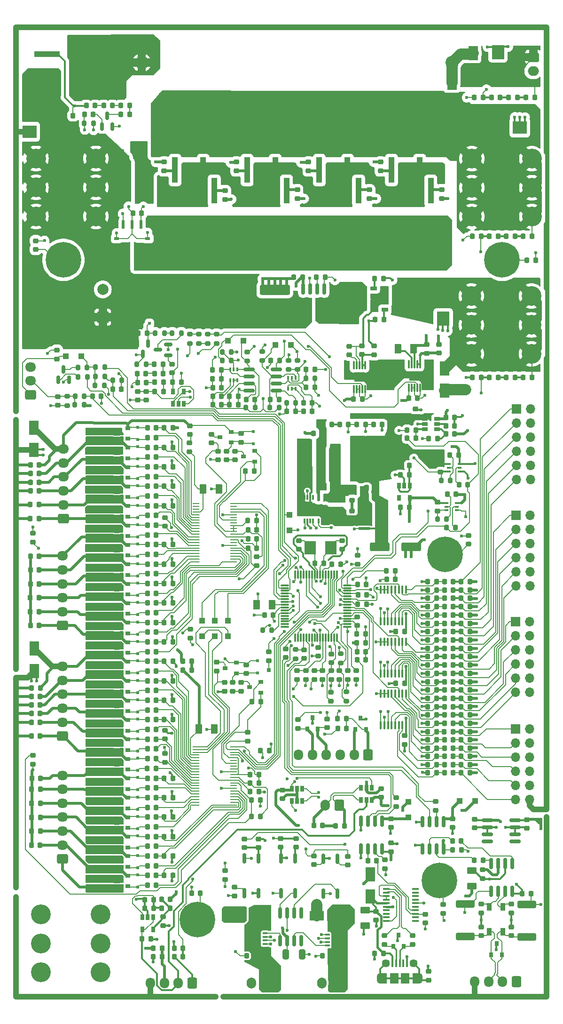
<source format=gbr>
G04 #@! TF.GenerationSoftware,KiCad,Pcbnew,(6.0.4)*
G04 #@! TF.CreationDate,2022-11-09T23:51:20-08:00*
G04 #@! TF.ProjectId,BMS_02,424d535f-3032-42e6-9b69-6361645f7063,rev?*
G04 #@! TF.SameCoordinates,Original*
G04 #@! TF.FileFunction,Copper,L1,Top*
G04 #@! TF.FilePolarity,Positive*
%FSLAX46Y46*%
G04 Gerber Fmt 4.6, Leading zero omitted, Abs format (unit mm)*
G04 Created by KiCad (PCBNEW (6.0.4)) date 2022-11-09 23:51:20*
%MOMM*%
%LPD*%
G01*
G04 APERTURE LIST*
G04 Aperture macros list*
%AMRoundRect*
0 Rectangle with rounded corners*
0 $1 Rounding radius*
0 $2 $3 $4 $5 $6 $7 $8 $9 X,Y pos of 4 corners*
0 Add a 4 corners polygon primitive as box body*
4,1,4,$2,$3,$4,$5,$6,$7,$8,$9,$2,$3,0*
0 Add four circle primitives for the rounded corners*
1,1,$1+$1,$2,$3*
1,1,$1+$1,$4,$5*
1,1,$1+$1,$6,$7*
1,1,$1+$1,$8,$9*
0 Add four rect primitives between the rounded corners*
20,1,$1+$1,$2,$3,$4,$5,0*
20,1,$1+$1,$4,$5,$6,$7,0*
20,1,$1+$1,$6,$7,$8,$9,0*
20,1,$1+$1,$8,$9,$2,$3,0*%
%AMFreePoly0*
4,1,9,2.975000,-2.350000,1.425000,-2.350000,1.425000,-2.100000,-1.650000,-2.100000,-1.650000,2.100000,1.425000,2.100000,1.425000,2.350000,2.975000,2.350000,2.975000,-2.350000,2.975000,-2.350000,$1*%
%AMFreePoly1*
4,1,21,1.545000,0.775000,0.925000,0.775000,0.925000,0.525000,1.545000,0.525000,1.545000,0.125000,0.925000,0.125000,0.925000,-0.125000,1.545000,-0.125000,1.545000,-0.525000,0.925000,-0.525000,0.925000,-0.775000,1.545000,-0.775000,1.545000,-1.175000,0.925000,-1.175000,0.925000,-1.125000,-0.925000,-1.125000,-0.925000,1.125000,0.925000,1.125000,0.925000,1.175000,1.545000,1.175000,
1.545000,0.775000,1.545000,0.775000,$1*%
G04 Aperture macros list end*
G04 #@! TA.AperFunction,SMDPad,CuDef*
%ADD10R,2.200000X0.700000*%
G04 #@! TD*
G04 #@! TA.AperFunction,SMDPad,CuDef*
%ADD11R,0.800000X0.900000*%
G04 #@! TD*
G04 #@! TA.AperFunction,SMDPad,CuDef*
%ADD12R,1.600000X5.900000*%
G04 #@! TD*
G04 #@! TA.AperFunction,SMDPad,CuDef*
%ADD13R,1.000000X0.500000*%
G04 #@! TD*
G04 #@! TA.AperFunction,SMDPad,CuDef*
%ADD14R,0.500000X0.500000*%
G04 #@! TD*
G04 #@! TA.AperFunction,SMDPad,CuDef*
%ADD15R,1.200000X0.400000*%
G04 #@! TD*
G04 #@! TA.AperFunction,SMDPad,CuDef*
%ADD16RoundRect,0.218750X0.218750X0.256250X-0.218750X0.256250X-0.218750X-0.256250X0.218750X-0.256250X0*%
G04 #@! TD*
G04 #@! TA.AperFunction,SMDPad,CuDef*
%ADD17RoundRect,0.218750X-0.218750X-0.256250X0.218750X-0.256250X0.218750X0.256250X-0.218750X0.256250X0*%
G04 #@! TD*
G04 #@! TA.AperFunction,SMDPad,CuDef*
%ADD18RoundRect,0.218750X-0.256250X0.218750X-0.256250X-0.218750X0.256250X-0.218750X0.256250X0.218750X0*%
G04 #@! TD*
G04 #@! TA.AperFunction,SMDPad,CuDef*
%ADD19RoundRect,0.250000X-0.375000X-0.625000X0.375000X-0.625000X0.375000X0.625000X-0.375000X0.625000X0*%
G04 #@! TD*
G04 #@! TA.AperFunction,SMDPad,CuDef*
%ADD20RoundRect,0.250000X0.375000X0.625000X-0.375000X0.625000X-0.375000X-0.625000X0.375000X-0.625000X0*%
G04 #@! TD*
G04 #@! TA.AperFunction,SMDPad,CuDef*
%ADD21RoundRect,0.218750X0.256250X-0.218750X0.256250X0.218750X-0.256250X0.218750X-0.256250X-0.218750X0*%
G04 #@! TD*
G04 #@! TA.AperFunction,SMDPad,CuDef*
%ADD22RoundRect,0.250000X-0.625000X0.375000X-0.625000X-0.375000X0.625000X-0.375000X0.625000X0.375000X0*%
G04 #@! TD*
G04 #@! TA.AperFunction,SMDPad,CuDef*
%ADD23RoundRect,0.225000X-0.225000X-0.250000X0.225000X-0.250000X0.225000X0.250000X-0.225000X0.250000X0*%
G04 #@! TD*
G04 #@! TA.AperFunction,SMDPad,CuDef*
%ADD24R,1.100000X1.100000*%
G04 #@! TD*
G04 #@! TA.AperFunction,SMDPad,CuDef*
%ADD25R,0.900000X0.800000*%
G04 #@! TD*
G04 #@! TA.AperFunction,SMDPad,CuDef*
%ADD26RoundRect,0.250000X-1.425000X0.425000X-1.425000X-0.425000X1.425000X-0.425000X1.425000X0.425000X0*%
G04 #@! TD*
G04 #@! TA.AperFunction,SMDPad,CuDef*
%ADD27RoundRect,0.250000X1.425000X-0.425000X1.425000X0.425000X-1.425000X0.425000X-1.425000X-0.425000X0*%
G04 #@! TD*
G04 #@! TA.AperFunction,SMDPad,CuDef*
%ADD28R,0.305000X0.889000*%
G04 #@! TD*
G04 #@! TA.AperFunction,SMDPad,CuDef*
%ADD29R,2.845000X1.651000*%
G04 #@! TD*
G04 #@! TA.AperFunction,SMDPad,CuDef*
%ADD30R,1.250000X0.250000*%
G04 #@! TD*
G04 #@! TA.AperFunction,SMDPad,CuDef*
%ADD31RoundRect,0.150000X-0.150000X0.825000X-0.150000X-0.825000X0.150000X-0.825000X0.150000X0.825000X0*%
G04 #@! TD*
G04 #@! TA.AperFunction,SMDPad,CuDef*
%ADD32R,1.060000X0.650000*%
G04 #@! TD*
G04 #@! TA.AperFunction,SMDPad,CuDef*
%ADD33R,2.000000X2.400000*%
G04 #@! TD*
G04 #@! TA.AperFunction,SMDPad,CuDef*
%ADD34R,0.400000X1.350000*%
G04 #@! TD*
G04 #@! TA.AperFunction,ComponentPad*
%ADD35C,1.450000*%
G04 #@! TD*
G04 #@! TA.AperFunction,SMDPad,CuDef*
%ADD36R,1.500000X1.900000*%
G04 #@! TD*
G04 #@! TA.AperFunction,SMDPad,CuDef*
%ADD37R,1.200000X1.900000*%
G04 #@! TD*
G04 #@! TA.AperFunction,ComponentPad*
%ADD38O,1.200000X1.900000*%
G04 #@! TD*
G04 #@! TA.AperFunction,SMDPad,CuDef*
%ADD39R,0.650000X1.060000*%
G04 #@! TD*
G04 #@! TA.AperFunction,SMDPad,CuDef*
%ADD40RoundRect,0.200000X0.275000X-0.200000X0.275000X0.200000X-0.275000X0.200000X-0.275000X-0.200000X0*%
G04 #@! TD*
G04 #@! TA.AperFunction,SMDPad,CuDef*
%ADD41R,4.600000X1.100000*%
G04 #@! TD*
G04 #@! TA.AperFunction,SMDPad,CuDef*
%ADD42R,9.400000X10.800000*%
G04 #@! TD*
G04 #@! TA.AperFunction,SMDPad,CuDef*
%ADD43RoundRect,0.150000X-0.825000X-0.150000X0.825000X-0.150000X0.825000X0.150000X-0.825000X0.150000X0*%
G04 #@! TD*
G04 #@! TA.AperFunction,SMDPad,CuDef*
%ADD44RoundRect,0.075000X0.075000X-0.650000X0.075000X0.650000X-0.075000X0.650000X-0.075000X-0.650000X0*%
G04 #@! TD*
G04 #@! TA.AperFunction,ComponentPad*
%ADD45C,0.500000*%
G04 #@! TD*
G04 #@! TA.AperFunction,SMDPad,CuDef*
%ADD46R,1.880000X1.680000*%
G04 #@! TD*
G04 #@! TA.AperFunction,SMDPad,CuDef*
%ADD47RoundRect,0.150000X-0.150000X0.750000X-0.150000X-0.750000X0.150000X-0.750000X0.150000X0.750000X0*%
G04 #@! TD*
G04 #@! TA.AperFunction,SMDPad,CuDef*
%ADD48R,1.150000X0.700000*%
G04 #@! TD*
G04 #@! TA.AperFunction,SMDPad,CuDef*
%ADD49FreePoly0,180.000000*%
G04 #@! TD*
G04 #@! TA.AperFunction,ComponentPad*
%ADD50C,0.750000*%
G04 #@! TD*
G04 #@! TA.AperFunction,SMDPad,CuDef*
%ADD51FreePoly0,0.000000*%
G04 #@! TD*
G04 #@! TA.AperFunction,SMDPad,CuDef*
%ADD52R,2.300000X2.500000*%
G04 #@! TD*
G04 #@! TA.AperFunction,SMDPad,CuDef*
%ADD53R,2.500000X2.300000*%
G04 #@! TD*
G04 #@! TA.AperFunction,SMDPad,CuDef*
%ADD54R,1.800000X2.500000*%
G04 #@! TD*
G04 #@! TA.AperFunction,ComponentPad*
%ADD55C,2.400000*%
G04 #@! TD*
G04 #@! TA.AperFunction,ComponentPad*
%ADD56O,2.400000X2.400000*%
G04 #@! TD*
G04 #@! TA.AperFunction,ComponentPad*
%ADD57C,3.570000*%
G04 #@! TD*
G04 #@! TA.AperFunction,SMDPad,CuDef*
%ADD58R,0.900000X1.350000*%
G04 #@! TD*
G04 #@! TA.AperFunction,SMDPad,CuDef*
%ADD59RoundRect,0.150000X0.150000X-0.750000X0.150000X0.750000X-0.150000X0.750000X-0.150000X-0.750000X0*%
G04 #@! TD*
G04 #@! TA.AperFunction,ComponentPad*
%ADD60RoundRect,0.250000X0.725000X-0.600000X0.725000X0.600000X-0.725000X0.600000X-0.725000X-0.600000X0*%
G04 #@! TD*
G04 #@! TA.AperFunction,ComponentPad*
%ADD61O,1.950000X1.700000*%
G04 #@! TD*
G04 #@! TA.AperFunction,ComponentPad*
%ADD62RoundRect,0.250000X0.600000X0.725000X-0.600000X0.725000X-0.600000X-0.725000X0.600000X-0.725000X0*%
G04 #@! TD*
G04 #@! TA.AperFunction,ComponentPad*
%ADD63O,1.700000X1.950000*%
G04 #@! TD*
G04 #@! TA.AperFunction,ComponentPad*
%ADD64RoundRect,0.250000X0.600000X0.750000X-0.600000X0.750000X-0.600000X-0.750000X0.600000X-0.750000X0*%
G04 #@! TD*
G04 #@! TA.AperFunction,ComponentPad*
%ADD65O,1.700000X2.000000*%
G04 #@! TD*
G04 #@! TA.AperFunction,ComponentPad*
%ADD66RoundRect,0.250000X-0.750000X0.600000X-0.750000X-0.600000X0.750000X-0.600000X0.750000X0.600000X0*%
G04 #@! TD*
G04 #@! TA.AperFunction,ComponentPad*
%ADD67O,2.000000X1.700000*%
G04 #@! TD*
G04 #@! TA.AperFunction,SMDPad,CuDef*
%ADD68R,2.500000X1.800000*%
G04 #@! TD*
G04 #@! TA.AperFunction,ComponentPad*
%ADD69R,1.700000X1.700000*%
G04 #@! TD*
G04 #@! TA.AperFunction,ComponentPad*
%ADD70O,1.700000X1.700000*%
G04 #@! TD*
G04 #@! TA.AperFunction,SMDPad,CuDef*
%ADD71R,0.650000X0.400000*%
G04 #@! TD*
G04 #@! TA.AperFunction,SMDPad,CuDef*
%ADD72R,0.400000X0.650000*%
G04 #@! TD*
G04 #@! TA.AperFunction,SMDPad,CuDef*
%ADD73RoundRect,0.225000X0.250000X-0.225000X0.250000X0.225000X-0.250000X0.225000X-0.250000X-0.225000X0*%
G04 #@! TD*
G04 #@! TA.AperFunction,ComponentPad*
%ADD74C,0.800000*%
G04 #@! TD*
G04 #@! TA.AperFunction,ComponentPad*
%ADD75C,6.400000*%
G04 #@! TD*
G04 #@! TA.AperFunction,SMDPad,CuDef*
%ADD76R,0.830000X0.400000*%
G04 #@! TD*
G04 #@! TA.AperFunction,SMDPad,CuDef*
%ADD77FreePoly1,0.000000*%
G04 #@! TD*
G04 #@! TA.AperFunction,SMDPad,CuDef*
%ADD78FreePoly1,180.000000*%
G04 #@! TD*
G04 #@! TA.AperFunction,SMDPad,CuDef*
%ADD79R,1.100000X4.600000*%
G04 #@! TD*
G04 #@! TA.AperFunction,SMDPad,CuDef*
%ADD80R,10.800000X9.400000*%
G04 #@! TD*
G04 #@! TA.AperFunction,SMDPad,CuDef*
%ADD81RoundRect,0.075000X0.075000X-0.662500X0.075000X0.662500X-0.075000X0.662500X-0.075000X-0.662500X0*%
G04 #@! TD*
G04 #@! TA.AperFunction,SMDPad,CuDef*
%ADD82RoundRect,0.075000X0.662500X-0.075000X0.662500X0.075000X-0.662500X0.075000X-0.662500X-0.075000X0*%
G04 #@! TD*
G04 #@! TA.AperFunction,SMDPad,CuDef*
%ADD83RoundRect,0.100000X-0.100000X0.637500X-0.100000X-0.637500X0.100000X-0.637500X0.100000X0.637500X0*%
G04 #@! TD*
G04 #@! TA.AperFunction,SMDPad,CuDef*
%ADD84R,0.750000X0.750000*%
G04 #@! TD*
G04 #@! TA.AperFunction,SMDPad,CuDef*
%ADD85RoundRect,0.225000X-0.250000X0.225000X-0.250000X-0.225000X0.250000X-0.225000X0.250000X0.225000X0*%
G04 #@! TD*
G04 #@! TA.AperFunction,SMDPad,CuDef*
%ADD86RoundRect,0.200000X-0.200000X-0.275000X0.200000X-0.275000X0.200000X0.275000X-0.200000X0.275000X0*%
G04 #@! TD*
G04 #@! TA.AperFunction,SMDPad,CuDef*
%ADD87RoundRect,0.225000X0.225000X0.250000X-0.225000X0.250000X-0.225000X-0.250000X0.225000X-0.250000X0*%
G04 #@! TD*
G04 #@! TA.AperFunction,SMDPad,CuDef*
%ADD88RoundRect,0.200000X-0.275000X0.200000X-0.275000X-0.200000X0.275000X-0.200000X0.275000X0.200000X0*%
G04 #@! TD*
G04 #@! TA.AperFunction,ComponentPad*
%ADD89R,2.000000X2.000000*%
G04 #@! TD*
G04 #@! TA.AperFunction,ComponentPad*
%ADD90C,2.000000*%
G04 #@! TD*
G04 #@! TA.AperFunction,SMDPad,CuDef*
%ADD91RoundRect,0.150000X0.587500X0.150000X-0.587500X0.150000X-0.587500X-0.150000X0.587500X-0.150000X0*%
G04 #@! TD*
G04 #@! TA.AperFunction,SMDPad,CuDef*
%ADD92RoundRect,0.200000X0.200000X0.275000X-0.200000X0.275000X-0.200000X-0.275000X0.200000X-0.275000X0*%
G04 #@! TD*
G04 #@! TA.AperFunction,SMDPad,CuDef*
%ADD93RoundRect,0.250000X-1.500000X-0.550000X1.500000X-0.550000X1.500000X0.550000X-1.500000X0.550000X0*%
G04 #@! TD*
G04 #@! TA.AperFunction,SMDPad,CuDef*
%ADD94RoundRect,0.250000X-0.650000X-2.450000X0.650000X-2.450000X0.650000X2.450000X-0.650000X2.450000X0*%
G04 #@! TD*
G04 #@! TA.AperFunction,SMDPad,CuDef*
%ADD95RoundRect,0.150000X-0.150000X0.587500X-0.150000X-0.587500X0.150000X-0.587500X0.150000X0.587500X0*%
G04 #@! TD*
G04 #@! TA.AperFunction,SMDPad,CuDef*
%ADD96RoundRect,0.150000X0.150000X-0.825000X0.150000X0.825000X-0.150000X0.825000X-0.150000X-0.825000X0*%
G04 #@! TD*
G04 #@! TA.AperFunction,SMDPad,CuDef*
%ADD97RoundRect,0.250000X2.450000X-0.650000X2.450000X0.650000X-2.450000X0.650000X-2.450000X-0.650000X0*%
G04 #@! TD*
G04 #@! TA.AperFunction,SMDPad,CuDef*
%ADD98RoundRect,0.150000X0.150000X-0.587500X0.150000X0.587500X-0.150000X0.587500X-0.150000X-0.587500X0*%
G04 #@! TD*
G04 #@! TA.AperFunction,SMDPad,CuDef*
%ADD99RoundRect,0.250000X0.325000X0.650000X-0.325000X0.650000X-0.325000X-0.650000X0.325000X-0.650000X0*%
G04 #@! TD*
G04 #@! TA.AperFunction,SMDPad,CuDef*
%ADD100R,0.500000X1.600000*%
G04 #@! TD*
G04 #@! TA.AperFunction,SMDPad,CuDef*
%ADD101R,0.900000X0.600000*%
G04 #@! TD*
G04 #@! TA.AperFunction,SMDPad,CuDef*
%ADD102R,1.800000X1.700000*%
G04 #@! TD*
G04 #@! TA.AperFunction,ViaPad*
%ADD103C,0.600000*%
G04 #@! TD*
G04 #@! TA.AperFunction,Conductor*
%ADD104C,0.300000*%
G04 #@! TD*
G04 #@! TA.AperFunction,Conductor*
%ADD105C,0.400000*%
G04 #@! TD*
G04 #@! TA.AperFunction,Conductor*
%ADD106C,0.500000*%
G04 #@! TD*
G04 #@! TA.AperFunction,Conductor*
%ADD107C,0.200000*%
G04 #@! TD*
G04 #@! TA.AperFunction,Conductor*
%ADD108C,0.250000*%
G04 #@! TD*
G04 #@! TA.AperFunction,Conductor*
%ADD109C,1.000000*%
G04 #@! TD*
G04 #@! TA.AperFunction,Conductor*
%ADD110C,2.000000*%
G04 #@! TD*
G04 #@! TA.AperFunction,Conductor*
%ADD111C,0.800000*%
G04 #@! TD*
G04 APERTURE END LIST*
D10*
X38025000Y-157425000D03*
X38025000Y-158625000D03*
X38025000Y-164425000D03*
X38025000Y-165625000D03*
X38025000Y-167925000D03*
X38025000Y-169125000D03*
X38025000Y-153925000D03*
X38025000Y-155125000D03*
X38025000Y-150425000D03*
X38025000Y-151625000D03*
X38025000Y-146925000D03*
X38025000Y-148125000D03*
X38025000Y-143425000D03*
X38025000Y-144625000D03*
X38025000Y-139925000D03*
X38025000Y-141125000D03*
X38025000Y-136425000D03*
X38025000Y-137625000D03*
X38025000Y-132925000D03*
X38025000Y-134125000D03*
X38025000Y-115425000D03*
X38025000Y-116625000D03*
X38025000Y-118925000D03*
X38025000Y-120125000D03*
X38025000Y-122425000D03*
X38025000Y-123625000D03*
X38025000Y-111925000D03*
X38025000Y-113125000D03*
X38025000Y-108425000D03*
X38025000Y-109625000D03*
X38025000Y-104925000D03*
X38025000Y-106125000D03*
X38025000Y-101425000D03*
X38025000Y-102625000D03*
X38025000Y-97925000D03*
X38025000Y-99125000D03*
X38025000Y-94425000D03*
X38025000Y-95625000D03*
X38025000Y-90925000D03*
X38025000Y-92125000D03*
X38025000Y-129425000D03*
X38025000Y-130625000D03*
X38025000Y-125925000D03*
X38025000Y-127125000D03*
D11*
X91725000Y-177800000D03*
X90775000Y-179800000D03*
X92675000Y-179800000D03*
D12*
X80025000Y-93200000D03*
X84725000Y-93200000D03*
D13*
X85550000Y-104650000D03*
D14*
X84800000Y-104650000D03*
X86300000Y-104650000D03*
D10*
X38025000Y-160925000D03*
X38025000Y-162125000D03*
D15*
X94750000Y-175232500D03*
X94750000Y-174597500D03*
X94750000Y-173962500D03*
X94750000Y-173327500D03*
X94750000Y-172692500D03*
X94750000Y-172057500D03*
X94750000Y-171422500D03*
X94750000Y-170787500D03*
X94750000Y-170152500D03*
X94750000Y-169517500D03*
X89550000Y-169517500D03*
X89550000Y-170152500D03*
X89550000Y-170787500D03*
X89550000Y-171422500D03*
X89550000Y-172057500D03*
X89550000Y-172692500D03*
X89550000Y-173327500D03*
X89550000Y-173962500D03*
X89550000Y-174597500D03*
X89550000Y-175232500D03*
D16*
X69137500Y-120250000D03*
X67562500Y-120250000D03*
X85787500Y-125225000D03*
X84212500Y-125225000D03*
D17*
X84362500Y-118275000D03*
X85937500Y-118275000D03*
D18*
X73775000Y-106812500D03*
X73775000Y-108387500D03*
D19*
X41675000Y-37225000D03*
X44475000Y-37225000D03*
D20*
X77875000Y-91800000D03*
X75075000Y-91800000D03*
X77875000Y-96400000D03*
X75075000Y-96400000D03*
X77875000Y-89500000D03*
X75075000Y-89500000D03*
D17*
X65012500Y-151975000D03*
X66587500Y-151975000D03*
D20*
X88975000Y-102975000D03*
X86175000Y-102975000D03*
X88975000Y-100700000D03*
X86175000Y-100700000D03*
D17*
X65012500Y-150450000D03*
X66587500Y-150450000D03*
X65012500Y-148900000D03*
X66587500Y-148900000D03*
X49487500Y-156550000D03*
X51062500Y-156550000D03*
X49487500Y-160050000D03*
X51062500Y-160050000D03*
X49487500Y-163550000D03*
X51062500Y-163550000D03*
X49487500Y-167050000D03*
X51062500Y-167050000D03*
X49487500Y-153050000D03*
X51062500Y-153050000D03*
X49487500Y-149550000D03*
X51062500Y-149550000D03*
D21*
X49650000Y-146712500D03*
X49650000Y-145137500D03*
X49625000Y-142512500D03*
X49625000Y-140937500D03*
D17*
X49487500Y-139050000D03*
X51062500Y-139050000D03*
X49487500Y-135550000D03*
X51062500Y-135550000D03*
X49487500Y-132050000D03*
X51062500Y-132050000D03*
X49487500Y-128550000D03*
X51062500Y-128550000D03*
D18*
X44731250Y-79962500D03*
X44731250Y-81537500D03*
D17*
X49487500Y-114550000D03*
X51062500Y-114550000D03*
X49487500Y-118050000D03*
X51062500Y-118050000D03*
X49487500Y-121550000D03*
X51062500Y-121550000D03*
X49487500Y-125050000D03*
X51062500Y-125050000D03*
X49487500Y-111050000D03*
X51062500Y-111050000D03*
X49487500Y-107550000D03*
X51062500Y-107550000D03*
D21*
X49620000Y-104247500D03*
X49620000Y-102672500D03*
D17*
X49487500Y-100550000D03*
X51062500Y-100550000D03*
X49487500Y-97050000D03*
X51062500Y-97050000D03*
X49487500Y-93550000D03*
X51062500Y-93550000D03*
X49487500Y-90050000D03*
X51062500Y-90050000D03*
X49487500Y-86550000D03*
X51062500Y-86550000D03*
D18*
X96550000Y-174037500D03*
X96550000Y-175612500D03*
D16*
X89025000Y-181100000D03*
X87450000Y-181100000D03*
D18*
X106858000Y-166018500D03*
X106858000Y-167593500D03*
D22*
X104958000Y-166206000D03*
X104958000Y-169006000D03*
D21*
X112058000Y-173793500D03*
X112058000Y-172218500D03*
X106658000Y-173793500D03*
X106658000Y-172218500D03*
D18*
X112058000Y-176318500D03*
X112058000Y-177893500D03*
X106658000Y-176318500D03*
X106658000Y-177893500D03*
D16*
X115595500Y-170356000D03*
X114020500Y-170356000D03*
X98562500Y-147100000D03*
X96987500Y-147100000D03*
X98562500Y-145625000D03*
X96987500Y-145625000D03*
X98562500Y-144150000D03*
X96987500Y-144150000D03*
X98562500Y-142675000D03*
X96987500Y-142675000D03*
X98562500Y-139700000D03*
X96987500Y-139700000D03*
X98562500Y-138200000D03*
X96987500Y-138200000D03*
X98562500Y-136700000D03*
X96987500Y-136700000D03*
X98562500Y-135200000D03*
X96987500Y-135200000D03*
X98562500Y-133700000D03*
X96987500Y-133700000D03*
X98562500Y-132200000D03*
X96987500Y-132200000D03*
X98562500Y-130700000D03*
X96987500Y-130700000D03*
X98562500Y-129200000D03*
X96987500Y-129200000D03*
X98562500Y-127700000D03*
X96987500Y-127700000D03*
X98562500Y-126200000D03*
X96987500Y-126200000D03*
X98562500Y-124700000D03*
X96987500Y-124700000D03*
X98562500Y-123200000D03*
X96987500Y-123200000D03*
X98562500Y-121700000D03*
X96987500Y-121700000D03*
X98562500Y-120200000D03*
X96987500Y-120200000D03*
X98562500Y-118700000D03*
X96987500Y-118700000D03*
X98562500Y-117200000D03*
X96987500Y-117200000D03*
X98562500Y-115700000D03*
X96987500Y-115700000D03*
X98562500Y-114200000D03*
X96987500Y-114200000D03*
D21*
X97175000Y-185887500D03*
X97175000Y-184312500D03*
X94775000Y-84737500D03*
X94775000Y-83162500D03*
D16*
X49152500Y-181676000D03*
X47577500Y-181676000D03*
D17*
X45513500Y-178446000D03*
X47088500Y-178446000D03*
D16*
X47588500Y-171400000D03*
X46013500Y-171400000D03*
D17*
X100262500Y-84650000D03*
X101837500Y-84650000D03*
D23*
X93575000Y-81150000D03*
X95125000Y-81150000D03*
D21*
X84400000Y-111062500D03*
X84400000Y-109487500D03*
D24*
X56325000Y-124050000D03*
X56325000Y-121250000D03*
X58650000Y-124050000D03*
X58650000Y-121250000D03*
D18*
X63400000Y-132312500D03*
X63400000Y-133887500D03*
D14*
X44725000Y-156450000D03*
X44725000Y-158650000D03*
X44725000Y-159950000D03*
X44725000Y-162150000D03*
X44729999Y-163450000D03*
X44729999Y-165650000D03*
X44725000Y-166950000D03*
X44725000Y-169150000D03*
X44725000Y-152950000D03*
X44725000Y-155150000D03*
X44725000Y-149450000D03*
X44725000Y-151650000D03*
X44725000Y-145950000D03*
X44725000Y-148150000D03*
X44725000Y-142450000D03*
X44725000Y-144650000D03*
X44725000Y-138950000D03*
X44725000Y-141150000D03*
X44725000Y-135450000D03*
X44725000Y-137650000D03*
X44725000Y-131950000D03*
X44725000Y-134150000D03*
X44725000Y-128450000D03*
X44725000Y-130650000D03*
D18*
X62300000Y-90712500D03*
X62300000Y-92287500D03*
D14*
X44725000Y-114450000D03*
X44725000Y-116650000D03*
X44725000Y-117950000D03*
X44725000Y-120150000D03*
X44725000Y-121450000D03*
X44725000Y-123650000D03*
X44725000Y-124950000D03*
X44725000Y-127150000D03*
X44725000Y-110950000D03*
X44725000Y-113150000D03*
X44725000Y-107450000D03*
X44725000Y-109650000D03*
X44725000Y-103950000D03*
X44725000Y-106150000D03*
X44725000Y-100450000D03*
X44725000Y-102650000D03*
X44725000Y-96950000D03*
X44725000Y-99150000D03*
X44725000Y-93450000D03*
X44725000Y-95650000D03*
X44710222Y-89935222D03*
X44710222Y-92135222D03*
X44710222Y-86435222D03*
X44710222Y-88635222D03*
D16*
X91137500Y-112268000D03*
X89562500Y-112268000D03*
D17*
X84237500Y-123600000D03*
X85812500Y-123600000D03*
D16*
X77962500Y-87500000D03*
X76387500Y-87500000D03*
D21*
X54100000Y-87737500D03*
X54100000Y-86162500D03*
D16*
X93662500Y-93300000D03*
X92087500Y-93300000D03*
X49152500Y-180176000D03*
X47577500Y-180176000D03*
D25*
X62525000Y-130700000D03*
X62525000Y-128800000D03*
X60525000Y-129750000D03*
X42975000Y-158500000D03*
X42975000Y-156600000D03*
X40975000Y-157550000D03*
X42975000Y-162000000D03*
X42975000Y-160100000D03*
X40975000Y-161050000D03*
X42975000Y-165500000D03*
X42975000Y-163600000D03*
X40975000Y-164550000D03*
X42975000Y-169000000D03*
X42975000Y-167100000D03*
X40975000Y-168050000D03*
X42975000Y-155000000D03*
X42975000Y-153100000D03*
X40975000Y-154050000D03*
X42975000Y-151500000D03*
X42975000Y-149600000D03*
X40975000Y-150550000D03*
X42975000Y-148000000D03*
X42975000Y-146100000D03*
X40975000Y-147050000D03*
X42975000Y-144500000D03*
X42975000Y-142600000D03*
X40975000Y-143550000D03*
X42975000Y-141000000D03*
X42975000Y-139100000D03*
X40975000Y-140050000D03*
X42975000Y-137500000D03*
X42975000Y-135600000D03*
X40975000Y-136550000D03*
X42975000Y-134000000D03*
X42975000Y-132100000D03*
X40975000Y-133050000D03*
X42975000Y-130500000D03*
X42975000Y-128600000D03*
X40975000Y-129550000D03*
X65825000Y-92600000D03*
X65825000Y-90700000D03*
X63825000Y-91650000D03*
X61575000Y-89150000D03*
X61575000Y-87250000D03*
X59575000Y-88200000D03*
X42975000Y-116500000D03*
X42975000Y-114600000D03*
X40975000Y-115550000D03*
X42975000Y-120000000D03*
X42975000Y-118100000D03*
X40975000Y-119050000D03*
X42975000Y-123500000D03*
X42975000Y-121600000D03*
X40975000Y-122550000D03*
X42975000Y-127000000D03*
X42975000Y-125100000D03*
X40975000Y-126050000D03*
X42975000Y-113000000D03*
X42975000Y-111100000D03*
X40975000Y-112050000D03*
X42975000Y-109500000D03*
X42975000Y-107600000D03*
X40975000Y-108550000D03*
X42975000Y-106000000D03*
X42975000Y-104100000D03*
X40975000Y-105050000D03*
X42975000Y-102500000D03*
X42975000Y-100600000D03*
X40975000Y-101550000D03*
X42975000Y-99000000D03*
X42975000Y-97100000D03*
X40975000Y-98050000D03*
X42975000Y-95500000D03*
X42975000Y-93600000D03*
X40975000Y-94550000D03*
X42975000Y-92000000D03*
X42975000Y-90100000D03*
X40975000Y-91050000D03*
X42975000Y-88500000D03*
X42975000Y-86600000D03*
X40975000Y-87550000D03*
D17*
X76662500Y-110900000D03*
X78237500Y-110900000D03*
D18*
X83375000Y-101512500D03*
X83375000Y-103087500D03*
D17*
X52862500Y-130100000D03*
X54437500Y-130100000D03*
D16*
X66912500Y-135775000D03*
X65337500Y-135775000D03*
D18*
X64325000Y-129162500D03*
X64325000Y-130737500D03*
X61875000Y-132312500D03*
X61875000Y-133887500D03*
D17*
X65252500Y-156450000D03*
X66827500Y-156450000D03*
D18*
X59000000Y-128712500D03*
X59000000Y-130287500D03*
X60375000Y-132312500D03*
X60375000Y-133887500D03*
D16*
X48062500Y-156550000D03*
X46487500Y-156550000D03*
X48062500Y-158300000D03*
X46487500Y-158300000D03*
X48062500Y-160050000D03*
X46487500Y-160050000D03*
X48062500Y-161800000D03*
X46487500Y-161800000D03*
X48062500Y-163550000D03*
X46487500Y-163550000D03*
X48062500Y-165300000D03*
X46487500Y-165300000D03*
X48062500Y-167050000D03*
X46487500Y-167050000D03*
X48062500Y-168800000D03*
X46487500Y-168800000D03*
X48062500Y-153050000D03*
X46487500Y-153050000D03*
X48062500Y-154800000D03*
X46487500Y-154800000D03*
X48062500Y-149550000D03*
X46487500Y-149550000D03*
X48062500Y-151300000D03*
X46487500Y-151300000D03*
X48062500Y-146050000D03*
X46487500Y-146050000D03*
X48047499Y-147800000D03*
X46472499Y-147800000D03*
X48062500Y-142550000D03*
X46487500Y-142550000D03*
X48062500Y-144300000D03*
X46487500Y-144300000D03*
X48062500Y-139050000D03*
X46487500Y-139050000D03*
X48062500Y-140800000D03*
X46487500Y-140800000D03*
X48062500Y-135550000D03*
X46487500Y-135550000D03*
X48062500Y-137300000D03*
X46487500Y-137300000D03*
X48062500Y-132050000D03*
X46487500Y-132050000D03*
X48062500Y-133800000D03*
X46487500Y-133800000D03*
D18*
X63931000Y-160493500D03*
X63931000Y-162068500D03*
D16*
X48062500Y-128550000D03*
X46487500Y-128550000D03*
X48062500Y-130300000D03*
X46487500Y-130300000D03*
D21*
X54075000Y-90812500D03*
X54075000Y-89237500D03*
D18*
X63400000Y-87537500D03*
X63400000Y-89112500D03*
X58050000Y-87662500D03*
X58050000Y-89237500D03*
X59200000Y-90712500D03*
X59200000Y-92287500D03*
D16*
X48062500Y-114550000D03*
X46487500Y-114550000D03*
X48062500Y-116300000D03*
X46487500Y-116300000D03*
X48062500Y-118050000D03*
X46487500Y-118050000D03*
X48062500Y-119800000D03*
X46487500Y-119800000D03*
X48062500Y-121550000D03*
X46487500Y-121550000D03*
X48062500Y-123300000D03*
X46487500Y-123300000D03*
X48062500Y-125050000D03*
X46487500Y-125050000D03*
X48062500Y-126800000D03*
X46487500Y-126800000D03*
X48062500Y-111050000D03*
X46487500Y-111050000D03*
X48062500Y-112800000D03*
X46487500Y-112800000D03*
X48062500Y-107550000D03*
X46487500Y-107550000D03*
X48062500Y-109300000D03*
X46487500Y-109300000D03*
X48062500Y-104050000D03*
X46487500Y-104050000D03*
X48062500Y-105800000D03*
X46487500Y-105800000D03*
X48062500Y-100550000D03*
X46487500Y-100550000D03*
X48062500Y-102300000D03*
X46487500Y-102300000D03*
X48062500Y-97050000D03*
X46487500Y-97050000D03*
X48062500Y-98800000D03*
X46487500Y-98800000D03*
X48062500Y-93550000D03*
X46487500Y-93550000D03*
X48062500Y-95300000D03*
X46487500Y-95300000D03*
X48062500Y-90050000D03*
X46487500Y-90050000D03*
X48062500Y-91800000D03*
X46487500Y-91800000D03*
X48062500Y-86550000D03*
X46487500Y-86550000D03*
X48062500Y-88300000D03*
X46487500Y-88300000D03*
D21*
X94275000Y-179450000D03*
X94275000Y-177875000D03*
X89200000Y-179462500D03*
X89200000Y-177887500D03*
D17*
X86187500Y-164400000D03*
X87762500Y-164400000D03*
D18*
X89300000Y-164262500D03*
X89300000Y-165837500D03*
D16*
X106945500Y-164306000D03*
X105370500Y-164306000D03*
D21*
X76450000Y-165112500D03*
X76450000Y-163537500D03*
D16*
X103012500Y-160850000D03*
X101437500Y-160850000D03*
D26*
X114858000Y-172306000D03*
X114858000Y-178106000D03*
D27*
X103758000Y-178006000D03*
X103758000Y-172206000D03*
D16*
X101562500Y-148600000D03*
X99987500Y-148600000D03*
X104562500Y-148600000D03*
X102987500Y-148600000D03*
X101562500Y-147100000D03*
X99987500Y-147100000D03*
X104562500Y-147100000D03*
X102987500Y-147100000D03*
X101562500Y-145625000D03*
X99987500Y-145625000D03*
X104562500Y-145625000D03*
X102987500Y-145625000D03*
X101562500Y-144150000D03*
X99987500Y-144150000D03*
X104562500Y-144150000D03*
X102987500Y-144150000D03*
X101562500Y-142675000D03*
X99987500Y-142675000D03*
X104562500Y-142675000D03*
X102987500Y-142675000D03*
X101537500Y-141200000D03*
X99962500Y-141200000D03*
X104562500Y-141200000D03*
X102987500Y-141200000D03*
X101562500Y-139700000D03*
X99987500Y-139700000D03*
X104562500Y-139700000D03*
X102987500Y-139700000D03*
X101562500Y-138200000D03*
X99987500Y-138200000D03*
X104562500Y-138200000D03*
X102987500Y-138200000D03*
X101562500Y-136700000D03*
X99987500Y-136700000D03*
X104562500Y-136700000D03*
X102987500Y-136700000D03*
X101562500Y-135200000D03*
X99987500Y-135200000D03*
X104562500Y-135200000D03*
X102987500Y-135200000D03*
X101562500Y-133700000D03*
X99987500Y-133700000D03*
X104562500Y-133700000D03*
X102987500Y-133700000D03*
X101562500Y-132200000D03*
X99987500Y-132200000D03*
X104562500Y-132200000D03*
X102987500Y-132200000D03*
X101562500Y-130700000D03*
X99987500Y-130700000D03*
X104562500Y-130700000D03*
X102987500Y-130700000D03*
X101562500Y-129200000D03*
X99987500Y-129200000D03*
X104562500Y-129200000D03*
X102987500Y-129200000D03*
X101562500Y-127700000D03*
X99987500Y-127700000D03*
X104562500Y-127700000D03*
X102987500Y-127700000D03*
X101562500Y-126200000D03*
X99987500Y-126200000D03*
X104562500Y-126200000D03*
X102987500Y-126200000D03*
X101562500Y-124700000D03*
X99987500Y-124700000D03*
X104562500Y-124700000D03*
X102987500Y-124700000D03*
X101562500Y-123200000D03*
X99987500Y-123200000D03*
X104562500Y-123200000D03*
X102987500Y-123200000D03*
X101562500Y-121700000D03*
X99987500Y-121700000D03*
X104562500Y-121700000D03*
X102987500Y-121700000D03*
X101562500Y-120200000D03*
X99987500Y-120200000D03*
X104562500Y-120200000D03*
X102987500Y-120200000D03*
X101562500Y-118700000D03*
X99987500Y-118700000D03*
X104562500Y-118700000D03*
X102987500Y-118700000D03*
X101562500Y-117200000D03*
X99987500Y-117200000D03*
X104562500Y-117200000D03*
X102987500Y-117200000D03*
X101562500Y-115700000D03*
X99987500Y-115700000D03*
X104562500Y-115700000D03*
X102987500Y-115700000D03*
X101562500Y-114200000D03*
X99987500Y-114200000D03*
D17*
X41712500Y-30150000D03*
X43287500Y-30150000D03*
D16*
X50612500Y-172925000D03*
X49037500Y-172925000D03*
X47587500Y-172925000D03*
X46012500Y-172925000D03*
X52902500Y-181676000D03*
X51327500Y-181676000D03*
D17*
X51327500Y-180176000D03*
X52902500Y-180176000D03*
D16*
X94862500Y-86925000D03*
X93287500Y-86925000D03*
X98762500Y-88450000D03*
X97187500Y-88450000D03*
X101837500Y-87650000D03*
X100262500Y-87650000D03*
D17*
X100262500Y-86150000D03*
X101837500Y-86150000D03*
D18*
X25885000Y-145437500D03*
X25885000Y-147012500D03*
D28*
X78325000Y-99043000D03*
X77325000Y-99043000D03*
X76325000Y-99043000D03*
X75825000Y-99043000D03*
X75325000Y-99043000D03*
X74825000Y-99043000D03*
X74825000Y-103257000D03*
X75325000Y-103257000D03*
X75825000Y-103257000D03*
X76325000Y-103257000D03*
X77325000Y-103257000D03*
X78325000Y-103257000D03*
D29*
X76575000Y-101150000D03*
D30*
X55275000Y-100150000D03*
X55275000Y-100650000D03*
X55275000Y-101150000D03*
X55275000Y-101650000D03*
X55275000Y-102150000D03*
X55275000Y-102650000D03*
X55275000Y-103150000D03*
X55275000Y-103650000D03*
X55275000Y-104150000D03*
X55275000Y-104650000D03*
X55275000Y-105150000D03*
X55275000Y-105650000D03*
X55275000Y-106150000D03*
X55275000Y-106650000D03*
X55275000Y-107150000D03*
X55275000Y-107650000D03*
X55275000Y-108150000D03*
X55275000Y-108650000D03*
X55275000Y-109150000D03*
X55275000Y-109650000D03*
X55275000Y-110150000D03*
X55275000Y-110650000D03*
X62025000Y-110650000D03*
X62025000Y-110150000D03*
X62025000Y-109650000D03*
X62025000Y-109150000D03*
X62025000Y-108650000D03*
X62025000Y-108150000D03*
X62025000Y-107650000D03*
X62025000Y-107150000D03*
X62025000Y-106650000D03*
X62025000Y-106150000D03*
X62025000Y-105650000D03*
X62025000Y-105150000D03*
X62025000Y-104650000D03*
X62025000Y-104150000D03*
X62025000Y-103650000D03*
X62025000Y-103150000D03*
X62025000Y-102650000D03*
X62025000Y-102150000D03*
X62025000Y-101650000D03*
X62025000Y-101150000D03*
X62025000Y-100650000D03*
X62025000Y-100150000D03*
D31*
X112263000Y-164931000D03*
X110993000Y-164931000D03*
X109723000Y-164931000D03*
X108453000Y-164931000D03*
X108453000Y-169881000D03*
X109723000Y-169881000D03*
X110993000Y-169881000D03*
X112263000Y-169881000D03*
D32*
X96450000Y-84900000D03*
X96450000Y-85850000D03*
X96450000Y-86800000D03*
X98650000Y-86800000D03*
X98650000Y-85850000D03*
X98650000Y-84900000D03*
D33*
X75825000Y-108100000D03*
X79525000Y-108100000D03*
D16*
X40187500Y-28550000D03*
X38612500Y-28550000D03*
D34*
X90650000Y-182900000D03*
X91300000Y-182900000D03*
X91950000Y-182900000D03*
X92600000Y-182900000D03*
X93250000Y-182900000D03*
D35*
X94450000Y-182900000D03*
D36*
X90950000Y-185600000D03*
X92950000Y-185600000D03*
D37*
X94850000Y-185600000D03*
D38*
X95450000Y-185600000D03*
X88450000Y-185600000D03*
D37*
X89050000Y-185600000D03*
D35*
X89450000Y-182900000D03*
D39*
X47501000Y-174596000D03*
X46551000Y-174596000D03*
X45601000Y-174596000D03*
X45601000Y-176796000D03*
X47501000Y-176796000D03*
D16*
X43287500Y-28550000D03*
X41712500Y-28550000D03*
D17*
X102612500Y-96750000D03*
X104187500Y-96750000D03*
D21*
X99300000Y-94487500D03*
X99300000Y-92912500D03*
D16*
X37062500Y-28550000D03*
X35487500Y-28550000D03*
D40*
X73549520Y-76025480D03*
X73549520Y-74375480D03*
D17*
X58212020Y-76100480D03*
X59787020Y-76100480D03*
X61262020Y-82350480D03*
X62837020Y-82350480D03*
D16*
X76637020Y-76050480D03*
X75062020Y-76050480D03*
D17*
X87507500Y-67040000D03*
X89082500Y-67040000D03*
D16*
X88982500Y-59640000D03*
X87407500Y-59640000D03*
D17*
X74612020Y-82050480D03*
X76187020Y-82050480D03*
D16*
X76187020Y-83550480D03*
X74612020Y-83550480D03*
D17*
X58262020Y-82350480D03*
X59837020Y-82350480D03*
D18*
X88500000Y-38712500D03*
X88500000Y-40287500D03*
D21*
X99500000Y-45287500D03*
X99500000Y-43712500D03*
D17*
X58262020Y-79300480D03*
X59837020Y-79300480D03*
D18*
X49500000Y-38712500D03*
X49500000Y-40287500D03*
X62500000Y-38712500D03*
X62500000Y-40287500D03*
D21*
X60500000Y-45437500D03*
X60500000Y-43862500D03*
D16*
X85912500Y-114675000D03*
X84337500Y-114675000D03*
D18*
X46300000Y-79962500D03*
X46300000Y-81537500D03*
D16*
X49368750Y-80000000D03*
X47793750Y-80000000D03*
D17*
X44731250Y-78350000D03*
X46306250Y-78350000D03*
X47743750Y-75050000D03*
X49318750Y-75050000D03*
D16*
X46218750Y-76750000D03*
X44643750Y-76750000D03*
X49337500Y-76750000D03*
X47762500Y-76750000D03*
D21*
X82550000Y-165212500D03*
X82550000Y-163637500D03*
X79600000Y-128787500D03*
X79600000Y-127212500D03*
X86500000Y-45287500D03*
X86500000Y-43712500D03*
X70475000Y-161987500D03*
X70475000Y-160412500D03*
X73275000Y-161987500D03*
X73275000Y-160412500D03*
D41*
X28438000Y-19295000D03*
D42*
X37588000Y-21835000D03*
D41*
X28438000Y-24375000D03*
D39*
X51131250Y-82200000D03*
X52081250Y-82200000D03*
X53031250Y-82200000D03*
X53031250Y-80000000D03*
X51131250Y-80000000D03*
D43*
X64774520Y-76045480D03*
X64774520Y-77315480D03*
X64774520Y-78585480D03*
X64774520Y-79855480D03*
X69724520Y-79855480D03*
X69724520Y-78585480D03*
X69724520Y-77315480D03*
X69724520Y-76045480D03*
D44*
X93600000Y-79350000D03*
X94100000Y-79350000D03*
X94600000Y-79350000D03*
X95100000Y-79350000D03*
X95600000Y-79350000D03*
X95600000Y-75050000D03*
X95100000Y-75050000D03*
X94600000Y-75050000D03*
X94100000Y-75050000D03*
X93600000Y-75050000D03*
D45*
X95250000Y-76650000D03*
X95250000Y-77750000D03*
D46*
X94600000Y-77200000D03*
D45*
X93950000Y-76650000D03*
X93950000Y-77750000D03*
D47*
X80745000Y-164050000D03*
X78205000Y-164050000D03*
X78205000Y-170350000D03*
X80745000Y-170350000D03*
X73145000Y-163950000D03*
X70605000Y-163950000D03*
X70605000Y-170250000D03*
X73145000Y-170250000D03*
D48*
X87220000Y-65260000D03*
X87220000Y-63990000D03*
X87220000Y-62710000D03*
X87220000Y-61440000D03*
D49*
X83950000Y-63350000D03*
D50*
X83390000Y-63940000D03*
X82140000Y-62090000D03*
X84490000Y-62740000D03*
X83390000Y-62790000D03*
X84540000Y-63940000D03*
X82140000Y-63340000D03*
X82190000Y-64590000D03*
D48*
X89280000Y-61440000D03*
X89280000Y-62710000D03*
X89280000Y-63990000D03*
X89280000Y-65260000D03*
D50*
X94310000Y-62110000D03*
X94360000Y-64610000D03*
X93110000Y-62760000D03*
D51*
X92550000Y-63350000D03*
D50*
X93110000Y-63910000D03*
X94360000Y-63360000D03*
X92010000Y-63960000D03*
X91960000Y-62760000D03*
D14*
X65575000Y-87175000D03*
X65575000Y-89375000D03*
X66350000Y-128450000D03*
X66350000Y-130650000D03*
D52*
X99775000Y-62575000D03*
X99775000Y-66875000D03*
D53*
X109279000Y-32503000D03*
X113579000Y-32503000D03*
X29600000Y-33250000D03*
X25300000Y-33250000D03*
D52*
X109651000Y-23223000D03*
X109651000Y-18923000D03*
D24*
X69524520Y-71615480D03*
X72324520Y-71615480D03*
D54*
X80775000Y-98300000D03*
X80775000Y-102300000D03*
X26100000Y-126250000D03*
X26100000Y-130250000D03*
X26000000Y-86500000D03*
X26000000Y-90500000D03*
D20*
X77875000Y-94100000D03*
X75075000Y-94100000D03*
D23*
X83625000Y-81350000D03*
X85175000Y-81350000D03*
D22*
X85750000Y-173300000D03*
X85750000Y-176100000D03*
D16*
X93662500Y-100800000D03*
X92087500Y-100800000D03*
D18*
X114825000Y-157013000D03*
X114825000Y-158588000D03*
X105425000Y-156925500D03*
X105425000Y-158500500D03*
D16*
X102537500Y-91450000D03*
X100962500Y-91450000D03*
X73187020Y-83550480D03*
X71612020Y-83550480D03*
D17*
X75062020Y-79200480D03*
X76637020Y-79200480D03*
X61262020Y-80850480D03*
X62837020Y-80850480D03*
X51043750Y-78300000D03*
X52618750Y-78300000D03*
D16*
X70287020Y-74400480D03*
X68712020Y-74400480D03*
D14*
X44631250Y-67750000D03*
X46831250Y-67750000D03*
D55*
X101346000Y-20828000D03*
D56*
X45466000Y-20828000D03*
D18*
X90350000Y-156862500D03*
X90350000Y-158437500D03*
D21*
X90350000Y-162787500D03*
X90350000Y-161212500D03*
D18*
X101450000Y-156837500D03*
X101450000Y-158412500D03*
D17*
X101462500Y-162500000D03*
X103037500Y-162500000D03*
D31*
X99830000Y-157375000D03*
X98560000Y-157375000D03*
X97290000Y-157375000D03*
X96020000Y-157375000D03*
X96020000Y-162325000D03*
X97290000Y-162325000D03*
X98560000Y-162325000D03*
X99830000Y-162325000D03*
D21*
X98425000Y-155312500D03*
X98425000Y-153737500D03*
X91300000Y-154637500D03*
X91300000Y-153062500D03*
D16*
X45437500Y-47900000D03*
X43862500Y-47900000D03*
D17*
X44843750Y-69500000D03*
X46418750Y-69500000D03*
D21*
X96800000Y-73137500D03*
X96800000Y-71562500D03*
X99000000Y-73087500D03*
X99000000Y-71512500D03*
X85100000Y-73337500D03*
X85100000Y-71762500D03*
X87300000Y-73387500D03*
X87300000Y-71812500D03*
D16*
X59787020Y-77700480D03*
X58212020Y-77700480D03*
X36737500Y-30150000D03*
X35162500Y-30150000D03*
D43*
X107750000Y-157108000D03*
X107750000Y-158378000D03*
X107750000Y-159648000D03*
X107750000Y-160918000D03*
X112700000Y-160918000D03*
X112700000Y-159648000D03*
X112700000Y-158378000D03*
X112700000Y-157108000D03*
D16*
X104562500Y-114200000D03*
X102987500Y-114200000D03*
X98562500Y-148600000D03*
X96987500Y-148600000D03*
X93662500Y-95000000D03*
X92087500Y-95000000D03*
D39*
X93725000Y-96900000D03*
X92775000Y-96900000D03*
X91825000Y-96900000D03*
X91825000Y-99100000D03*
X93725000Y-99100000D03*
D18*
X83375000Y-98012500D03*
X83375000Y-99587500D03*
D16*
X87562500Y-98800000D03*
X85987500Y-98800000D03*
X87562500Y-97300000D03*
X85987500Y-97300000D03*
X102087500Y-98450000D03*
X100512500Y-98450000D03*
D21*
X98800000Y-101487500D03*
X98800000Y-99912500D03*
D16*
X101937500Y-104450000D03*
X100362500Y-104450000D03*
D18*
X87675000Y-173512500D03*
X87675000Y-175087500D03*
D57*
X38075000Y-184500000D03*
X38075000Y-174080000D03*
X27275000Y-174080000D03*
X27275000Y-184500000D03*
X27275000Y-179290000D03*
X38075000Y-179290000D03*
X115675000Y-68015000D03*
X104875000Y-62805000D03*
X115675000Y-73225000D03*
X115675000Y-62805000D03*
X104875000Y-68015000D03*
X104875000Y-73225000D03*
X26414000Y-38060000D03*
X26414000Y-48480000D03*
X37214000Y-38060000D03*
X26414000Y-43270000D03*
X37214000Y-43270000D03*
X37214000Y-48480000D03*
D58*
X110558000Y-172681000D03*
X110558000Y-177231000D03*
X108058000Y-172681000D03*
X108058000Y-177231000D03*
D21*
X71374000Y-127862500D03*
X71374000Y-126287500D03*
X74676000Y-128041500D03*
X74676000Y-126466500D03*
D17*
X49043500Y-171381000D03*
X50618500Y-171381000D03*
D21*
X25845000Y-107052500D03*
X25845000Y-105477500D03*
D17*
X114203500Y-52063000D03*
X115778500Y-52063000D03*
X111149500Y-52061000D03*
X112724500Y-52061000D03*
X105053500Y-52061000D03*
X106628500Y-52061000D03*
D18*
X66471000Y-160493500D03*
X66471000Y-162068500D03*
D17*
X114197500Y-77461000D03*
X115772500Y-77461000D03*
X111149500Y-77461000D03*
X112724500Y-77461000D03*
X108101500Y-77461000D03*
X109676500Y-77461000D03*
X105053500Y-77461000D03*
X106628500Y-77461000D03*
D18*
X84150000Y-130237500D03*
X84150000Y-131812500D03*
D59*
X63931000Y-170273000D03*
X66471000Y-170273000D03*
X66471000Y-163973000D03*
X63931000Y-163973000D03*
D18*
X79592000Y-130234500D03*
X79592000Y-131809500D03*
D17*
X111568500Y-27111000D03*
X113143500Y-27111000D03*
X105368500Y-27111000D03*
X106943500Y-27111000D03*
X108468500Y-27111000D03*
X110043500Y-27111000D03*
X114680000Y-27111000D03*
X116255000Y-27111000D03*
D14*
X31100000Y-28600000D03*
X33300000Y-28600000D03*
D16*
X33087500Y-30350000D03*
X31512500Y-30350000D03*
D17*
X108101500Y-52061000D03*
X109676500Y-52061000D03*
D16*
X59837020Y-80850480D03*
X58262020Y-80850480D03*
D60*
X31165000Y-164075000D03*
D61*
X31165000Y-161575000D03*
X31165000Y-159075000D03*
X31165000Y-156575000D03*
X31165000Y-154075000D03*
X31165000Y-151575000D03*
X31165000Y-149075000D03*
D60*
X31165000Y-141977000D03*
D61*
X31165000Y-139477000D03*
X31165000Y-136977000D03*
X31165000Y-134477000D03*
X31165000Y-131977000D03*
X31165000Y-129477000D03*
D60*
X31165000Y-122085000D03*
D61*
X31165000Y-119585000D03*
X31165000Y-117085000D03*
X31165000Y-114585000D03*
X31165000Y-112085000D03*
X31165000Y-109585000D03*
D62*
X54533000Y-186427000D03*
D63*
X52033000Y-186427000D03*
X49533000Y-186427000D03*
X47033000Y-186427000D03*
D64*
X80441000Y-186427000D03*
D65*
X77941000Y-186427000D03*
D66*
X116001000Y-19843000D03*
D67*
X116001000Y-22343000D03*
D68*
X76975000Y-174334000D03*
X80975000Y-174334000D03*
X62650000Y-174150000D03*
X66650000Y-174150000D03*
D18*
X62153000Y-169162500D03*
X62153000Y-170737500D03*
D64*
X67741000Y-186427000D03*
D65*
X65241000Y-186427000D03*
D69*
X112800000Y-140675000D03*
D70*
X115340000Y-140675000D03*
X112800000Y-143215000D03*
X115340000Y-143215000D03*
X112800000Y-145755000D03*
X115340000Y-145755000D03*
X112800000Y-148295000D03*
X115340000Y-148295000D03*
X112800000Y-150835000D03*
X115340000Y-150835000D03*
X112800000Y-153375000D03*
X115340000Y-153375000D03*
D69*
X112800000Y-121425000D03*
D70*
X115340000Y-121425000D03*
X112800000Y-123965000D03*
X115340000Y-123965000D03*
X112800000Y-126505000D03*
X115340000Y-126505000D03*
X112800000Y-129045000D03*
X115340000Y-129045000D03*
X112800000Y-131585000D03*
X115340000Y-131585000D03*
X112800000Y-134125000D03*
X115340000Y-134125000D03*
D69*
X112875000Y-102300000D03*
D70*
X115415000Y-102300000D03*
X112875000Y-104840000D03*
X115415000Y-104840000D03*
X112875000Y-107380000D03*
X115415000Y-107380000D03*
X112875000Y-109920000D03*
X115415000Y-109920000D03*
X112875000Y-112460000D03*
X115415000Y-112460000D03*
X112875000Y-115000000D03*
X115415000Y-115000000D03*
D69*
X112960000Y-83095000D03*
D70*
X115500000Y-83095000D03*
X112960000Y-85635000D03*
X115500000Y-85635000D03*
X112960000Y-88175000D03*
X115500000Y-88175000D03*
X112960000Y-90715000D03*
X115500000Y-90715000D03*
X112960000Y-93255000D03*
X115500000Y-93255000D03*
X112960000Y-95795000D03*
X115500000Y-95795000D03*
D62*
X112953000Y-186173000D03*
D63*
X110453000Y-186173000D03*
X107953000Y-186173000D03*
X105453000Y-186173000D03*
D11*
X109397000Y-179331000D03*
X108447000Y-181331000D03*
X110347000Y-181331000D03*
D62*
X86231000Y-145400000D03*
D63*
X83731000Y-145400000D03*
X81231000Y-145400000D03*
X78731000Y-145400000D03*
X76231000Y-145400000D03*
X73731000Y-145400000D03*
D11*
X76251000Y-138697000D03*
X75301000Y-140697000D03*
X77201000Y-140697000D03*
D21*
X73600000Y-140587500D03*
X73600000Y-139012500D03*
X78900000Y-140487500D03*
X78900000Y-138912500D03*
D71*
X102250000Y-101350000D03*
X102250000Y-100700000D03*
X102250000Y-100050000D03*
X100350000Y-100050000D03*
X100350000Y-100700000D03*
X100350000Y-101350000D03*
X102725000Y-94350000D03*
X102725000Y-93700000D03*
X102725000Y-93050000D03*
X100825000Y-93050000D03*
X100825000Y-93700000D03*
X100825000Y-94350000D03*
D72*
X62699520Y-76050480D03*
X62049520Y-76050480D03*
X61399520Y-76050480D03*
X61399520Y-77950480D03*
X62049520Y-77950480D03*
X62699520Y-77950480D03*
X73149520Y-77550480D03*
X72499520Y-77550480D03*
X71849520Y-77550480D03*
X71849520Y-79450480D03*
X72499520Y-79450480D03*
X73149520Y-79450480D03*
D17*
X81112500Y-85900000D03*
X82687500Y-85900000D03*
X87212500Y-85900000D03*
X88787500Y-85900000D03*
X84212500Y-85900000D03*
X85787500Y-85900000D03*
X78112500Y-85900000D03*
X79687500Y-85900000D03*
D21*
X73500000Y-45287500D03*
X73500000Y-43712500D03*
D20*
X58525000Y-140700000D03*
X55725000Y-140700000D03*
D18*
X49300000Y-174503500D03*
X49300000Y-176078500D03*
D16*
X94862500Y-88400000D03*
X93287500Y-88400000D03*
D24*
X63774520Y-70865480D03*
X60974520Y-70865480D03*
D17*
X89587500Y-113792000D03*
X91162500Y-113792000D03*
X64587500Y-103175000D03*
X66162500Y-103175000D03*
X64612500Y-106525000D03*
X66187500Y-106525000D03*
X64612500Y-108200000D03*
X66187500Y-108200000D03*
D21*
X66175000Y-111312500D03*
X66175000Y-109737500D03*
D11*
X84900000Y-138750000D03*
X83950000Y-140750000D03*
X85850000Y-140750000D03*
D16*
X98562500Y-141200000D03*
X96987500Y-141200000D03*
D21*
X50881250Y-76637500D03*
X50881250Y-75062500D03*
D73*
X82850000Y-73425000D03*
X82850000Y-71875000D03*
D19*
X91650000Y-72250000D03*
X94450000Y-72250000D03*
D17*
X80800000Y-140625000D03*
X82375000Y-140625000D03*
X80743500Y-138875000D03*
X82318500Y-138875000D03*
D60*
X31375000Y-102861000D03*
D61*
X31375000Y-100361000D03*
X31375000Y-97861000D03*
X31375000Y-95361000D03*
X31375000Y-92861000D03*
X31375000Y-90361000D03*
D10*
X38025000Y-87500000D03*
X38025000Y-88700000D03*
D18*
X99800000Y-172312500D03*
X99800000Y-173887500D03*
D16*
X56012500Y-170275000D03*
X54437500Y-170275000D03*
D17*
X114862500Y-56350000D03*
X116437500Y-56350000D03*
D21*
X104350000Y-107437500D03*
X104350000Y-105862500D03*
X26350000Y-54437500D03*
X26350000Y-52862500D03*
D74*
X100822056Y-169672056D03*
X96725000Y-167975000D03*
X97427944Y-169672056D03*
X100822056Y-166277944D03*
D75*
X99125000Y-167975000D03*
D74*
X99125000Y-170375000D03*
X99125000Y-165575000D03*
X101525000Y-167975000D03*
X97427944Y-166277944D03*
D75*
X55525000Y-174950000D03*
D74*
X57925000Y-174950000D03*
X53827944Y-176647056D03*
X55525000Y-177350000D03*
X57222056Y-176647056D03*
X53125000Y-174950000D03*
X57222056Y-173252944D03*
X53827944Y-173252944D03*
X55525000Y-172550000D03*
X108702944Y-57997056D03*
X110400000Y-53900000D03*
X108702944Y-54602944D03*
X110400000Y-58700000D03*
D75*
X110400000Y-56300000D03*
D74*
X112097056Y-54602944D03*
X112097056Y-57997056D03*
X108000000Y-56300000D03*
X112800000Y-56300000D03*
X100100000Y-111650000D03*
X98402944Y-107552944D03*
X100100000Y-106850000D03*
X97700000Y-109250000D03*
X102500000Y-109250000D03*
X101797056Y-107552944D03*
X98402944Y-110947056D03*
D75*
X100100000Y-109250000D03*
D74*
X101797056Y-110947056D03*
X28950000Y-56300000D03*
X33047056Y-54602944D03*
D75*
X31350000Y-56300000D03*
D74*
X33047056Y-57997056D03*
X29652944Y-54602944D03*
X31350000Y-53900000D03*
X33750000Y-56300000D03*
X29652944Y-57997056D03*
X31350000Y-58700000D03*
D17*
X47793750Y-78300000D03*
X49368750Y-78300000D03*
D18*
X75500000Y-38712500D03*
X75500000Y-40287500D03*
D21*
X88625000Y-152987500D03*
X88625000Y-151412500D03*
D17*
X76462500Y-158100000D03*
X78037500Y-158100000D03*
D64*
X81025000Y-154425000D03*
D65*
X78525000Y-154425000D03*
D39*
X72475000Y-153650000D03*
X73425000Y-153650000D03*
X74375000Y-153650000D03*
X74375000Y-151450000D03*
X73425000Y-151450000D03*
X72475000Y-151450000D03*
D18*
X70825000Y-151687500D03*
X70825000Y-153262500D03*
D16*
X81987500Y-158125000D03*
X80412500Y-158125000D03*
D39*
X86900000Y-151325000D03*
X85950000Y-151325000D03*
X85000000Y-151325000D03*
X85000000Y-153525000D03*
X85950000Y-153525000D03*
X86900000Y-153525000D03*
D31*
X88755000Y-157325000D03*
X87485000Y-157325000D03*
X86215000Y-157325000D03*
X84945000Y-157325000D03*
X84945000Y-162275000D03*
X86215000Y-162275000D03*
X87485000Y-162275000D03*
X88755000Y-162275000D03*
D54*
X86675000Y-166850000D03*
X86675000Y-170850000D03*
D76*
X78915000Y-177725000D03*
X78915000Y-178375000D03*
X78915000Y-179025000D03*
X78915000Y-179675000D03*
D77*
X80855000Y-178700000D03*
D76*
X67660000Y-179400000D03*
X67660000Y-178750000D03*
X67660000Y-178100000D03*
X67660000Y-177450000D03*
D78*
X65720000Y-178425000D03*
D79*
X84540000Y-43850000D03*
D80*
X82000000Y-53000000D03*
D79*
X79460000Y-43850000D03*
X64460000Y-40150000D03*
D80*
X67000000Y-31000000D03*
D79*
X69540000Y-40150000D03*
X71540000Y-43850000D03*
D80*
X69000000Y-53000000D03*
D79*
X66460000Y-43850000D03*
X97540000Y-43850000D03*
D80*
X95000000Y-53000000D03*
D79*
X92460000Y-43850000D03*
X58540000Y-43850000D03*
D80*
X56000000Y-53000000D03*
D79*
X53460000Y-43850000D03*
X77460000Y-40150000D03*
D80*
X80000000Y-31000000D03*
D79*
X82540000Y-40150000D03*
X90460000Y-40150000D03*
D80*
X93000000Y-31000000D03*
D79*
X95540000Y-40150000D03*
X51460000Y-40150000D03*
D80*
X54000000Y-31000000D03*
D79*
X56540000Y-40150000D03*
D30*
X55225000Y-143900000D03*
X55225000Y-144400000D03*
X55225000Y-144900000D03*
X55225000Y-145400000D03*
X55225000Y-145900000D03*
X55225000Y-146400000D03*
X55225000Y-146900000D03*
X55225000Y-147400000D03*
X55225000Y-147900000D03*
X55225000Y-148400000D03*
X55225000Y-148900000D03*
X55225000Y-149400000D03*
X55225000Y-149900000D03*
X55225000Y-150400000D03*
X55225000Y-150900000D03*
X55225000Y-151400000D03*
X55225000Y-151900000D03*
X55225000Y-152400000D03*
X55225000Y-152900000D03*
X55225000Y-153400000D03*
X55225000Y-153900000D03*
X55225000Y-154400000D03*
X61975000Y-154400000D03*
X61975000Y-153900000D03*
X61975000Y-153400000D03*
X61975000Y-152900000D03*
X61975000Y-152400000D03*
X61975000Y-151900000D03*
X61975000Y-151400000D03*
X61975000Y-150900000D03*
X61975000Y-150400000D03*
X61975000Y-149900000D03*
X61975000Y-149400000D03*
X61975000Y-148900000D03*
X61975000Y-148400000D03*
X61975000Y-147900000D03*
X61975000Y-147400000D03*
X61975000Y-146900000D03*
X61975000Y-146400000D03*
X61975000Y-145900000D03*
X61975000Y-145400000D03*
X61975000Y-144900000D03*
X61975000Y-144400000D03*
X61975000Y-143900000D03*
D18*
X60750000Y-90712500D03*
X60750000Y-92287500D03*
D25*
X66925000Y-134150000D03*
X66925000Y-132250000D03*
X64925000Y-133200000D03*
D20*
X59350000Y-97500000D03*
X56550000Y-97500000D03*
D16*
X65737500Y-94275000D03*
X64162500Y-94275000D03*
D21*
X64525000Y-142887500D03*
X64525000Y-141312500D03*
D16*
X54437500Y-128550000D03*
X52862500Y-128550000D03*
D24*
X61000000Y-124050000D03*
X61000000Y-121250000D03*
D17*
X64612500Y-104850000D03*
X66187500Y-104850000D03*
D81*
X73125000Y-124262500D03*
X73625000Y-124262500D03*
X74125000Y-124262500D03*
X74625000Y-124262500D03*
X75125000Y-124262500D03*
X75625000Y-124262500D03*
X76125000Y-124262500D03*
X76625000Y-124262500D03*
X77125000Y-124262500D03*
X77625000Y-124262500D03*
X78125000Y-124262500D03*
X78625000Y-124262500D03*
X79125000Y-124262500D03*
X79625000Y-124262500D03*
X80125000Y-124262500D03*
X80625000Y-124262500D03*
D82*
X82537500Y-122350000D03*
X82537500Y-121850000D03*
X82537500Y-121350000D03*
X82537500Y-120850000D03*
X82537500Y-120350000D03*
X82537500Y-119850000D03*
X82537500Y-119350000D03*
X82537500Y-118850000D03*
X82537500Y-118350000D03*
X82537500Y-117850000D03*
X82537500Y-117350000D03*
X82537500Y-116850000D03*
X82537500Y-116350000D03*
X82537500Y-115850000D03*
X82537500Y-115350000D03*
X82537500Y-114850000D03*
D81*
X80625000Y-112937500D03*
X80125000Y-112937500D03*
X79625000Y-112937500D03*
X79125000Y-112937500D03*
X78625000Y-112937500D03*
X78125000Y-112937500D03*
X77625000Y-112937500D03*
X77125000Y-112937500D03*
X76625000Y-112937500D03*
X76125000Y-112937500D03*
X75625000Y-112937500D03*
X75125000Y-112937500D03*
X74625000Y-112937500D03*
X74125000Y-112937500D03*
X73625000Y-112937500D03*
X73125000Y-112937500D03*
D82*
X71212500Y-114850000D03*
X71212500Y-115350000D03*
X71212500Y-115850000D03*
X71212500Y-116350000D03*
X71212500Y-116850000D03*
X71212500Y-117350000D03*
X71212500Y-117850000D03*
X71212500Y-118350000D03*
X71212500Y-118850000D03*
X71212500Y-119350000D03*
X71212500Y-119850000D03*
X71212500Y-120350000D03*
X71212500Y-120850000D03*
X71212500Y-121350000D03*
X71212500Y-121850000D03*
X71212500Y-122350000D03*
D17*
X65237500Y-153450000D03*
X66812500Y-153450000D03*
D20*
X68925000Y-118325000D03*
X66125000Y-118325000D03*
D17*
X79725000Y-111100000D03*
X81300000Y-111100000D03*
D16*
X92837500Y-123175000D03*
X91262500Y-123175000D03*
D18*
X92850000Y-141912500D03*
X92850000Y-143487500D03*
D16*
X92837500Y-132525000D03*
X91262500Y-132525000D03*
D83*
X93075000Y-125012500D03*
X92425000Y-125012500D03*
X91775000Y-125012500D03*
X91125000Y-125012500D03*
X90475000Y-125012500D03*
X89825000Y-125012500D03*
X89175000Y-125012500D03*
X88525000Y-125012500D03*
X88525000Y-130737500D03*
X89175000Y-130737500D03*
X89825000Y-130737500D03*
X90475000Y-130737500D03*
X91125000Y-130737500D03*
X91775000Y-130737500D03*
X92425000Y-130737500D03*
X93075000Y-130737500D03*
D18*
X77275000Y-126012500D03*
X77275000Y-127587500D03*
D83*
X93100000Y-134337500D03*
X92450000Y-134337500D03*
X91800000Y-134337500D03*
X91150000Y-134337500D03*
X90500000Y-134337500D03*
X89850000Y-134337500D03*
X89200000Y-134337500D03*
X88550000Y-134337500D03*
X88550000Y-140062500D03*
X89200000Y-140062500D03*
X89850000Y-140062500D03*
X90500000Y-140062500D03*
X91150000Y-140062500D03*
X91800000Y-140062500D03*
X92450000Y-140062500D03*
X93100000Y-140062500D03*
X93075000Y-115612500D03*
X92425000Y-115612500D03*
X91775000Y-115612500D03*
X91125000Y-115612500D03*
X90475000Y-115612500D03*
X89825000Y-115612500D03*
X89175000Y-115612500D03*
X88525000Y-115612500D03*
X88525000Y-121337500D03*
X89175000Y-121337500D03*
X89825000Y-121337500D03*
X90475000Y-121337500D03*
X91125000Y-121337500D03*
X91775000Y-121337500D03*
X92425000Y-121337500D03*
X93075000Y-121337500D03*
D18*
X81100000Y-130237500D03*
X81100000Y-131812500D03*
X82625000Y-130237500D03*
X82625000Y-131812500D03*
X75025000Y-130212500D03*
X75025000Y-131787500D03*
D21*
X73475000Y-131787500D03*
X73475000Y-130212500D03*
D18*
X78050000Y-130212500D03*
X78050000Y-131787500D03*
D21*
X76550000Y-131787500D03*
X76550000Y-130212500D03*
X84300000Y-122100000D03*
X84300000Y-120525000D03*
D18*
X81575000Y-106812500D03*
X81575000Y-108387500D03*
D16*
X85817501Y-126780001D03*
X84242501Y-126780001D03*
D17*
X84242501Y-128290001D03*
X85817501Y-128290001D03*
D18*
X68400000Y-126812500D03*
X68400000Y-128387500D03*
D84*
X68350000Y-130125000D03*
D21*
X79575000Y-135687500D03*
X79575000Y-134112500D03*
D16*
X65837020Y-81400480D03*
X64262020Y-81400480D03*
D17*
X68612020Y-81400480D03*
X70187020Y-81400480D03*
D85*
X60500000Y-166225000D03*
X60500000Y-167775000D03*
D86*
X40225000Y-77925000D03*
X41875000Y-77925000D03*
D87*
X26975000Y-96300000D03*
X25425000Y-96300000D03*
X27125000Y-161600000D03*
X25575000Y-161600000D03*
D31*
X74205000Y-173825000D03*
X72935000Y-173825000D03*
X71665000Y-173825000D03*
X70395000Y-173825000D03*
X70395000Y-178775000D03*
X71665000Y-178775000D03*
X72935000Y-178775000D03*
X74205000Y-178775000D03*
D24*
X102740000Y-153670000D03*
X105540000Y-153670000D03*
X93472000Y-156594000D03*
X93472000Y-153794000D03*
D87*
X26975000Y-112050000D03*
X25425000Y-112050000D03*
X27175000Y-154050000D03*
X25625000Y-154050000D03*
X27175000Y-133300000D03*
X25625000Y-133300000D03*
D88*
X81280000Y-127191000D03*
X81280000Y-128841000D03*
X57350000Y-69675000D03*
X57350000Y-71325000D03*
D87*
X26950000Y-114600000D03*
X25400000Y-114600000D03*
D86*
X37125000Y-77325000D03*
X38775000Y-77325000D03*
X34000000Y-77400000D03*
X35650000Y-77400000D03*
D87*
X27125000Y-139500000D03*
X25575000Y-139500000D03*
D24*
X72125000Y-104950000D03*
X72125000Y-102150000D03*
D87*
X26925000Y-102850000D03*
X25375000Y-102850000D03*
D86*
X44606250Y-75050000D03*
X46256250Y-75050000D03*
X37075000Y-78875000D03*
X38725000Y-78875000D03*
D87*
X27150000Y-137950000D03*
X25600000Y-137950000D03*
D40*
X73152000Y-128079000D03*
X73152000Y-126429000D03*
D87*
X27000000Y-93200000D03*
X25450000Y-93200000D03*
D57*
X115750000Y-48520000D03*
X115750000Y-38100000D03*
X104950000Y-48520000D03*
X104950000Y-38100000D03*
X115750000Y-43310000D03*
X104950000Y-43310000D03*
D23*
X66875000Y-144625000D03*
X68425000Y-144625000D03*
D86*
X75033847Y-77618948D03*
X76683847Y-77618948D03*
D87*
X27225000Y-149550000D03*
X25675000Y-149550000D03*
D89*
X38450000Y-66617677D03*
D90*
X38450000Y-61617677D03*
D91*
X50268750Y-73450000D03*
X50268750Y-71550000D03*
X48393750Y-72500000D03*
D92*
X35100000Y-80850000D03*
X33450000Y-80850000D03*
D87*
X27150000Y-136400000D03*
X25600000Y-136400000D03*
D85*
X54200000Y-122775000D03*
X54200000Y-124325000D03*
D54*
X100050000Y-75850000D03*
X100050000Y-79850000D03*
D86*
X47906250Y-69500000D03*
X49556250Y-69500000D03*
D40*
X67149520Y-74425480D03*
X67149520Y-72775480D03*
D87*
X79550000Y-181550000D03*
X78000000Y-181550000D03*
D92*
X61624520Y-72850480D03*
X59974520Y-72850480D03*
D86*
X71574520Y-82050480D03*
X73224520Y-82050480D03*
D54*
X101346000Y-28416000D03*
X101346000Y-24416000D03*
D87*
X26925000Y-100350000D03*
X25375000Y-100350000D03*
D93*
X88386000Y-107950000D03*
X93986000Y-107950000D03*
D86*
X35125000Y-31700000D03*
X36775000Y-31700000D03*
D44*
X83700000Y-79550000D03*
X84200000Y-79550000D03*
X84700000Y-79550000D03*
X85200000Y-79550000D03*
X85700000Y-79550000D03*
X85700000Y-75250000D03*
X85200000Y-75250000D03*
X84700000Y-75250000D03*
X84200000Y-75250000D03*
X83700000Y-75250000D03*
D45*
X85350000Y-77950000D03*
D46*
X84700000Y-77400000D03*
D45*
X85350000Y-76850000D03*
X84050000Y-76850000D03*
X84050000Y-77950000D03*
D87*
X26925000Y-117100000D03*
X25375000Y-117100000D03*
D88*
X54150000Y-69675000D03*
X54150000Y-71325000D03*
D86*
X67247000Y-122936000D03*
X68897000Y-122936000D03*
D54*
X105156000Y-23082000D03*
X105156000Y-19082000D03*
D94*
X41400000Y-42900000D03*
X46500000Y-42900000D03*
D86*
X37125000Y-75625000D03*
X38775000Y-75625000D03*
D95*
X46581250Y-71362500D03*
X44681250Y-71362500D03*
X45631250Y-73237500D03*
D73*
X30350000Y-82475000D03*
X30350000Y-80925000D03*
D87*
X38175000Y-80825000D03*
X36625000Y-80825000D03*
D60*
X25475000Y-80575000D03*
D61*
X25475000Y-78075000D03*
X25475000Y-75575000D03*
D87*
X27175000Y-151550000D03*
X25625000Y-151550000D03*
D40*
X64449520Y-74525480D03*
X64449520Y-72875480D03*
D92*
X35050000Y-82400000D03*
X33400000Y-82400000D03*
D86*
X99425000Y-96000000D03*
X101075000Y-96000000D03*
D96*
X74549000Y-66483000D03*
X75819000Y-66483000D03*
X77089000Y-66483000D03*
X78359000Y-66483000D03*
X78359000Y-61533000D03*
X77089000Y-61533000D03*
X75819000Y-61533000D03*
X74549000Y-61533000D03*
D92*
X100375000Y-102950000D03*
X98725000Y-102950000D03*
D87*
X74435000Y-59436000D03*
X72885000Y-59436000D03*
D97*
X69450000Y-66800000D03*
X69450000Y-61700000D03*
D98*
X38300000Y-32287500D03*
X40200000Y-32287500D03*
X39250000Y-30412500D03*
X30450000Y-77887500D03*
X32350000Y-77887500D03*
X31400000Y-76012500D03*
D87*
X26975000Y-94750000D03*
X25425000Y-94750000D03*
D24*
X34575000Y-73650000D03*
X31775000Y-73650000D03*
D88*
X71949520Y-74375480D03*
X71949520Y-76025480D03*
D87*
X26925000Y-119600000D03*
X25375000Y-119600000D03*
X26975000Y-97850000D03*
X25425000Y-97850000D03*
D92*
X35625000Y-75700000D03*
X33975000Y-75700000D03*
D87*
X27125000Y-141950000D03*
X25575000Y-141950000D03*
D92*
X61624520Y-74400480D03*
X59974520Y-74400480D03*
D40*
X55750000Y-71325000D03*
X55750000Y-69675000D03*
D87*
X26975000Y-109600000D03*
X25425000Y-109600000D03*
D23*
X76949000Y-59436000D03*
X78499000Y-59436000D03*
D87*
X27175000Y-159050000D03*
X25625000Y-159050000D03*
D88*
X32000000Y-80875000D03*
X32000000Y-82525000D03*
D87*
X27150000Y-134850000D03*
X25600000Y-134850000D03*
D92*
X65874520Y-82900480D03*
X64224520Y-82900480D03*
D23*
X84425000Y-116550000D03*
X85975000Y-116550000D03*
D86*
X68574520Y-82900480D03*
X70224520Y-82900480D03*
D40*
X58950000Y-71325000D03*
X58950000Y-69675000D03*
D85*
X30175000Y-72575000D03*
X30175000Y-74125000D03*
D87*
X65925000Y-181520000D03*
X64375000Y-181520000D03*
X27175000Y-156600000D03*
X25625000Y-156600000D03*
X41800000Y-79550000D03*
X40250000Y-79550000D03*
D86*
X50950000Y-69475000D03*
X52600000Y-69475000D03*
D40*
X82296000Y-135699000D03*
X82296000Y-134049000D03*
D99*
X74400000Y-181275000D03*
X71450000Y-181275000D03*
D100*
X45350000Y-49950000D03*
X43750000Y-49950000D03*
X42150000Y-49950000D03*
D101*
X40950000Y-52450000D03*
D102*
X42250000Y-54800000D03*
X45250000Y-54800000D03*
D101*
X46550000Y-52450000D03*
D87*
X26950000Y-122100000D03*
X25400000Y-122100000D03*
D103*
X65200000Y-163950000D03*
X81075000Y-137500000D03*
X71700000Y-149700000D03*
X93662500Y-101825000D03*
X69400000Y-121350000D03*
X81338958Y-117401858D03*
X93662500Y-102550000D03*
X73625000Y-104850000D03*
X77625000Y-122925000D03*
X85775000Y-122325000D03*
X77750000Y-114150000D03*
X93650000Y-103325000D03*
X78550000Y-114550000D03*
X83525000Y-113775000D03*
X72200000Y-124975000D03*
X72758471Y-119363697D03*
X72755293Y-118613692D03*
X72390000Y-125730000D03*
X105725000Y-114175000D03*
X105750000Y-147100000D03*
X105750000Y-117225000D03*
X51900000Y-72400000D03*
X105748584Y-115698584D03*
X77500000Y-82600000D03*
X105750000Y-144125000D03*
X105750000Y-130725000D03*
X68524500Y-122034825D03*
X105775000Y-120225000D03*
X92525000Y-155350000D03*
X105750000Y-142625000D03*
X105750000Y-126225000D03*
X105750000Y-136675000D03*
X105750000Y-133725000D03*
X105775000Y-138200000D03*
X105750000Y-148600000D03*
X105750000Y-124700000D03*
X105750000Y-132200000D03*
X105775000Y-127725000D03*
X103628405Y-98572654D03*
X105775000Y-141200000D03*
X73700000Y-158050000D03*
X67326056Y-81273944D03*
X105800000Y-123225000D03*
X104175000Y-87000000D03*
X89850000Y-154525000D03*
X105750000Y-135200000D03*
X71874444Y-129278444D03*
X105775000Y-121750000D03*
X105775000Y-118700000D03*
X105750000Y-129175000D03*
X105725000Y-145600000D03*
X103175000Y-155350000D03*
X73024500Y-150183523D03*
X105750000Y-139725000D03*
X51700000Y-170000000D03*
X26875000Y-108225000D03*
X63050000Y-113725000D03*
X117425000Y-172300000D03*
X103675000Y-173750000D03*
X39750000Y-156850000D03*
X39750000Y-157575000D03*
X36250000Y-156825000D03*
X36250000Y-157550000D03*
X36250000Y-161050000D03*
X39750000Y-160350000D03*
X36250000Y-160325000D03*
X39750000Y-161075000D03*
X39750000Y-163850000D03*
X39750000Y-164575000D03*
X36250000Y-163825000D03*
X36250000Y-164550000D03*
X39750000Y-167350000D03*
X39750000Y-168075000D03*
X36250000Y-167325000D03*
X36250000Y-168050000D03*
X39750000Y-153350000D03*
X36250000Y-154050000D03*
X39750000Y-154075000D03*
X36250000Y-153325000D03*
X39750000Y-149850000D03*
X39750000Y-150575000D03*
X36250000Y-149825000D03*
X36250000Y-150550000D03*
X36250000Y-147050000D03*
X36250000Y-146325000D03*
X39750000Y-147075000D03*
X39750000Y-146350000D03*
X39750000Y-143575000D03*
X36250000Y-143550000D03*
X39750000Y-142850000D03*
X36250000Y-142825000D03*
X39750000Y-140075000D03*
X36250000Y-139325000D03*
X36250000Y-140050000D03*
X39750000Y-139350000D03*
X36250000Y-136550000D03*
X39750000Y-136575000D03*
X36250000Y-135825000D03*
X39750000Y-135850000D03*
X39750000Y-133075000D03*
X36250000Y-133050000D03*
X39750000Y-132350000D03*
X36250000Y-132325000D03*
X36250000Y-128825000D03*
X39750000Y-128850000D03*
X39750000Y-129575000D03*
X36250000Y-129550000D03*
X36250000Y-115525000D03*
X39750000Y-115550000D03*
X39750000Y-114825000D03*
X36250000Y-114800000D03*
X39750000Y-119050000D03*
X36250000Y-118300000D03*
X39750000Y-118325000D03*
X36250000Y-119025000D03*
X36250000Y-121800000D03*
X36250000Y-122525000D03*
X39750000Y-121825000D03*
X39750000Y-122550000D03*
X39750000Y-125350000D03*
X39750000Y-126075000D03*
X36250000Y-126050000D03*
X36250000Y-125325000D03*
X39750000Y-112050000D03*
X39750000Y-111325000D03*
X36250000Y-112025000D03*
X36250000Y-111300000D03*
X39750000Y-108525000D03*
X36250000Y-107775000D03*
X39750000Y-107800000D03*
X36250000Y-108500000D03*
X36250000Y-105000000D03*
X39750000Y-104300000D03*
X36250000Y-104275000D03*
X39750000Y-105025000D03*
X39750000Y-101525000D03*
X36250000Y-101500000D03*
X39750000Y-100800000D03*
X36250000Y-100775000D03*
X36250000Y-97275000D03*
X36250000Y-98000000D03*
X39750000Y-98025000D03*
X39750000Y-97300000D03*
X36250000Y-94500000D03*
X39750000Y-94525000D03*
X36250000Y-93775000D03*
X39750000Y-93800000D03*
X39750000Y-91025000D03*
X36250000Y-90275000D03*
X36250000Y-91000000D03*
X39750000Y-90300000D03*
X39750000Y-87525000D03*
X36250000Y-86775000D03*
X36250000Y-87500000D03*
X39750000Y-86800000D03*
X78400000Y-141675000D03*
X76275000Y-125625000D03*
X76900000Y-104524990D03*
X85800000Y-87200000D03*
X89450000Y-166950000D03*
X90825000Y-170975000D03*
X77150000Y-118775000D03*
X77700000Y-137700000D03*
X78836084Y-137763916D03*
X77650000Y-118100000D03*
X74150000Y-122875000D03*
X69300000Y-124425000D03*
X50925000Y-89025000D03*
X36250000Y-127725000D03*
X39750000Y-127750000D03*
X36250000Y-126975000D03*
X39750000Y-127000000D03*
X27700000Y-91400000D03*
X27700000Y-90400000D03*
X22850000Y-123225000D03*
X22850000Y-100450000D03*
X50925000Y-92450000D03*
X60450000Y-128050000D03*
X60075000Y-107675000D03*
X50922913Y-110086101D03*
X22850000Y-115725000D03*
X22850000Y-93375000D03*
X50925000Y-106500000D03*
X25425000Y-115925000D03*
X50976416Y-124101416D03*
X50925000Y-117025000D03*
X57900000Y-92175000D03*
X50900000Y-113350000D03*
X51975000Y-86550000D03*
X22850000Y-85099520D03*
X50925000Y-95975000D03*
X22850000Y-102725000D03*
X50860000Y-104450000D03*
X51925000Y-126450000D03*
X52850000Y-123450000D03*
X22849520Y-97875480D03*
X25425000Y-113350000D03*
X25900000Y-104350000D03*
X22850000Y-129949520D03*
X25425000Y-110925000D03*
X22850000Y-96300000D03*
X22850000Y-94750000D03*
X58025000Y-97500000D03*
X25425000Y-118350000D03*
X22850000Y-108425000D03*
X66150000Y-102199500D03*
X63500000Y-106875000D03*
X25425000Y-120825000D03*
X60075000Y-102175000D03*
X50900000Y-99475000D03*
X50950000Y-120475000D03*
X39750000Y-159250000D03*
X39750000Y-158500000D03*
X36250000Y-158475000D03*
X36250000Y-159225000D03*
X39750000Y-155750000D03*
X36250000Y-154975000D03*
X39750000Y-155000000D03*
X36250000Y-155725000D03*
X39750000Y-162750000D03*
X36250000Y-161975000D03*
X36250000Y-162725000D03*
X39750000Y-162000000D03*
X39750000Y-166250000D03*
X36250000Y-166225000D03*
X36250000Y-165475000D03*
X39750000Y-165500000D03*
X39750000Y-152250000D03*
X36250000Y-151475000D03*
X39750000Y-151500000D03*
X36250000Y-152225000D03*
X36250000Y-147975000D03*
X39750000Y-148000000D03*
X39750000Y-148750000D03*
X36250000Y-148725000D03*
X36250000Y-145225000D03*
X39750000Y-145250000D03*
X36250000Y-144475000D03*
X39750000Y-144500000D03*
X36250000Y-140975000D03*
X39750000Y-141000000D03*
X39750000Y-141750000D03*
X36250000Y-141725000D03*
X39750000Y-138250000D03*
X39750000Y-137500000D03*
X36250000Y-138225000D03*
X36250000Y-137475000D03*
X36250000Y-133975000D03*
X36250000Y-134725000D03*
X39750000Y-134750000D03*
X39750000Y-134000000D03*
X39750000Y-130500000D03*
X36250000Y-131225000D03*
X36250000Y-130475000D03*
X39750000Y-131250000D03*
X36250000Y-116450000D03*
X36250000Y-117200000D03*
X39750000Y-116475000D03*
X39750000Y-117225000D03*
X39750000Y-113725000D03*
X39750000Y-112975000D03*
X36250000Y-112950000D03*
X36250000Y-113700000D03*
X36250000Y-119950000D03*
X36250000Y-120700000D03*
X39750000Y-119975000D03*
X39750000Y-120725000D03*
X36250000Y-123450000D03*
X36250000Y-124200000D03*
X39750000Y-123475000D03*
X39750000Y-124225000D03*
X36250000Y-110175000D03*
X39750000Y-110200000D03*
X36250000Y-109425000D03*
X39750000Y-109450000D03*
X39750000Y-106700000D03*
X36250000Y-105925000D03*
X39750000Y-105950000D03*
X36250000Y-106675000D03*
X39750000Y-102450000D03*
X39750000Y-103200000D03*
X36250000Y-103175000D03*
X36250000Y-102425000D03*
X39750000Y-99700000D03*
X36250000Y-99675000D03*
X36250000Y-98925000D03*
X39750000Y-98950000D03*
X36250000Y-96175000D03*
X39750000Y-95450000D03*
X36250000Y-95425000D03*
X39750000Y-96200000D03*
X36250000Y-92675000D03*
X39750000Y-92700000D03*
X39750000Y-91950000D03*
X36250000Y-91925000D03*
X39750000Y-89200000D03*
X39750000Y-88450000D03*
X36250000Y-89175000D03*
X36250000Y-88425000D03*
X83800000Y-104700000D03*
X74850000Y-104550000D03*
X72900000Y-121500000D03*
X71150000Y-123200000D03*
X63998944Y-144676056D03*
X63650000Y-146425000D03*
X74900000Y-87400000D03*
X36200000Y-82500000D03*
X100525000Y-83425000D03*
X46175000Y-180125000D03*
X96050000Y-88475000D03*
X97075000Y-101475000D03*
X73650000Y-115800000D03*
X35200000Y-32900000D03*
X67250000Y-145900000D03*
X51679059Y-129431698D03*
X50925000Y-158950000D03*
X22850000Y-141900000D03*
X59825000Y-148400000D03*
X22850000Y-136350000D03*
X50546000Y-148575000D03*
X25675000Y-160400000D03*
X50900000Y-138075000D03*
X50850000Y-155450000D03*
X22850000Y-137950000D03*
X50950000Y-164625000D03*
X22850000Y-145800000D03*
X22850000Y-160750000D03*
X66825000Y-154575000D03*
X25675000Y-157875000D03*
X22849520Y-169200000D03*
X50900000Y-151950000D03*
X67575500Y-152025000D03*
X22849520Y-134775480D03*
X25850000Y-148100000D03*
X26500000Y-132075000D03*
X50900000Y-131050000D03*
X22849520Y-139400480D03*
X50950000Y-168075000D03*
X49556008Y-144024500D03*
X22849520Y-131450000D03*
X59825000Y-151400000D03*
X64750000Y-147700000D03*
X59251377Y-134048545D03*
X22850000Y-153275000D03*
X50900000Y-134525000D03*
X25600000Y-132100000D03*
X54650000Y-125550000D03*
X50900000Y-141500000D03*
X22849520Y-133300480D03*
X57150000Y-140750000D03*
X25675000Y-152775000D03*
X25675000Y-155350000D03*
X117350000Y-158675000D03*
X60525000Y-173175000D03*
X60525000Y-174725000D03*
X117350000Y-157825000D03*
X61050000Y-170650000D03*
X77075000Y-172800000D03*
X77075000Y-171975000D03*
X117350000Y-156950000D03*
X65450000Y-170225000D03*
X109325000Y-158400000D03*
X110650480Y-188899520D03*
X62379000Y-180709500D03*
X104250000Y-162700000D03*
X87750000Y-176150000D03*
X75625000Y-181275000D03*
X69150000Y-170250000D03*
X108149846Y-167675306D03*
X60500000Y-169100000D03*
X94800000Y-161625000D03*
X93225000Y-181700000D03*
X77825000Y-177700000D03*
X87400000Y-182125000D03*
X60150480Y-188900000D03*
X84950000Y-163925000D03*
X80650000Y-188900000D03*
X109375000Y-180400000D03*
X111075000Y-158400000D03*
X118425960Y-173274040D03*
X85500000Y-177575000D03*
X97050000Y-183350000D03*
X106650000Y-175075000D03*
X103150480Y-188899520D03*
X68725000Y-179400000D03*
X95725000Y-188900000D03*
X73025000Y-188900000D03*
X68725000Y-178100000D03*
X96300000Y-172050000D03*
X91475000Y-161375000D03*
X77800000Y-179025000D03*
X113000990Y-168655387D03*
X118425960Y-156499520D03*
X96550000Y-176650000D03*
X43725000Y-79175000D03*
X65625000Y-188900000D03*
X79425000Y-170350000D03*
X88200480Y-188899520D03*
X91550000Y-178825000D03*
X71700000Y-176975000D03*
X118425960Y-180849040D03*
X76825000Y-181600000D03*
X118425960Y-188899520D03*
X112075000Y-175050000D03*
X77325000Y-178400000D03*
X118425960Y-165774040D03*
X90725000Y-172700000D03*
X69375000Y-178750000D03*
X118425960Y-158299040D03*
X99975000Y-175175000D03*
X82687500Y-87287500D03*
X79625000Y-104475000D03*
X81075000Y-126050000D03*
X75700000Y-59550000D03*
X78574500Y-76000000D03*
X72700000Y-117750000D03*
X75050000Y-162250000D03*
X69250000Y-160375000D03*
X72775000Y-116800000D03*
X82025000Y-81625000D03*
X101350000Y-89900000D03*
X71150000Y-70950000D03*
X93100000Y-138775000D03*
X105500000Y-92925000D03*
X45750000Y-46700000D03*
X92325000Y-81625000D03*
X93050000Y-129425000D03*
X73300000Y-61000000D03*
X93050000Y-119975000D03*
X74900000Y-74550000D03*
X74137517Y-114259684D03*
X71223060Y-110400000D03*
X67700000Y-71600000D03*
X72874990Y-114166875D03*
X62850000Y-74350000D03*
X65700000Y-71900000D03*
X70900000Y-111200000D03*
X90375000Y-164225000D03*
X109400000Y-166975000D03*
X103825000Y-170725000D03*
X85500000Y-168525000D03*
X99825000Y-160775000D03*
X70825000Y-176550000D03*
X110100000Y-157400000D03*
X75900000Y-104524990D03*
X75300000Y-97900000D03*
X82053318Y-161475438D03*
X77697432Y-116899990D03*
X49500000Y-27500000D03*
X53500000Y-27500000D03*
X56500000Y-27500000D03*
X55500000Y-27500000D03*
X52500000Y-28500000D03*
X50500000Y-27500000D03*
X55500000Y-28500000D03*
X50500000Y-29500000D03*
X54500000Y-29500000D03*
X55500000Y-29500000D03*
X52500000Y-29500000D03*
X56500000Y-29500000D03*
X49500000Y-28500000D03*
X53500000Y-29500000D03*
X57500000Y-29500000D03*
X58500000Y-29500000D03*
X51500000Y-27500000D03*
X51500000Y-29500000D03*
X49500000Y-30500000D03*
X50500000Y-30500000D03*
X57500000Y-27500000D03*
X54500000Y-27500000D03*
X58500000Y-27500000D03*
X54500000Y-28500000D03*
X49500000Y-29500000D03*
X50500000Y-28500000D03*
X51500000Y-30500000D03*
X51500000Y-28500000D03*
X53500000Y-28500000D03*
X56500000Y-28500000D03*
X57500000Y-28500000D03*
X58500000Y-28500000D03*
X52500000Y-27500000D03*
X53500000Y-32500000D03*
X57500000Y-30500000D03*
X58500000Y-32500000D03*
X51500000Y-33500000D03*
X58500000Y-33500000D03*
X52500000Y-34500000D03*
X55500000Y-34500000D03*
X50500000Y-34500000D03*
X54500000Y-34500000D03*
X53500000Y-31500000D03*
X55500000Y-33500000D03*
X52500000Y-32500000D03*
X49500000Y-34500000D03*
X53500000Y-30500000D03*
X50500000Y-32500000D03*
X55500000Y-32500000D03*
X49500000Y-32500000D03*
X57500000Y-32500000D03*
X53500000Y-33500000D03*
X54500000Y-33500000D03*
X58500000Y-34500000D03*
X52500000Y-33500000D03*
X52500000Y-30500000D03*
X54500000Y-30500000D03*
X50500000Y-31500000D03*
X54500000Y-31500000D03*
X54500000Y-32500000D03*
X56500000Y-32500000D03*
X49500000Y-31500000D03*
X52500000Y-31500000D03*
X58500000Y-31500000D03*
X51500000Y-34500000D03*
X55500000Y-31500000D03*
X51500000Y-31500000D03*
X53500000Y-34500000D03*
X56500000Y-34500000D03*
X57500000Y-34500000D03*
X58500000Y-30500000D03*
X50500000Y-33500000D03*
X57500000Y-33500000D03*
X51500000Y-32500000D03*
X49500000Y-33500000D03*
X56500000Y-33500000D03*
X55500000Y-30500000D03*
X56500000Y-31500000D03*
X56500000Y-30500000D03*
X57500000Y-31500000D03*
X67500000Y-29500000D03*
X62500000Y-29500000D03*
X79500000Y-30500000D03*
X84500000Y-32500000D03*
X95500000Y-33500000D03*
X67500000Y-33500000D03*
X84500000Y-33500000D03*
X79500000Y-31500000D03*
X82500000Y-34500000D03*
X66500000Y-27500000D03*
X83500000Y-31500000D03*
X83500000Y-34500000D03*
X91500000Y-27500000D03*
X91500000Y-32500000D03*
X76500000Y-30500000D03*
X84500000Y-30500000D03*
X89500000Y-30500000D03*
X88500000Y-29500000D03*
X67500000Y-32500000D03*
X96500000Y-31500000D03*
X68500000Y-30500000D03*
X97500000Y-30500000D03*
X90500000Y-29500000D03*
X78500000Y-27500000D03*
X94500000Y-31500000D03*
X64500000Y-31500000D03*
X62500000Y-27500000D03*
X97500000Y-28500000D03*
X95500000Y-28500000D03*
X79500000Y-27500000D03*
X93500000Y-32500000D03*
X95500000Y-34500000D03*
X88500000Y-27500000D03*
X65500000Y-28500000D03*
X91500000Y-30500000D03*
X76500000Y-28500000D03*
X83500000Y-28500000D03*
X90500000Y-32500000D03*
X92500000Y-28500000D03*
X91500000Y-29500000D03*
X88500000Y-28500000D03*
X66500000Y-28500000D03*
X67500000Y-31500000D03*
X80500000Y-32500000D03*
X62500000Y-30500000D03*
X67500000Y-27500000D03*
X93500000Y-27500000D03*
X62500000Y-33500000D03*
X78500000Y-32500000D03*
X69500000Y-28500000D03*
X64500000Y-27500000D03*
X77500000Y-27500000D03*
X77500000Y-28500000D03*
X76500000Y-32500000D03*
X69500000Y-34500000D03*
X64500000Y-34500000D03*
X78500000Y-33500000D03*
X90500000Y-27500000D03*
X81500000Y-30500000D03*
X90500000Y-34500000D03*
X84500000Y-29500000D03*
X94500000Y-30500000D03*
X66500000Y-34500000D03*
X92500000Y-31500000D03*
X91500000Y-33500000D03*
X71500000Y-27500000D03*
X96500000Y-32500000D03*
X75500000Y-31500000D03*
X63500000Y-32500000D03*
X71500000Y-30500000D03*
X70500000Y-27500000D03*
X95500000Y-31500000D03*
X66500000Y-32500000D03*
X92500000Y-29500000D03*
X75500000Y-32500000D03*
X69500000Y-32500000D03*
X94500000Y-29500000D03*
X96500000Y-34500000D03*
X89500000Y-33500000D03*
X96500000Y-28500000D03*
X80500000Y-33500000D03*
X92500000Y-27500000D03*
X75500000Y-33500000D03*
X93500000Y-33500000D03*
X88500000Y-31500000D03*
X79500000Y-32500000D03*
X97500000Y-33500000D03*
X65500000Y-29500000D03*
X93500000Y-30500000D03*
X63500000Y-34500000D03*
X65500000Y-31500000D03*
X92500000Y-33500000D03*
X84500000Y-28500000D03*
X63500000Y-33500000D03*
X81500000Y-31500000D03*
X68500000Y-34500000D03*
X68500000Y-33500000D03*
X68500000Y-28500000D03*
X69500000Y-31500000D03*
X94500000Y-32500000D03*
X81500000Y-33500000D03*
X75500000Y-28500000D03*
X62500000Y-34500000D03*
X89500000Y-29500000D03*
X64500000Y-30500000D03*
X81500000Y-27500000D03*
X76500000Y-27500000D03*
X69500000Y-33500000D03*
X93500000Y-31500000D03*
X92500000Y-34500000D03*
X97500000Y-27500000D03*
X97500000Y-34500000D03*
X62500000Y-28500000D03*
X82500000Y-30500000D03*
X84500000Y-27500000D03*
X94500000Y-34500000D03*
X79500000Y-34500000D03*
X70500000Y-31500000D03*
X63500000Y-30500000D03*
X70500000Y-33500000D03*
X75500000Y-34500000D03*
X90500000Y-33500000D03*
X68500000Y-27500000D03*
X77500000Y-29500000D03*
X68500000Y-31500000D03*
X70500000Y-34500000D03*
X69500000Y-29500000D03*
X95500000Y-27500000D03*
X64500000Y-29500000D03*
X75500000Y-30500000D03*
X82500000Y-29500000D03*
X78500000Y-31500000D03*
X95500000Y-32500000D03*
X91500000Y-28500000D03*
X95500000Y-30500000D03*
X71500000Y-33500000D03*
X65500000Y-30500000D03*
X91500000Y-34500000D03*
X76500000Y-31500000D03*
X77500000Y-30500000D03*
X70500000Y-32500000D03*
X81500000Y-29500000D03*
X81500000Y-28500000D03*
X89500000Y-28500000D03*
X79500000Y-29500000D03*
X79500000Y-28500000D03*
X78500000Y-28500000D03*
X63500000Y-29500000D03*
X64500000Y-28500000D03*
X77500000Y-34500000D03*
X90500000Y-28500000D03*
X62500000Y-32500000D03*
X69500000Y-30500000D03*
X71500000Y-31500000D03*
X77500000Y-33500000D03*
X88500000Y-33500000D03*
X71500000Y-29500000D03*
X84500000Y-34500000D03*
X76500000Y-34500000D03*
X92500000Y-32500000D03*
X78500000Y-30500000D03*
X67500000Y-34500000D03*
X94500000Y-28500000D03*
X93500000Y-29500000D03*
X65500000Y-33500000D03*
X89500000Y-32500000D03*
X88500000Y-30500000D03*
X66500000Y-33500000D03*
X93500000Y-28500000D03*
X82500000Y-31500000D03*
X83500000Y-33500000D03*
X70500000Y-29500000D03*
X83500000Y-30500000D03*
X67500000Y-28500000D03*
X66500000Y-31500000D03*
X88500000Y-34500000D03*
X80500000Y-29500000D03*
X65500000Y-27500000D03*
X80500000Y-31500000D03*
X82500000Y-32500000D03*
X80500000Y-30500000D03*
X81500000Y-34500000D03*
X83500000Y-32500000D03*
X90500000Y-30500000D03*
X90500000Y-31500000D03*
X71500000Y-28500000D03*
X66500000Y-30500000D03*
X93500000Y-34500000D03*
X94500000Y-33500000D03*
X70500000Y-28500000D03*
X78500000Y-34500000D03*
X63500000Y-27500000D03*
X71500000Y-32500000D03*
X80500000Y-27500000D03*
X65500000Y-34500000D03*
X77500000Y-32500000D03*
X96500000Y-27500000D03*
X76500000Y-29500000D03*
X64500000Y-32500000D03*
X89500000Y-31500000D03*
X94500000Y-27500000D03*
X63500000Y-28500000D03*
X68500000Y-29500000D03*
X77500000Y-31500000D03*
X91500000Y-31500000D03*
X83500000Y-27500000D03*
X88500000Y-32500000D03*
X70500000Y-30500000D03*
X64500000Y-33500000D03*
X95500000Y-29500000D03*
X97500000Y-29500000D03*
X84500000Y-31500000D03*
X82500000Y-33500000D03*
X82500000Y-28500000D03*
X92500000Y-30500000D03*
X75500000Y-29500000D03*
X80500000Y-34500000D03*
X67500000Y-30500000D03*
X96500000Y-29500000D03*
X97500000Y-31500000D03*
X76500000Y-33500000D03*
X78500000Y-29500000D03*
X69500000Y-27500000D03*
X75500000Y-27500000D03*
X79500000Y-33500000D03*
X62500000Y-31500000D03*
X83500000Y-29500000D03*
X63500000Y-31500000D03*
X81500000Y-32500000D03*
X96500000Y-30500000D03*
X97500000Y-32500000D03*
X80500000Y-28500000D03*
X71500000Y-34500000D03*
X89500000Y-34500000D03*
X96500000Y-33500000D03*
X66500000Y-29500000D03*
X82500000Y-27500000D03*
X68500000Y-32500000D03*
X89500000Y-27500000D03*
X65500000Y-32500000D03*
X96753652Y-69939398D03*
X89600489Y-46549511D03*
X95950000Y-46500000D03*
X76349511Y-46549511D03*
X49150000Y-41900000D03*
X63399511Y-46549511D03*
X52500000Y-49500000D03*
X53500000Y-49500000D03*
X54500000Y-49500000D03*
X55500000Y-49500000D03*
X56500000Y-49500000D03*
X57500000Y-49500000D03*
X58500000Y-49500000D03*
X59500000Y-49500000D03*
X60500000Y-49500000D03*
X51500000Y-50500000D03*
X52500000Y-50500000D03*
X53500000Y-50500000D03*
X54500000Y-50500000D03*
X55500000Y-50500000D03*
X56500000Y-50500000D03*
X57500000Y-50500000D03*
X58500000Y-50500000D03*
X59500000Y-50500000D03*
X60500000Y-50500000D03*
X51500000Y-51500000D03*
X52500000Y-51500000D03*
X53500000Y-51500000D03*
X54500000Y-51500000D03*
X55500000Y-51500000D03*
X56500000Y-51500000D03*
X57500000Y-51500000D03*
X58500000Y-51500000D03*
X59500000Y-51500000D03*
X60500000Y-51500000D03*
X51500000Y-52500000D03*
X52500000Y-52500000D03*
X53500000Y-52500000D03*
X54500000Y-52500000D03*
X55500000Y-52500000D03*
X56500000Y-52500000D03*
X57500000Y-52500000D03*
X58500000Y-52500000D03*
X59500000Y-52500000D03*
X60500000Y-52500000D03*
X51500000Y-53500000D03*
X52500000Y-53500000D03*
X53500000Y-53500000D03*
X54500000Y-53500000D03*
X55500000Y-53500000D03*
X56500000Y-53500000D03*
X57500000Y-53500000D03*
X58500000Y-53500000D03*
X59500000Y-53500000D03*
X60500000Y-53500000D03*
X51500000Y-54500000D03*
X52500000Y-54500000D03*
X53500000Y-54500000D03*
X54500000Y-54500000D03*
X55500000Y-54500000D03*
X56500000Y-54500000D03*
X57500000Y-54500000D03*
X58500000Y-54500000D03*
X59500000Y-54500000D03*
X60500000Y-54500000D03*
X51500000Y-55500000D03*
X52500000Y-55500000D03*
X53500000Y-55500000D03*
X54500000Y-55500000D03*
X55500000Y-55500000D03*
X56500000Y-55500000D03*
X57500000Y-55500000D03*
X58500000Y-55500000D03*
X59500000Y-55500000D03*
X60500000Y-55500000D03*
X51500000Y-56500000D03*
X52500000Y-56500000D03*
X53500000Y-56500000D03*
X54500000Y-56500000D03*
X55500000Y-56500000D03*
X56500000Y-56500000D03*
X57500000Y-56500000D03*
X58500000Y-56500000D03*
X59500000Y-56500000D03*
X60500000Y-56500000D03*
X93500000Y-54500000D03*
X70500000Y-52500000D03*
X72500000Y-52500000D03*
X69500000Y-49500000D03*
X66500000Y-56500000D03*
X96500000Y-55500000D03*
X78500000Y-52500000D03*
X77500000Y-52500000D03*
X67500000Y-50500000D03*
X92500000Y-49500000D03*
X96500000Y-49500000D03*
X93500000Y-49500000D03*
X86500000Y-53500000D03*
X73500000Y-52500000D03*
X93500000Y-55500000D03*
X81500000Y-53500000D03*
X99500000Y-50500000D03*
X77500000Y-51500000D03*
X67500000Y-52500000D03*
X81500000Y-55500000D03*
X86500000Y-54500000D03*
X71500000Y-50500000D03*
X68500000Y-56500000D03*
X81500000Y-51500000D03*
X79500000Y-55500000D03*
X79500000Y-56424979D03*
X84500000Y-56424979D03*
X83500000Y-50500000D03*
X80500000Y-53500000D03*
X70500000Y-54500000D03*
X86500000Y-49500000D03*
X81500000Y-52500000D03*
X66500000Y-52500000D03*
X97500000Y-55500000D03*
X66500000Y-55500000D03*
X99500000Y-55500000D03*
X84500000Y-55500000D03*
X85500000Y-53500000D03*
X65500000Y-53500000D03*
X70500000Y-56500000D03*
X81500000Y-56424979D03*
X80500000Y-55500000D03*
X90500000Y-49500000D03*
X65500000Y-49500000D03*
X92500000Y-52500000D03*
X77500000Y-54500000D03*
X71500000Y-54500000D03*
X80500000Y-51500000D03*
X64500000Y-52500000D03*
X68500000Y-55500000D03*
X90500000Y-54500000D03*
X83500000Y-52500000D03*
X95500000Y-52500000D03*
X68500000Y-53500000D03*
X66500000Y-49500000D03*
X64500000Y-55500000D03*
X73500000Y-53500000D03*
X94500000Y-49500000D03*
X97500000Y-52500000D03*
X96500000Y-54500000D03*
X92500000Y-53500000D03*
X72500000Y-50500000D03*
X83500000Y-53500000D03*
X77500000Y-53500000D03*
X80500000Y-54500000D03*
X99500000Y-56424979D03*
X67500000Y-53500000D03*
X77500000Y-55500000D03*
X96500000Y-53500000D03*
X95500000Y-54500000D03*
X90500000Y-52500000D03*
X98500000Y-49500000D03*
X79500000Y-54500000D03*
X65500000Y-50500000D03*
X67500000Y-55500000D03*
X91500000Y-49500000D03*
X84500000Y-53500000D03*
X85500000Y-51500000D03*
X84500000Y-50500000D03*
X92500000Y-50500000D03*
X80500000Y-52500000D03*
X72500000Y-55500000D03*
X99500000Y-52500000D03*
X73500000Y-49500000D03*
X79500000Y-51500000D03*
X92500000Y-51500000D03*
X92500000Y-55500000D03*
X70500000Y-53500000D03*
X64500000Y-54500000D03*
X82500000Y-55500000D03*
X83500000Y-49500000D03*
X65500000Y-56500000D03*
X91500000Y-54500000D03*
X84500000Y-54500000D03*
X97500000Y-49500000D03*
X95500000Y-55500000D03*
X83500000Y-55500000D03*
X72500000Y-56500000D03*
X82500000Y-56424979D03*
X91500000Y-51500000D03*
X95500000Y-49500000D03*
X85500000Y-50500000D03*
X67500000Y-54500000D03*
X65500000Y-55500000D03*
X96500000Y-56424979D03*
X69500000Y-56500000D03*
X95500000Y-50500000D03*
X77500000Y-56424979D03*
X70500000Y-49500000D03*
X84500000Y-51500000D03*
X90500000Y-53500000D03*
X79500000Y-49500000D03*
X91500000Y-56424979D03*
X66500000Y-50500000D03*
X80500000Y-49500000D03*
X69500000Y-53500000D03*
X65500000Y-52500000D03*
X99500000Y-53500000D03*
X95500000Y-53500000D03*
X72500000Y-51500000D03*
X72500000Y-54500000D03*
X77500000Y-49500000D03*
X71500000Y-53500000D03*
X70500000Y-51500000D03*
X64500000Y-50500000D03*
X93500000Y-50500000D03*
X83500000Y-54500000D03*
X67500000Y-49500000D03*
X82500000Y-53500000D03*
X98500000Y-50500000D03*
X51500000Y-49500000D03*
X78500000Y-49500000D03*
X66500000Y-54500000D03*
X71500000Y-55500000D03*
X67500000Y-56500000D03*
X85500000Y-56424979D03*
X77500000Y-50500000D03*
X78500000Y-55500000D03*
X94500000Y-52500000D03*
X86500000Y-56424979D03*
X97500000Y-53500000D03*
X81500000Y-54500000D03*
X99500000Y-54500000D03*
X84500000Y-49500000D03*
X98500000Y-51500000D03*
X69500000Y-50500000D03*
X86500000Y-51500000D03*
X93500000Y-53500000D03*
X65500000Y-51500000D03*
X90500000Y-51500000D03*
X97500000Y-56424979D03*
X82500000Y-52500000D03*
X65500000Y-54500000D03*
X96500000Y-51500000D03*
X93500000Y-52500000D03*
X67500000Y-51500000D03*
X68500000Y-54500000D03*
X97500000Y-50500000D03*
X80500000Y-50500000D03*
X73500000Y-55500000D03*
X79500000Y-52500000D03*
X85500000Y-55500000D03*
X94500000Y-53500000D03*
X95500000Y-51500000D03*
X82500000Y-50500000D03*
X91500000Y-50500000D03*
X94500000Y-51500000D03*
X90500000Y-50500000D03*
X78500000Y-50500000D03*
X94500000Y-55500000D03*
X79500000Y-53500000D03*
X85500000Y-52500000D03*
X69500000Y-52500000D03*
X68500000Y-51500000D03*
X82500000Y-54500000D03*
X91500000Y-53500000D03*
X86500000Y-52500000D03*
X91500000Y-55500000D03*
X73509934Y-56424979D03*
X81500000Y-50500000D03*
X71500000Y-56500000D03*
X96500000Y-52500000D03*
X96500000Y-50500000D03*
X98500000Y-53500000D03*
X68500000Y-52500000D03*
X73500000Y-51500000D03*
X94500000Y-56424979D03*
X69500000Y-55500000D03*
X97500000Y-54500000D03*
X99500000Y-51500000D03*
X70500000Y-55500000D03*
X66500000Y-51500000D03*
X90500000Y-55500000D03*
X69500000Y-54500000D03*
X83500000Y-51500000D03*
X85500000Y-49500000D03*
X79500000Y-50500000D03*
X66500000Y-53500000D03*
X78500000Y-56424979D03*
X93500000Y-56424979D03*
X98500000Y-55500000D03*
X94500000Y-50500000D03*
X64500000Y-53500000D03*
X73500000Y-54500000D03*
X83500000Y-56424979D03*
X91500000Y-52500000D03*
X78500000Y-53500000D03*
X71500000Y-49500000D03*
X78500000Y-54500000D03*
X80500000Y-56424979D03*
X86500000Y-55500000D03*
X97500000Y-51500000D03*
X64500000Y-51500000D03*
X95500000Y-56424979D03*
X86500000Y-50500000D03*
X92500000Y-56424979D03*
X73500000Y-50500000D03*
X98500000Y-56424979D03*
X64500000Y-56500000D03*
X78500000Y-51500000D03*
X98500000Y-54500000D03*
X92500000Y-54500000D03*
X68500000Y-50500000D03*
X85500000Y-54500000D03*
X64500000Y-49500000D03*
X81500000Y-49500000D03*
X98500000Y-52500000D03*
X93500000Y-51500000D03*
X69500000Y-51500000D03*
X71500000Y-51500000D03*
X68500000Y-49500000D03*
X82500000Y-49500000D03*
X70500000Y-50500000D03*
X84500000Y-52500000D03*
X72500000Y-53500000D03*
X71500000Y-52500000D03*
X94500000Y-54500000D03*
X90500000Y-56424979D03*
X99500000Y-49500000D03*
X82500000Y-51500000D03*
X72500000Y-49500000D03*
X74700000Y-45300000D03*
X61600000Y-45400000D03*
X87300000Y-38700000D03*
X61500000Y-38800000D03*
X100650000Y-45250000D03*
X74200000Y-38800000D03*
X98953063Y-69996959D03*
X48000000Y-38700000D03*
X87700000Y-45300000D03*
X86399991Y-67287493D03*
X90624994Y-59925000D03*
X91800000Y-87000000D03*
X94500000Y-91950000D03*
X96000000Y-114200000D03*
X66400000Y-116425000D03*
X44925000Y-45550000D03*
X96025000Y-132200000D03*
X95987500Y-118700000D03*
X87675000Y-125025000D03*
X118425960Y-20899040D03*
X44925000Y-42150000D03*
X118425960Y-118324040D03*
X43100000Y-46700000D03*
X22849520Y-14425000D03*
X86950000Y-118275000D03*
X36800000Y-32950000D03*
X41375000Y-76775000D03*
X92850000Y-144700000D03*
X22850000Y-65725000D03*
X55650000Y-73150000D03*
X96000000Y-126225000D03*
X118425960Y-88674040D03*
X83601436Y-125200000D03*
X93000000Y-109700000D03*
X22850000Y-81000000D03*
X76899286Y-114102380D03*
X118425960Y-133299040D03*
X104050000Y-27100000D03*
X76500000Y-122900000D03*
X74135348Y-96158768D03*
X91100000Y-95000000D03*
X58175480Y-14424520D03*
X65700000Y-120250000D03*
X41450000Y-32250000D03*
X95975000Y-135200000D03*
X74275000Y-100675000D03*
X73450000Y-152525000D03*
X95475480Y-14424520D03*
X103349500Y-52775000D03*
X69450000Y-59700000D03*
X103050000Y-105950000D03*
X96000000Y-144125000D03*
X71600000Y-59700000D03*
X101450000Y-159475000D03*
X86700000Y-80750000D03*
X30724520Y-188900480D03*
X104250000Y-95550000D03*
X38274520Y-188900480D03*
X44925000Y-43825000D03*
X27950000Y-52850000D03*
X67725000Y-160800000D03*
X118425960Y-28224040D03*
X67250000Y-59700000D03*
X22850000Y-35850000D03*
X73875000Y-89500000D03*
X75000000Y-132875000D03*
X53149520Y-188900480D03*
X28475000Y-73175000D03*
X92100000Y-102000000D03*
X22850000Y-83549520D03*
X96075787Y-148505570D03*
X118425960Y-36849040D03*
X88392000Y-114046000D03*
X44525000Y-171350000D03*
X79225000Y-158125000D03*
X68400000Y-59700000D03*
X85875000Y-113500000D03*
X35750480Y-14424520D03*
X68800000Y-143400000D03*
X78575000Y-100650000D03*
X50600480Y-14424520D03*
X22850000Y-73525000D03*
X84400000Y-108250000D03*
X39451099Y-80498987D03*
X111475000Y-17975000D03*
X85950000Y-150250000D03*
X72000000Y-73350000D03*
X95225000Y-85800000D03*
X22850000Y-178225000D03*
X80750480Y-14424520D03*
X118425960Y-103349040D03*
X96000030Y-138225000D03*
X54250000Y-81050000D03*
X118425960Y-148324040D03*
X44475000Y-35575000D03*
X96000000Y-115725000D03*
X88800000Y-86925000D03*
X88200480Y-14424520D03*
X47575000Y-182650000D03*
X96000000Y-145600000D03*
X118425960Y-125849040D03*
X90075000Y-132550000D03*
X95950000Y-120250000D03*
X87200000Y-117000500D03*
X43300960Y-14424040D03*
X84675000Y-100750000D03*
X84150000Y-132825000D03*
X44900000Y-44675000D03*
X50275000Y-72450000D03*
X87866190Y-115377535D03*
X118425480Y-61375480D03*
X96500000Y-80650000D03*
X84949998Y-158900000D03*
X103950000Y-77450000D03*
X44925000Y-41325000D03*
X62999520Y-79600480D03*
X96000000Y-136675000D03*
X103025480Y-14424520D03*
X43400000Y-81525000D03*
X77300000Y-80650000D03*
X79575000Y-132925000D03*
X22900000Y-188900000D03*
X95975000Y-139675000D03*
X48200000Y-178550000D03*
X95987500Y-117200000D03*
X73875000Y-94150000D03*
X99725000Y-69025000D03*
X46500000Y-51400000D03*
X79250000Y-164025000D03*
X116450000Y-55000000D03*
X22850000Y-170899520D03*
X94975010Y-157475000D03*
X84725000Y-103025000D03*
X29075000Y-82525000D03*
X100600000Y-69075000D03*
X96000000Y-130725000D03*
X31400000Y-78275000D03*
X81100000Y-132900000D03*
X44925000Y-42975000D03*
X68113556Y-75686444D03*
X22850000Y-20675000D03*
X22850000Y-50850000D03*
X80264000Y-59944000D03*
X118425960Y-49911356D03*
X28200480Y-14424520D03*
X118425960Y-80974040D03*
X70500000Y-59700000D03*
X71600000Y-163900000D03*
X95987500Y-141200000D03*
X118425960Y-96199040D03*
X90300000Y-159525000D03*
X70350000Y-84050000D03*
X95905886Y-127694114D03*
X38250000Y-82125000D03*
X50425000Y-176125000D03*
X81250000Y-118325000D03*
X112675000Y-30625000D03*
X113575000Y-30625000D03*
X76250000Y-139725000D03*
X114500000Y-30650000D03*
X118425480Y-74100000D03*
X107775000Y-18000000D03*
X73375480Y-14424520D03*
X87725000Y-134325000D03*
X95987500Y-133700000D03*
X94000000Y-109700000D03*
X57100000Y-79300000D03*
X95975000Y-142625000D03*
X95925061Y-129200000D03*
X95987500Y-147100000D03*
X52618750Y-76718750D03*
X95987500Y-123200000D03*
X65750480Y-14424520D03*
X95800000Y-83300010D03*
X60500000Y-164850000D03*
X54450000Y-169150000D03*
X103800000Y-102525000D03*
X22850000Y-28350000D03*
X51250000Y-178950000D03*
X118425960Y-140849040D03*
X40950000Y-51500000D03*
X118425960Y-155199520D03*
X76158500Y-127600000D03*
X45674520Y-188900480D03*
X118425960Y-53274040D03*
X98874999Y-68800000D03*
X118425960Y-110799040D03*
X110800480Y-14424520D03*
X118400480Y-14424040D03*
X81275000Y-120825000D03*
X22850000Y-43400000D03*
X82400000Y-110675000D03*
X103275021Y-84336084D03*
X44925000Y-40525000D03*
X78050000Y-132875000D03*
X90275000Y-123175004D03*
X22850000Y-183625000D03*
X95975000Y-124725000D03*
X62600000Y-72850000D03*
X73825000Y-91850000D03*
X82625000Y-132825000D03*
X96400000Y-106700000D03*
X85875010Y-138925000D03*
X96000000Y-121750000D03*
X22850000Y-58300000D03*
X58800000Y-188900480D03*
X77325000Y-152125000D03*
X77325000Y-152975000D03*
X73425000Y-149550000D03*
X72725000Y-133525000D03*
X73300000Y-111650000D03*
X88525000Y-119000000D03*
X88525000Y-137600000D03*
X88525000Y-128650000D03*
X89200000Y-138625000D03*
X74100000Y-111600000D03*
X89175000Y-129275000D03*
X89200000Y-119750000D03*
X89825000Y-128700000D03*
X89825000Y-119075000D03*
X89850000Y-137600000D03*
X86767179Y-115650000D03*
X73200000Y-155350000D03*
X72850000Y-134825000D03*
X54650000Y-167750000D03*
X75950000Y-133475000D03*
X82550000Y-123200000D03*
X106575000Y-54850000D03*
X80773917Y-122426028D03*
X107575000Y-25625000D03*
X83275000Y-111100000D03*
X106663916Y-80213916D03*
X80900000Y-121575000D03*
X54150000Y-80000000D03*
X76675000Y-121750000D03*
X104225000Y-79225000D03*
X103425000Y-79700000D03*
X102400000Y-79700000D03*
X42050000Y-48000000D03*
X79400000Y-125875000D03*
X58726639Y-73773361D03*
X73450000Y-72800000D03*
X75500000Y-71850000D03*
X75700000Y-121450000D03*
X70325000Y-112775000D03*
X81700000Y-112375000D03*
X73150500Y-109950000D03*
X44500000Y-73400000D03*
X53700000Y-73574500D03*
X79250000Y-73750000D03*
X81151056Y-115698944D03*
D104*
X87150000Y-172300000D02*
X87675000Y-172825000D01*
X90650000Y-181575000D02*
X90650000Y-182900000D01*
D105*
X87925000Y-176893548D02*
X88574520Y-176244028D01*
D104*
X87675000Y-172825000D02*
X87675000Y-173512500D01*
D105*
X87925000Y-180000000D02*
X87925000Y-176893548D01*
X88574520Y-176244028D02*
X88574520Y-174412020D01*
X87867500Y-172057500D02*
X86875000Y-171065000D01*
D104*
X87150000Y-171550000D02*
X87150000Y-172300000D01*
X87675000Y-173512500D02*
X85962500Y-173512500D01*
X90175000Y-181100000D02*
X90650000Y-181575000D01*
D105*
X89550000Y-172057500D02*
X87867500Y-172057500D01*
D104*
X89025000Y-181100000D02*
X90175000Y-181100000D01*
D105*
X88574520Y-174412020D02*
X87675000Y-173512500D01*
X89025000Y-181100000D02*
X87925000Y-180000000D01*
D106*
X93662500Y-102550000D02*
X93662500Y-103312500D01*
X93662500Y-101825000D02*
X93662500Y-102550000D01*
D104*
X100350000Y-100050000D02*
X98937500Y-100050000D01*
D107*
X85787500Y-122337500D02*
X85775000Y-122325000D01*
X78125000Y-112100000D02*
X78400000Y-111825000D01*
D106*
X93662500Y-100800000D02*
X93662500Y-101825000D01*
D107*
X82537500Y-117850000D02*
X81787100Y-117850000D01*
X80743500Y-138875000D02*
X80743500Y-138300000D01*
X81787100Y-117850000D02*
X81338958Y-117401858D01*
X73525000Y-104950000D02*
X73625000Y-104850000D01*
X69599112Y-119788388D02*
X69599112Y-119625888D01*
D106*
X93725000Y-99100000D02*
X93725000Y-100737500D01*
D107*
X65177000Y-163973000D02*
X65200000Y-163950000D01*
X77750000Y-114150000D02*
X78125000Y-113775000D01*
X83375000Y-117850000D02*
X82537500Y-117850000D01*
X69137500Y-120250000D02*
X69599112Y-119788388D01*
X78400000Y-111825000D02*
X79000000Y-111825000D01*
X83400000Y-117850000D02*
X83375000Y-117850000D01*
X80750000Y-137825000D02*
X81075000Y-137500000D01*
X63931000Y-163973000D02*
X65177000Y-163973000D01*
X69137500Y-120250000D02*
X69137500Y-121087500D01*
X78125000Y-113775000D02*
X78125000Y-112937500D01*
X77275000Y-126012500D02*
X77625000Y-125662500D01*
X69137500Y-121087500D02*
X69400000Y-121350000D01*
D106*
X83731000Y-141157000D02*
X83937000Y-140951000D01*
D107*
X70375000Y-118850000D02*
X71212500Y-118850000D01*
X83825000Y-118275000D02*
X83400000Y-117850000D01*
X79000000Y-111825000D02*
X79725000Y-111100000D01*
X72125000Y-104950000D02*
X73525000Y-104950000D01*
X69599112Y-119625888D02*
X70375000Y-118850000D01*
X77625000Y-124262500D02*
X77625000Y-122925000D01*
D106*
X97987500Y-99100000D02*
X98800000Y-99912500D01*
D107*
X84362500Y-118275000D02*
X83825000Y-118275000D01*
D106*
X93725000Y-99100000D02*
X97987500Y-99100000D01*
D107*
X80750000Y-138293500D02*
X80750000Y-137825000D01*
X85787500Y-125225000D02*
X85787500Y-122337500D01*
D106*
X93662500Y-103312500D02*
X93650000Y-103325000D01*
D107*
X77625000Y-125662500D02*
X77625000Y-124262500D01*
X80743500Y-138300000D02*
X80750000Y-138293500D01*
X78125000Y-112937500D02*
X78125000Y-112100000D01*
D106*
X83731000Y-145400000D02*
X83731000Y-141157000D01*
X90500000Y-93200000D02*
X90500000Y-90900000D01*
D104*
X88600000Y-104650000D02*
X86349511Y-104650000D01*
D106*
X90500000Y-90900000D02*
X98400000Y-90900000D01*
X90500000Y-93200000D02*
X91987500Y-93200000D01*
X96450000Y-84900000D02*
X94937500Y-84900000D01*
X90500000Y-86000000D02*
X90500000Y-90900000D01*
D104*
X88975000Y-104275000D02*
X88600000Y-104650000D01*
D106*
X99300000Y-91800000D02*
X99300000Y-92912500D01*
X98400000Y-90900000D02*
X99300000Y-91800000D01*
D104*
X100825000Y-93050000D02*
X99437500Y-93050000D01*
D106*
X91762500Y-84737500D02*
X90500000Y-86000000D01*
X94775000Y-84737500D02*
X91762500Y-84737500D01*
X90500000Y-93200000D02*
X84725000Y-93200000D01*
D104*
X88975000Y-102900000D02*
X88975000Y-104275000D01*
D107*
X110347000Y-181331000D02*
X110347000Y-182006001D01*
X109622000Y-184721200D02*
X109428000Y-184915200D01*
X114858000Y-178106000D02*
X112270500Y-178106000D01*
X109550000Y-178175000D02*
X110347000Y-178972000D01*
X110558000Y-177231000D02*
X109908000Y-177231000D01*
X110347000Y-182006001D02*
X109622000Y-182731001D01*
X110993500Y-177893500D02*
X110558000Y-177458000D01*
X110347000Y-178972000D02*
X110347000Y-181331000D01*
X109550000Y-177589000D02*
X109550000Y-178175000D01*
X109622000Y-182731001D02*
X109622000Y-184721200D01*
X109908000Y-177231000D02*
X109550000Y-177589000D01*
X109428000Y-185023000D02*
X110453000Y-186048000D01*
X109428000Y-184915200D02*
X109428000Y-185023000D01*
X112058000Y-177893500D02*
X110993500Y-177893500D01*
X108975000Y-177498000D02*
X108975000Y-178375000D01*
X108708000Y-177231000D02*
X108975000Y-177498000D01*
X106658000Y-177893500D02*
X103870500Y-177893500D01*
X108447000Y-182006001D02*
X109172000Y-182731001D01*
X108978000Y-184728800D02*
X108978000Y-185023000D01*
X109172000Y-182731001D02*
X109172000Y-184534800D01*
X108447000Y-178903000D02*
X108447000Y-181331000D01*
X106658000Y-177893500D02*
X107606500Y-177893500D01*
X109172000Y-184534800D02*
X108978000Y-184728800D01*
X108058000Y-177231000D02*
X108708000Y-177231000D01*
X108978000Y-185023000D02*
X107953000Y-186048000D01*
X107606500Y-177893500D02*
X108058000Y-177442000D01*
X108975000Y-178375000D02*
X108447000Y-178903000D01*
X108447000Y-181331000D02*
X108447000Y-182006001D01*
X45075000Y-161800000D02*
X44725000Y-162150000D01*
X46487500Y-161800000D02*
X45075000Y-161800000D01*
X44725000Y-162150000D02*
X43125000Y-162150000D01*
X45075000Y-168800000D02*
X44725000Y-169150000D01*
X44725000Y-169150000D02*
X43125000Y-169150000D01*
X46487500Y-168800000D02*
X45075000Y-168800000D01*
X45075000Y-151300000D02*
X44725000Y-151650000D01*
X44725000Y-151650000D02*
X43125000Y-151650000D01*
X46487500Y-151300000D02*
X45075000Y-151300000D01*
X46487500Y-144300000D02*
X45075000Y-144300000D01*
X44725000Y-144650000D02*
X43125000Y-144650000D01*
X45075000Y-144300000D02*
X44725000Y-144650000D01*
X46487500Y-133800000D02*
X45075000Y-133800000D01*
X45075000Y-133800000D02*
X44725000Y-134150000D01*
X44725000Y-134150000D02*
X43125000Y-134150000D01*
X62300000Y-92287500D02*
X60750000Y-92287500D01*
X44725000Y-120150000D02*
X43125000Y-120150000D01*
X46487500Y-119800000D02*
X45075000Y-119800000D01*
X45075000Y-119800000D02*
X44725000Y-120150000D01*
X44725000Y-127150000D02*
X43125000Y-127150000D01*
X46487500Y-126800000D02*
X45075000Y-126800000D01*
X45075000Y-126800000D02*
X44725000Y-127150000D01*
X84749999Y-113475001D02*
X85957000Y-112268000D01*
X85957000Y-112268000D02*
X89562500Y-112268000D01*
X83824999Y-113475001D02*
X84749999Y-113475001D01*
X83525000Y-113775000D02*
X83824999Y-113475001D01*
X78550000Y-114550000D02*
X78625000Y-114475000D01*
X78625000Y-114475000D02*
X78625000Y-112937500D01*
X46487500Y-158300000D02*
X45075000Y-158300000D01*
X44725000Y-158650000D02*
X43125000Y-158650000D01*
X45075000Y-158300000D02*
X44725000Y-158650000D01*
X46487500Y-165300000D02*
X45079999Y-165300000D01*
X44729999Y-165650000D02*
X43125000Y-165650000D01*
X45079999Y-165300000D02*
X44729999Y-165650000D01*
X44725000Y-154950000D02*
X44725000Y-155150000D01*
X44725000Y-155150000D02*
X43125000Y-155150000D01*
X46487500Y-154800000D02*
X44875000Y-154800000D01*
X44875000Y-154800000D02*
X44725000Y-154950000D01*
X44725000Y-148150000D02*
X43125000Y-148150000D01*
X46472499Y-147800000D02*
X45075000Y-147800000D01*
X45075000Y-147800000D02*
X44725000Y-148150000D01*
X45075000Y-137300000D02*
X44725000Y-137650000D01*
X44725000Y-137650000D02*
X43125000Y-137650000D01*
X46487500Y-137300000D02*
X45075000Y-137300000D01*
X45075000Y-130300000D02*
X44725000Y-130650000D01*
X46487500Y-130300000D02*
X45075000Y-130300000D01*
X44725000Y-130650000D02*
X43125000Y-130650000D01*
X63275000Y-88987500D02*
X61737500Y-88987500D01*
X61575000Y-89150000D02*
X61575000Y-89887500D01*
X65500000Y-89300000D02*
X63687500Y-89300000D01*
X61575000Y-89887500D02*
X60750000Y-90712500D01*
X44725000Y-116650000D02*
X43160001Y-116650000D01*
X46487500Y-116300000D02*
X45075000Y-116300000D01*
X45075000Y-116300000D02*
X44725000Y-116650000D01*
X46487500Y-123300000D02*
X45075000Y-123300000D01*
X45075000Y-123300000D02*
X44725000Y-123650000D01*
X44725000Y-123650000D02*
X43125000Y-123650000D01*
D108*
X91950000Y-180575000D02*
X91950000Y-182700000D01*
X92500000Y-180025000D02*
X91950000Y-180575000D01*
D107*
X93925000Y-179800000D02*
X94275000Y-179450000D01*
X92675000Y-179800000D02*
X93925000Y-179800000D01*
D108*
X90725000Y-179850000D02*
X91300000Y-180425000D01*
D107*
X89537500Y-179800000D02*
X89200000Y-179462500D01*
D108*
X91300000Y-180425000D02*
X91300000Y-182700000D01*
D107*
X90775000Y-179800000D02*
X89537500Y-179800000D01*
X71374000Y-125801000D02*
X72200000Y-124975000D01*
X72272168Y-119850000D02*
X72758471Y-119363697D01*
X71374000Y-126287500D02*
X71374000Y-125801000D01*
X70104000Y-120142000D02*
X70104000Y-122174000D01*
X71212500Y-119850000D02*
X70396000Y-119850000D01*
X70396000Y-119850000D02*
X70104000Y-120142000D01*
X70104000Y-122174000D02*
X69342000Y-122936000D01*
X71212500Y-119850000D02*
X72272168Y-119850000D01*
X69342000Y-122936000D02*
X68897000Y-122936000D01*
X72136000Y-128237733D02*
X71824213Y-128549520D01*
X71175011Y-135500011D02*
X71625000Y-135950000D01*
X90750011Y-149180021D02*
X90750012Y-152512512D01*
X71824213Y-128549520D02*
X71602480Y-128549520D01*
X71959456Y-119350000D02*
X72495115Y-118814341D01*
X71625000Y-147600000D02*
X72574999Y-148549999D01*
X90750012Y-152512512D02*
X91300000Y-153062500D01*
X72390000Y-125730000D02*
X72136000Y-125984000D01*
X71625000Y-135950000D02*
X71625000Y-147600000D01*
X72574999Y-148549999D02*
X90119989Y-148549999D01*
X71602480Y-128549520D02*
X71175011Y-128976989D01*
X72136000Y-125984000D02*
X72136000Y-128237733D01*
X71212500Y-119350000D02*
X71959456Y-119350000D01*
X72685659Y-118814341D02*
X72755293Y-118744707D01*
X71175011Y-128976989D02*
X71175011Y-135500011D01*
X72755293Y-118744707D02*
X72755293Y-118613692D01*
X72495115Y-118814341D02*
X72685659Y-118814341D01*
X90119989Y-148549999D02*
X90750011Y-149180021D01*
X75644755Y-125478695D02*
X75125000Y-124958940D01*
X74916000Y-129300000D02*
X75644755Y-128571245D01*
X95325000Y-150525000D02*
X92375000Y-147575000D01*
X75608989Y-127827616D02*
X75608989Y-127372384D01*
X72175000Y-130263000D02*
X73138000Y-129300000D01*
X75644755Y-127863382D02*
X75608989Y-127827616D01*
X73138000Y-129300000D02*
X74916000Y-129300000D01*
X95325000Y-152625000D02*
X95325000Y-150525000D01*
X73025000Y-147575000D02*
X72630990Y-147180990D01*
X96437500Y-153737500D02*
X95325000Y-152625000D01*
X92375000Y-147575000D02*
X73025000Y-147575000D01*
X75644755Y-128571245D02*
X75644755Y-127863382D01*
X72630990Y-135780990D02*
X72175000Y-135325000D01*
X75125000Y-124958940D02*
X75125000Y-124262500D01*
X75608989Y-127372384D02*
X75644755Y-127336618D01*
X75644755Y-127336618D02*
X75644755Y-125478695D01*
X72175000Y-135325000D02*
X72175000Y-130263000D01*
X98425000Y-153737500D02*
X96437500Y-153737500D01*
X72630990Y-147180990D02*
X72630990Y-135780990D01*
X74676000Y-126466500D02*
X73189500Y-126466500D01*
X74650000Y-126262500D02*
X74650000Y-124287500D01*
X91875000Y-170975000D02*
X90925000Y-170025000D01*
X90925000Y-170025000D02*
X89677500Y-170025000D01*
X90725000Y-176600000D02*
X91450000Y-176600000D01*
X91450000Y-176600000D02*
X91875000Y-176175000D01*
X91875000Y-176175000D02*
X91875000Y-170975000D01*
X89677500Y-170025000D02*
X89550000Y-170152500D01*
X89437500Y-177887500D02*
X90725000Y-176600000D01*
D106*
X104550000Y-114175000D02*
X105725000Y-114175000D01*
X104575000Y-148600000D02*
X105750000Y-148600000D01*
D107*
X66827112Y-83625000D02*
X67326056Y-83126056D01*
D106*
X103525000Y-87650000D02*
X104175000Y-87000000D01*
X69675000Y-152025000D02*
X70012500Y-151687500D01*
X73700000Y-158050000D02*
X73300000Y-158050000D01*
X72237500Y-151687500D02*
X72475000Y-151450000D01*
D107*
X51131250Y-80000000D02*
X51131250Y-76887500D01*
D106*
X70012500Y-151687500D02*
X70825000Y-151687500D01*
D107*
X61399520Y-78976173D02*
X60249733Y-80125960D01*
X76950480Y-82050480D02*
X77500000Y-82600000D01*
D106*
X104575000Y-142625000D02*
X105750000Y-142625000D01*
D107*
X60249733Y-80125960D02*
X58986540Y-80125960D01*
D106*
X104576416Y-115698584D02*
X105324320Y-115698584D01*
X88625000Y-154362500D02*
X88625000Y-152987500D01*
X104575000Y-126225000D02*
X105750000Y-126225000D01*
D107*
X70224520Y-82900480D02*
X69475000Y-83650000D01*
D106*
X103860000Y-155350000D02*
X105540000Y-153670000D01*
X103650000Y-99500000D02*
X103100000Y-100050000D01*
D107*
X67850000Y-83650000D02*
X67326056Y-83126056D01*
D106*
X92525000Y-154741000D02*
X93472000Y-153794000D01*
D107*
X73024500Y-150183523D02*
X72475000Y-150733023D01*
D106*
X104575000Y-139725000D02*
X105750000Y-139725000D01*
X101837500Y-87650000D02*
X103525000Y-87650000D01*
D107*
X64050000Y-83075000D02*
X58986540Y-83075000D01*
D106*
X105324320Y-115698584D02*
X105748584Y-115698584D01*
D107*
X76187020Y-82050480D02*
X76950480Y-82050480D01*
X50881250Y-76637500D02*
X51900000Y-75618750D01*
D106*
X87437500Y-152987500D02*
X86900000Y-153525000D01*
X104575000Y-147100000D02*
X105750000Y-147100000D01*
D107*
X64224520Y-82900480D02*
X64949040Y-83625000D01*
D106*
X70825000Y-151687500D02*
X72237500Y-151687500D01*
X69675000Y-154425000D02*
X69675000Y-152025000D01*
D107*
X61399520Y-77950480D02*
X61399520Y-78976173D01*
D106*
X103650000Y-98594249D02*
X103650000Y-99500000D01*
D107*
X74899520Y-80550480D02*
X75849520Y-80550480D01*
D106*
X104600000Y-141200000D02*
X105775000Y-141200000D01*
D107*
X74249520Y-79900480D02*
X74899520Y-80550480D01*
D106*
X88787500Y-154525000D02*
X88625000Y-154362500D01*
X104575000Y-132200000D02*
X105750000Y-132200000D01*
X88625000Y-152987500D02*
X87437500Y-152987500D01*
D107*
X58986540Y-80125960D02*
X58262020Y-80850480D01*
X74249520Y-79400480D02*
X74249520Y-79900480D01*
D106*
X104575000Y-117225000D02*
X105750000Y-117225000D01*
X104600000Y-127725000D02*
X105775000Y-127725000D01*
D107*
X68148175Y-122034825D02*
X67247000Y-122936000D01*
D106*
X104575000Y-144125000D02*
X105750000Y-144125000D01*
X104625000Y-123225000D02*
X105800000Y-123225000D01*
X103628405Y-98572654D02*
X103650000Y-98594249D01*
D107*
X58986540Y-83075000D02*
X58262020Y-82350480D01*
D106*
X104600000Y-138200000D02*
X105775000Y-138200000D01*
D107*
X71849520Y-78925480D02*
X71924520Y-78850480D01*
X76187020Y-83550480D02*
X76187020Y-82050480D01*
X64949040Y-83625000D02*
X66827112Y-83625000D01*
X71882000Y-129286000D02*
X71874444Y-129278444D01*
D106*
X104550000Y-145600000D02*
X105725000Y-145600000D01*
D107*
X69475000Y-83650000D02*
X67850000Y-83650000D01*
D106*
X104600000Y-121750000D02*
X105775000Y-121750000D01*
X103175000Y-155350000D02*
X103860000Y-155350000D01*
X104575000Y-130725000D02*
X105750000Y-130725000D01*
D107*
X71849520Y-79450480D02*
X71849520Y-78925480D01*
D106*
X104575000Y-129175000D02*
X105750000Y-129175000D01*
X104575000Y-136675000D02*
X105750000Y-136675000D01*
D107*
X76187020Y-80887980D02*
X76187020Y-82050480D01*
D106*
X51700000Y-170299500D02*
X50618500Y-171381000D01*
D107*
X73699520Y-78850480D02*
X74249520Y-79400480D01*
D106*
X103628405Y-98572654D02*
X102210154Y-98572654D01*
D104*
X103100000Y-100050000D02*
X102250000Y-100050000D01*
D106*
X89850000Y-154525000D02*
X88787500Y-154525000D01*
D107*
X73089000Y-128079000D02*
X71882000Y-129286000D01*
D106*
X104575000Y-133725000D02*
X105750000Y-133725000D01*
D107*
X75849520Y-80550480D02*
X76187020Y-80887980D01*
D106*
X92525000Y-155350000D02*
X92525000Y-154741000D01*
X73300000Y-158050000D02*
X69675000Y-154425000D01*
X104600000Y-120225000D02*
X105775000Y-120225000D01*
D107*
X67326056Y-83126056D02*
X67326056Y-81273944D01*
X51900000Y-75618750D02*
X51900000Y-72400000D01*
X72475000Y-150733023D02*
X72475000Y-151450000D01*
X71924520Y-78850480D02*
X73699520Y-78850480D01*
D106*
X104600000Y-118700000D02*
X105775000Y-118700000D01*
X104575000Y-124700000D02*
X105750000Y-124700000D01*
X104575000Y-135200000D02*
X105750000Y-135200000D01*
X51700000Y-170000000D02*
X51700000Y-170299500D01*
D107*
X68524500Y-122034825D02*
X68148175Y-122034825D01*
X58262020Y-80850480D02*
X58262020Y-82350480D01*
X71212500Y-118350000D02*
X68950000Y-118350000D01*
X76662500Y-111641454D02*
X77125000Y-112103954D01*
X75825000Y-107900000D02*
X74737500Y-106812500D01*
X74737500Y-106812500D02*
X73775000Y-106812500D01*
X76687500Y-110875000D02*
X76687500Y-108962500D01*
X76662500Y-110900000D02*
X76662500Y-111641454D01*
X77125000Y-112103954D02*
X77125000Y-112937500D01*
X80487500Y-106812500D02*
X81575000Y-106812500D01*
X77625000Y-112937500D02*
X77625000Y-111512500D01*
X79525000Y-107775000D02*
X80487500Y-106812500D01*
X78237500Y-110900000D02*
X78237500Y-109587500D01*
X77625000Y-111512500D02*
X78237500Y-110900000D01*
X78237500Y-109587500D02*
X79525000Y-108300000D01*
X24500000Y-146247500D02*
X24500000Y-162400000D01*
X61150000Y-157575000D02*
X64127500Y-157575000D01*
X65237500Y-156435000D02*
X65237500Y-153450000D01*
X44530023Y-170424987D02*
X45136122Y-169818888D01*
X32524987Y-170424987D02*
X44530023Y-170424987D01*
X65175000Y-153450000D02*
X63400000Y-151675000D01*
X25885000Y-145437500D02*
X25310000Y-145437500D01*
X48800428Y-169200000D02*
X51625000Y-169200000D01*
X62865698Y-150400000D02*
X61975000Y-150400000D01*
X24500000Y-162400000D02*
X32524987Y-170424987D01*
X63400000Y-150934302D02*
X62865698Y-150400000D01*
X52625000Y-168200000D02*
X52625000Y-166100000D01*
X51625000Y-169200000D02*
X52625000Y-168200000D01*
X64127500Y-157575000D02*
X65252500Y-156450000D01*
X48181540Y-169818888D02*
X48800428Y-169200000D01*
X52625000Y-166100000D02*
X61150000Y-157575000D01*
X25310000Y-145437500D02*
X24500000Y-146247500D01*
X45136122Y-169818888D02*
X48181540Y-169818888D01*
X63400000Y-151675000D02*
X63400000Y-150934302D01*
X61274519Y-136874999D02*
X58574520Y-134175000D01*
X61274519Y-141358369D02*
X61274519Y-136874999D01*
X62930704Y-149900000D02*
X63925000Y-150894296D01*
X58574520Y-134175000D02*
X58574520Y-132875480D01*
X58250000Y-144382888D02*
X61274519Y-141358369D01*
X59200000Y-132250000D02*
X60312500Y-132250000D01*
X59162500Y-130450000D02*
X59162500Y-132212500D01*
X59275000Y-149900000D02*
X61975000Y-149900000D01*
X61975000Y-149900000D02*
X62930704Y-149900000D01*
X58250000Y-148875000D02*
X58250000Y-144382888D01*
X63925000Y-150900000D02*
X65000000Y-151975000D01*
X59275000Y-149900000D02*
X58250000Y-148875000D01*
X58574520Y-132875480D02*
X59200000Y-132250000D01*
X63925000Y-150894296D02*
X63925000Y-150900000D01*
X59162500Y-132212500D02*
X59200000Y-132250000D01*
D106*
X83375000Y-99587500D02*
X83375000Y-101512500D01*
X55799989Y-140625011D02*
X55799989Y-133037489D01*
D107*
X55225000Y-145400000D02*
X54400000Y-145400000D01*
X54250000Y-142400000D02*
X55725000Y-140925000D01*
D106*
X55799989Y-133037489D02*
X52862500Y-130100000D01*
D107*
X54400000Y-145400000D02*
X54250000Y-145250000D01*
X54250000Y-145250000D02*
X54250000Y-142400000D01*
X63050000Y-113725000D02*
X63762500Y-113725000D01*
X62899511Y-107124511D02*
X62899511Y-106775489D01*
X64612500Y-108200000D02*
X63975000Y-108200000D01*
X62774022Y-106650000D02*
X61500000Y-106650000D01*
X62899511Y-106775489D02*
X62774022Y-106650000D01*
X63975000Y-108200000D02*
X62899511Y-107124511D01*
X65662500Y-111312500D02*
X65124520Y-110774520D01*
X66175000Y-111312500D02*
X65662500Y-111312500D01*
X65124520Y-110774520D02*
X65124520Y-108712020D01*
X25875000Y-107225000D02*
X25875000Y-107082500D01*
X26875000Y-108225000D02*
X25875000Y-107225000D01*
X65124520Y-108712020D02*
X64612500Y-108200000D01*
X63762500Y-113725000D02*
X66175000Y-111312500D01*
X58050000Y-89237500D02*
X58862500Y-89237500D01*
X57025000Y-92900000D02*
X57025000Y-91900000D01*
X58625000Y-104000000D02*
X58625000Y-100150000D01*
X59200000Y-89575000D02*
X59200000Y-90712500D01*
X58862500Y-89237500D02*
X59200000Y-89575000D01*
X64237500Y-106150000D02*
X60775000Y-106150000D01*
X58225000Y-90700000D02*
X59187500Y-90700000D01*
X60750000Y-96625000D02*
X57025000Y-92900000D01*
X60775000Y-106150000D02*
X58625000Y-104000000D01*
X60750000Y-98025000D02*
X60750000Y-96625000D01*
X64612500Y-106525000D02*
X64237500Y-106150000D01*
X58625000Y-100150000D02*
X60750000Y-98025000D01*
X57025000Y-91900000D02*
X58225000Y-90700000D01*
X55800000Y-101650000D02*
X56024022Y-101650000D01*
X56024022Y-101650000D02*
X56525000Y-101149022D01*
X55680010Y-97500000D02*
X56550000Y-97500000D01*
X56525000Y-101149022D02*
X56525000Y-97725000D01*
X54960000Y-91697500D02*
X54960000Y-96779990D01*
X54075000Y-90812500D02*
X54960000Y-91697500D01*
X54960000Y-96779990D02*
X55680010Y-97500000D01*
D104*
X49271000Y-174429000D02*
X50538500Y-173161500D01*
X49271000Y-174829000D02*
X49271000Y-174429000D01*
X47501000Y-176599000D02*
X49271000Y-174829000D01*
X50538500Y-172876000D02*
X49043500Y-171381000D01*
D107*
X54799511Y-79724511D02*
X54099520Y-79024520D01*
X52025000Y-80460272D02*
X51235272Y-81250000D01*
X54799511Y-81277616D02*
X54799511Y-79724511D01*
X53031250Y-82200000D02*
X53877127Y-82200000D01*
X52600480Y-79024520D02*
X52025000Y-79600000D01*
X54099520Y-79024520D02*
X52600480Y-79024520D01*
X51235272Y-81250000D02*
X49043750Y-81250000D01*
X47756250Y-79962500D02*
X44731250Y-79962500D01*
X49043750Y-81250000D02*
X47793750Y-80000000D01*
X52025000Y-79600000D02*
X52025000Y-80460272D01*
X53877127Y-82200000D02*
X54799511Y-81277616D01*
X88300000Y-169075000D02*
X88300000Y-170575000D01*
X90900000Y-168825000D02*
X88550000Y-168825000D01*
X88300000Y-170575000D02*
X88512500Y-170787500D01*
X93124520Y-173137020D02*
X93124520Y-171049520D01*
X96550000Y-174037500D02*
X94825000Y-174037500D01*
X88512500Y-170787500D02*
X89550000Y-170787500D01*
X93950000Y-173962500D02*
X93124520Y-173137020D01*
X89550000Y-171422500D02*
X89550000Y-170787500D01*
X88550000Y-168825000D02*
X88300000Y-169075000D01*
X94750000Y-173962500D02*
X93950000Y-173962500D01*
X93124520Y-171049520D02*
X90900000Y-168825000D01*
X105700000Y-170264000D02*
X105700000Y-171275000D01*
X108453000Y-169881000D02*
X106083000Y-169881000D01*
X106083000Y-169881000D02*
X105700000Y-170264000D01*
X105700000Y-171275000D02*
X104750000Y-172225000D01*
X114858000Y-172306000D02*
X116633000Y-172306000D01*
X116639000Y-172300000D02*
X117425000Y-172300000D01*
X115595500Y-171568500D02*
X114858000Y-172306000D01*
X103675000Y-173750000D02*
X103675000Y-172289000D01*
X115595500Y-170356000D02*
X115595500Y-171568500D01*
X116633000Y-172306000D02*
X116639000Y-172300000D01*
X63400000Y-133887500D02*
X61875000Y-133887500D01*
X64925000Y-133200000D02*
X64925000Y-132600000D01*
X64925000Y-132600000D02*
X64475000Y-132150000D01*
X64475000Y-132150000D02*
X63562500Y-132150000D01*
X66350000Y-130650000D02*
X64412500Y-130650000D01*
X64325000Y-130737500D02*
X62562500Y-130737500D01*
X61875000Y-131350000D02*
X62525000Y-130700000D01*
X61875000Y-132312500D02*
X61875000Y-131350000D01*
X46487500Y-140800000D02*
X45075000Y-140800000D01*
X44725000Y-141150000D02*
X43125000Y-141150000D01*
X45075000Y-140800000D02*
X44725000Y-141150000D01*
X62300000Y-90712500D02*
X63487500Y-90712500D01*
X63487500Y-90712500D02*
X63825000Y-91050000D01*
X63825000Y-91050000D02*
X63825000Y-91650000D01*
X46487500Y-112800000D02*
X45075000Y-112800000D01*
X45075000Y-112800000D02*
X44725000Y-113150000D01*
X44725000Y-113150000D02*
X43125000Y-113150000D01*
X44725000Y-109650000D02*
X43125000Y-109650000D01*
X45075000Y-109300000D02*
X44725000Y-109650000D01*
X46487500Y-109300000D02*
X45075000Y-109300000D01*
X46487500Y-105800000D02*
X45075000Y-105800000D01*
X45075000Y-105800000D02*
X44725000Y-106150000D01*
X44725000Y-106150000D02*
X43125000Y-106150000D01*
X46487500Y-102300000D02*
X45075000Y-102300000D01*
X45075000Y-102300000D02*
X44725000Y-102650000D01*
X44725000Y-102650000D02*
X43125000Y-102650000D01*
X44725000Y-99150000D02*
X43125000Y-99150000D01*
X46487500Y-98800000D02*
X45075000Y-98800000D01*
X45075000Y-98800000D02*
X44725000Y-99150000D01*
X45075000Y-95300000D02*
X44725000Y-95650000D01*
X44725000Y-95650000D02*
X43125000Y-95650000D01*
X46487500Y-95300000D02*
X45075000Y-95300000D01*
X44914778Y-92135222D02*
X44710222Y-92135222D01*
X45000000Y-92050000D02*
X44914778Y-92135222D01*
X44710222Y-92135222D02*
X43110222Y-92135222D01*
X46237500Y-92050000D02*
X45000000Y-92050000D01*
X44710222Y-88635222D02*
X46152278Y-88635222D01*
X46152278Y-88635222D02*
X46487500Y-88300000D01*
X42975000Y-88500000D02*
X44575000Y-88500000D01*
X91137500Y-112268000D02*
X91137500Y-113767000D01*
D106*
X54437500Y-130100000D02*
X54437500Y-128550000D01*
D107*
X54350000Y-88962500D02*
X54350000Y-87987500D01*
X60162500Y-128712500D02*
X60525000Y-129075000D01*
X60525000Y-129075000D02*
X60525000Y-129750000D01*
X59000000Y-128712500D02*
X60162500Y-128712500D01*
X39750000Y-157575000D02*
X39750000Y-156850000D01*
X36275000Y-157575000D02*
X36250000Y-157550000D01*
X36250000Y-156825000D02*
X36250000Y-157550000D01*
X39750000Y-157575000D02*
X36275000Y-157575000D01*
D106*
X38825000Y-157550000D02*
X38725000Y-157450000D01*
X40975000Y-157550000D02*
X38825000Y-157550000D01*
X38825000Y-161050000D02*
X38725000Y-160950000D01*
X40975000Y-161050000D02*
X38825000Y-161050000D01*
D107*
X36250000Y-160325000D02*
X36250000Y-161050000D01*
X39750000Y-161075000D02*
X36275000Y-161075000D01*
X39750000Y-161075000D02*
X39750000Y-160350000D01*
X36275000Y-161075000D02*
X36250000Y-161050000D01*
X39750000Y-164575000D02*
X39750000Y-163850000D01*
X39750000Y-164575000D02*
X36275000Y-164575000D01*
X36250000Y-163825000D02*
X36250000Y-164550000D01*
X36275000Y-164575000D02*
X36250000Y-164550000D01*
D106*
X38825000Y-164550000D02*
X38725000Y-164450000D01*
X40975000Y-164550000D02*
X38825000Y-164550000D01*
D107*
X39750000Y-168075000D02*
X39750000Y-167350000D01*
D106*
X38825000Y-168050000D02*
X38725000Y-167950000D01*
D107*
X36275000Y-168075000D02*
X36250000Y-168050000D01*
D106*
X40975000Y-168050000D02*
X38825000Y-168050000D01*
D107*
X39750000Y-168075000D02*
X36275000Y-168075000D01*
X36250000Y-167325000D02*
X36250000Y-168050000D01*
X36250000Y-153325000D02*
X36250000Y-154050000D01*
D106*
X40975000Y-154050000D02*
X38825000Y-154050000D01*
D107*
X39750000Y-154075000D02*
X36275000Y-154075000D01*
X36275000Y-154075000D02*
X36250000Y-154050000D01*
X39750000Y-154075000D02*
X39750000Y-153350000D01*
D106*
X38825000Y-154050000D02*
X38725000Y-153950000D01*
X38825000Y-150550000D02*
X38725000Y-150450000D01*
D107*
X36275000Y-150575000D02*
X36250000Y-150550000D01*
X39750000Y-150575000D02*
X36275000Y-150575000D01*
X39750000Y-150575000D02*
X39750000Y-149850000D01*
D106*
X40975000Y-150550000D02*
X38825000Y-150550000D01*
D107*
X36250000Y-149825000D02*
X36250000Y-150550000D01*
D106*
X40975000Y-147050000D02*
X39400000Y-147050000D01*
D107*
X39750000Y-147075000D02*
X36275000Y-147075000D01*
X36275000Y-147075000D02*
X36250000Y-147050000D01*
X36250000Y-146325000D02*
X36250000Y-147050000D01*
X39750000Y-147075000D02*
X39750000Y-146350000D01*
X36275000Y-143575000D02*
X36250000Y-143550000D01*
X36250000Y-142825000D02*
X36250000Y-143550000D01*
X39750000Y-143575000D02*
X39750000Y-142850000D01*
D106*
X38825000Y-143550000D02*
X38725000Y-143450000D01*
X40975000Y-143550000D02*
X38825000Y-143550000D01*
D107*
X39750000Y-143575000D02*
X36275000Y-143575000D01*
D106*
X40975000Y-140050000D02*
X38825000Y-140050000D01*
D107*
X39750000Y-140075000D02*
X36275000Y-140075000D01*
X39750000Y-140075000D02*
X39750000Y-139350000D01*
D106*
X38825000Y-140050000D02*
X38725000Y-139950000D01*
D107*
X36275000Y-140075000D02*
X36250000Y-140050000D01*
X36250000Y-139325000D02*
X36250000Y-140050000D01*
X39750000Y-136575000D02*
X36275000Y-136575000D01*
X36250000Y-135825000D02*
X36250000Y-136550000D01*
D106*
X38825000Y-136550000D02*
X38725000Y-136450000D01*
X40975000Y-136550000D02*
X38825000Y-136550000D01*
D107*
X36275000Y-136575000D02*
X36250000Y-136550000D01*
X39750000Y-136575000D02*
X39750000Y-135850000D01*
X39750000Y-133075000D02*
X36275000Y-133075000D01*
X36250000Y-132325000D02*
X36250000Y-133050000D01*
D106*
X40975000Y-133050000D02*
X38825000Y-133050000D01*
X38825000Y-133050000D02*
X38725000Y-132950000D01*
D107*
X39750000Y-133075000D02*
X39750000Y-132350000D01*
X36275000Y-133075000D02*
X36250000Y-133050000D01*
X36275000Y-129575000D02*
X36250000Y-129550000D01*
X39750000Y-129575000D02*
X36275000Y-129575000D01*
X36250000Y-128825000D02*
X36250000Y-129550000D01*
X39750000Y-129575000D02*
X39750000Y-128850000D01*
D106*
X40975000Y-129550000D02*
X38825000Y-129550000D01*
X38825000Y-129550000D02*
X38725000Y-129450000D01*
D107*
X59575000Y-88200000D02*
X58587500Y-88200000D01*
X58587500Y-88200000D02*
X58050000Y-87662500D01*
X39750000Y-115550000D02*
X36275000Y-115550000D01*
X36275000Y-115550000D02*
X36250000Y-115525000D01*
X36250000Y-114800000D02*
X36250000Y-115525000D01*
X39750000Y-115550000D02*
X39750000Y-114825000D01*
D106*
X40975000Y-115514999D02*
X38789999Y-115514999D01*
D107*
X39750000Y-119050000D02*
X36275000Y-119050000D01*
X36250000Y-118300000D02*
X36250000Y-119025000D01*
D106*
X40975000Y-119050000D02*
X38825000Y-119050000D01*
D107*
X36275000Y-119050000D02*
X36250000Y-119025000D01*
D106*
X38825000Y-119050000D02*
X38725000Y-118950000D01*
D107*
X39750000Y-119050000D02*
X39750000Y-118325000D01*
X36275000Y-122550000D02*
X36250000Y-122525000D01*
D106*
X40975000Y-122550000D02*
X38825000Y-122550000D01*
X38825000Y-122550000D02*
X38725000Y-122450000D01*
D107*
X39750000Y-122550000D02*
X39750000Y-121825000D01*
X39750000Y-122550000D02*
X36275000Y-122550000D01*
X36250000Y-121800000D02*
X36250000Y-122525000D01*
X39750000Y-126075000D02*
X36275000Y-126075000D01*
X36275000Y-126075000D02*
X36250000Y-126050000D01*
X39750000Y-126075000D02*
X39750000Y-125350000D01*
X36250000Y-125325000D02*
X36250000Y-126050000D01*
D106*
X40975000Y-126050000D02*
X38825000Y-126050000D01*
X38825000Y-126050000D02*
X38725000Y-125950000D01*
D107*
X39750000Y-112050000D02*
X36275000Y-112050000D01*
X36250000Y-111300000D02*
X36250000Y-112025000D01*
X39750000Y-112050000D02*
X39750000Y-111325000D01*
D106*
X40975000Y-112050000D02*
X39075000Y-112050000D01*
D107*
X36275000Y-112050000D02*
X36250000Y-112025000D01*
D106*
X39075000Y-112050000D02*
X38975000Y-111950000D01*
X38975000Y-111950000D02*
X38725000Y-111950000D01*
X40975000Y-108550000D02*
X38825000Y-108550000D01*
X38825000Y-108550000D02*
X38725000Y-108450000D01*
D107*
X36275000Y-108525000D02*
X36250000Y-108500000D01*
X36250000Y-107775000D02*
X36250000Y-108500000D01*
X39750000Y-108525000D02*
X36275000Y-108525000D01*
X39750000Y-108525000D02*
X39750000Y-107800000D01*
X36250000Y-104275000D02*
X36250000Y-105000000D01*
D106*
X40975000Y-105050000D02*
X38825000Y-105050000D01*
D107*
X39750000Y-105025000D02*
X36275000Y-105025000D01*
X39750000Y-105025000D02*
X39750000Y-104300000D01*
X36275000Y-105025000D02*
X36250000Y-105000000D01*
D106*
X38825000Y-105050000D02*
X38725000Y-104950000D01*
X40975000Y-101550000D02*
X38825000Y-101550000D01*
D107*
X39750000Y-101525000D02*
X36275000Y-101525000D01*
D106*
X38825000Y-101550000D02*
X38725000Y-101450000D01*
D107*
X36275000Y-101525000D02*
X36250000Y-101500000D01*
X36250000Y-100775000D02*
X36250000Y-101500000D01*
X39750000Y-101525000D02*
X39750000Y-100800000D01*
D106*
X40975000Y-98050000D02*
X38825000Y-98050000D01*
D107*
X39750000Y-98025000D02*
X39750000Y-97300000D01*
X39750000Y-98025000D02*
X36275000Y-98025000D01*
D106*
X38825000Y-98050000D02*
X38725000Y-97950000D01*
D107*
X36250000Y-97275000D02*
X36250000Y-98000000D01*
X36275000Y-98025000D02*
X36250000Y-98000000D01*
X36250000Y-93775000D02*
X36250000Y-94500000D01*
D106*
X40975000Y-94550000D02*
X38825000Y-94550000D01*
D107*
X39750000Y-94525000D02*
X39750000Y-93800000D01*
X39750000Y-94525000D02*
X36275000Y-94525000D01*
D106*
X38825000Y-94550000D02*
X38725000Y-94450000D01*
D107*
X36275000Y-94525000D02*
X36250000Y-94500000D01*
X39750000Y-91025000D02*
X39750000Y-90300000D01*
X36250000Y-90275000D02*
X36250000Y-91000000D01*
D106*
X40975000Y-91050000D02*
X38825000Y-91050000D01*
D107*
X36275000Y-91025000D02*
X36250000Y-91000000D01*
D106*
X38825000Y-91050000D02*
X38725000Y-90950000D01*
D107*
X39750000Y-91025000D02*
X36275000Y-91025000D01*
D106*
X40975000Y-87550000D02*
X38775000Y-87550000D01*
D107*
X36275000Y-87525000D02*
X36250000Y-87500000D01*
X39750000Y-87525000D02*
X39750000Y-86800000D01*
X39750000Y-87525000D02*
X36275000Y-87525000D01*
X36250000Y-86775000D02*
X36250000Y-87500000D01*
X85850000Y-140750000D02*
X85250000Y-140750000D01*
X85250000Y-140750000D02*
X83375000Y-138875000D01*
X82375000Y-140625000D02*
X82375000Y-138931500D01*
D106*
X86231000Y-145400000D02*
X86231000Y-141345000D01*
D107*
X83375000Y-138875000D02*
X82856000Y-138875000D01*
X82856000Y-138875000D02*
X82318500Y-138875000D01*
D106*
X86231000Y-141345000D02*
X85837000Y-140951000D01*
D107*
X80800000Y-140625000D02*
X79750000Y-141675000D01*
X76275000Y-125625000D02*
X76125000Y-125475000D01*
X79750000Y-141675000D02*
X78400000Y-141675000D01*
X76125000Y-125475000D02*
X76125000Y-124262500D01*
X76325000Y-103949990D02*
X76900000Y-104524990D01*
X85800000Y-86487500D02*
X85800000Y-87200000D01*
X76325000Y-103257000D02*
X76325000Y-103949990D01*
X85787500Y-86475000D02*
X85800000Y-86487500D01*
X85787500Y-85900000D02*
X87212500Y-85900000D01*
X85787500Y-85900000D02*
X85787500Y-86475000D01*
X92224520Y-176249520D02*
X92575000Y-176600000D01*
X93000000Y-176600000D02*
X94275000Y-177875000D01*
X89632500Y-169600000D02*
X91025000Y-169600000D01*
X92575000Y-176600000D02*
X93000000Y-176600000D01*
X92224520Y-170799520D02*
X92224520Y-176249520D01*
X91025000Y-169600000D02*
X92224520Y-170799520D01*
X94750000Y-173327500D02*
X93950000Y-173327500D01*
X93550000Y-172927500D02*
X93550000Y-170980705D01*
X93950000Y-173327500D02*
X93550000Y-172927500D01*
X93550000Y-170980705D02*
X91044775Y-168475480D01*
X88024511Y-166674511D02*
X88024511Y-164662011D01*
X89825480Y-168475480D02*
X88024511Y-166674511D01*
X91044775Y-168475480D02*
X89825480Y-168475480D01*
X89550000Y-175232500D02*
X90517500Y-175232500D01*
X90517500Y-175232500D02*
X91375000Y-174375000D01*
X91375000Y-174375000D02*
X91375000Y-171525000D01*
X89450000Y-166950000D02*
X89450000Y-165987500D01*
X91375000Y-171525000D02*
X90825000Y-170975000D01*
X106945500Y-164306000D02*
X108306000Y-164306000D01*
X104275000Y-162150000D02*
X106775000Y-162150000D01*
X103025000Y-160900000D02*
X104275000Y-162150000D01*
X106775000Y-162150000D02*
X108205990Y-163580990D01*
X111987990Y-163580990D02*
X112263000Y-163856000D01*
X112263000Y-163856000D02*
X112263000Y-164931000D01*
X108205990Y-163580990D02*
X111987990Y-163580990D01*
X102875480Y-105174520D02*
X104500000Y-103550000D01*
X100362500Y-104450000D02*
X101087020Y-105174520D01*
X99900000Y-89800000D02*
X94687500Y-89800000D01*
X90424000Y-109982000D02*
X91186000Y-109220000D01*
X91186000Y-107188000D02*
X92202000Y-106172000D01*
X91186000Y-109220000D02*
X91186000Y-107188000D01*
X94687500Y-89800000D02*
X93287500Y-88400000D01*
X82537500Y-114850000D02*
X82537500Y-113437500D01*
X104187500Y-96750000D02*
X106125480Y-94812020D01*
X83625000Y-112350000D02*
X85125000Y-112350000D01*
X95103000Y-106172000D02*
X97075000Y-104200000D01*
X101087020Y-105174520D02*
X102875480Y-105174520D01*
X104187500Y-97987500D02*
X104187500Y-96750000D01*
X100750000Y-88950000D02*
X99900000Y-89800000D01*
X106125480Y-91300000D02*
X103775480Y-88950000D01*
X106125480Y-94812020D02*
X106125480Y-91300000D01*
X97075000Y-104200000D02*
X100112500Y-104200000D01*
X87493000Y-109982000D02*
X90424000Y-109982000D01*
X92202000Y-106172000D02*
X95103000Y-106172000D01*
X103775480Y-88950000D02*
X100750000Y-88950000D01*
X84162500Y-114850000D02*
X82537500Y-114850000D01*
X104500000Y-103550000D02*
X104500000Y-98300000D01*
X104500000Y-98300000D02*
X104187500Y-97987500D01*
X82537500Y-113437500D02*
X83625000Y-112350000D01*
X85125000Y-112350000D02*
X87493000Y-109982000D01*
X73600000Y-139012500D02*
X74912500Y-137700000D01*
X75125000Y-116750000D02*
X75125000Y-112937500D01*
X77150000Y-118775000D02*
X75125000Y-116750000D01*
X74912500Y-137700000D02*
X77700000Y-137700000D01*
X78900000Y-138912500D02*
X78900000Y-137827832D01*
X77650000Y-118100000D02*
X75625000Y-116075000D01*
X78900000Y-137827832D02*
X78836084Y-137763916D01*
X75625000Y-116075000D02*
X75625000Y-112937500D01*
X74150000Y-122875000D02*
X73625000Y-123400000D01*
X73625000Y-123400000D02*
X73625000Y-124262500D01*
X68400000Y-126275000D02*
X68400000Y-125325000D01*
X68400000Y-126812500D02*
X68400000Y-126275000D01*
X68400000Y-125325000D02*
X69300000Y-124425000D01*
D106*
X42975000Y-85950000D02*
X42675489Y-85650489D01*
X33624511Y-85625489D02*
X31375000Y-87875000D01*
X28849511Y-92350489D02*
X28000000Y-93200000D01*
X36726144Y-85625489D02*
X33624511Y-85625489D01*
D107*
X60400000Y-86075000D02*
X61575000Y-87250000D01*
D106*
X43600000Y-85225000D02*
X42975000Y-85850000D01*
D107*
X44710222Y-86435222D02*
X43139778Y-86435222D01*
D109*
X29861000Y-90361000D02*
X26000000Y-86500000D01*
D106*
X28000000Y-93200000D02*
X27000000Y-93200000D01*
D107*
X46487500Y-86550000D02*
X44825000Y-86550000D01*
D106*
X30139000Y-90361000D02*
X28849511Y-91650489D01*
D109*
X31375000Y-90361000D02*
X29861000Y-90361000D01*
D106*
X53162500Y-85225000D02*
X43600000Y-85225000D01*
X31375000Y-87875000D02*
X31375000Y-90361000D01*
X42975000Y-86600000D02*
X42975000Y-85950000D01*
X36751144Y-85650489D02*
X36726144Y-85625489D01*
D107*
X65575000Y-87175000D02*
X63762500Y-87175000D01*
D106*
X54100000Y-86162500D02*
X53162500Y-85225000D01*
X42975000Y-85850000D02*
X42975000Y-86600000D01*
D107*
X54187500Y-86075000D02*
X60400000Y-86075000D01*
D106*
X28849511Y-91650489D02*
X28849511Y-92350489D01*
X42675489Y-85650489D02*
X36751144Y-85650489D01*
D107*
X63275000Y-87412500D02*
X61737500Y-87412500D01*
D106*
X31375000Y-90361000D02*
X30139000Y-90361000D01*
D107*
X63762500Y-87175000D02*
X63400000Y-87537500D01*
X49637510Y-157275010D02*
X51674990Y-157275010D01*
X49487500Y-156550000D02*
X48062500Y-156550000D01*
X51674990Y-157275010D02*
X53900000Y-155050000D01*
X49487500Y-157125000D02*
X49637510Y-157275010D01*
X53900000Y-155050000D02*
X53900000Y-154394296D01*
X54394296Y-153900000D02*
X55750000Y-153900000D01*
X49487500Y-156550000D02*
X49487500Y-157125000D01*
X53900000Y-154394296D02*
X54394296Y-153900000D01*
X51724990Y-160775010D02*
X58100000Y-154400000D01*
X49487500Y-160050000D02*
X48062500Y-160050000D01*
X49487500Y-160050000D02*
X49487500Y-160625000D01*
X49487500Y-160625000D02*
X49637510Y-160775010D01*
X49637510Y-160775010D02*
X51724990Y-160775010D01*
X58100000Y-154400000D02*
X61450000Y-154400000D01*
X62844295Y-153400000D02*
X61975000Y-153400000D01*
X49487500Y-163237500D02*
X50575480Y-162149520D01*
X49487500Y-163550000D02*
X48062500Y-163550000D01*
X50575480Y-162149520D02*
X51525481Y-162149519D01*
X63324519Y-154793799D02*
X63324520Y-153880225D01*
X51525481Y-162149519D02*
X58375000Y-155300000D01*
X58375000Y-155300000D02*
X62818318Y-155300000D01*
X62818318Y-155300000D02*
X63324519Y-154793799D01*
X63324520Y-153880225D02*
X62844295Y-153400000D01*
X62869296Y-152400000D02*
X61975000Y-152400000D01*
X61350481Y-155999519D02*
X63107391Y-155999519D01*
X51600000Y-165750000D02*
X61350481Y-155999519D01*
X63107391Y-155999519D02*
X64025000Y-155081910D01*
X49487500Y-167050000D02*
X48062500Y-167050000D01*
X49487500Y-166187500D02*
X49925000Y-165750000D01*
X49925000Y-165750000D02*
X51600000Y-165750000D01*
X64025000Y-153555705D02*
X62869296Y-152400000D01*
X64025000Y-155081910D02*
X64025000Y-153555705D01*
X49487500Y-167050000D02*
X49487500Y-166187500D01*
X49487500Y-153050000D02*
X49487500Y-153625000D01*
X53250000Y-153950000D02*
X54300000Y-152900000D01*
X49487500Y-153050000D02*
X48062500Y-153050000D01*
X49487500Y-153625000D02*
X49812500Y-153950000D01*
X49812500Y-153950000D02*
X53250000Y-153950000D01*
X54300000Y-152900000D02*
X55750000Y-152900000D01*
X54386287Y-151900000D02*
X53108287Y-150622000D01*
X49487500Y-149550000D02*
X48062500Y-149550000D01*
X55750000Y-151900000D02*
X54386287Y-151900000D01*
X53108287Y-150622000D02*
X50292000Y-150622000D01*
X50292000Y-150622000D02*
X49487500Y-149817500D01*
X48725000Y-146712500D02*
X48062500Y-146050000D01*
X55750000Y-150900000D02*
X54374878Y-150900000D01*
X50187378Y-146712500D02*
X48725000Y-146712500D01*
X54374878Y-150900000D02*
X50187378Y-146712500D01*
X54382297Y-149900000D02*
X50875000Y-146392703D01*
X50875000Y-146392703D02*
X50875000Y-143937500D01*
X55750000Y-149900000D02*
X54382297Y-149900000D01*
X50875000Y-143937500D02*
X49487500Y-142550000D01*
X49487500Y-142550000D02*
X48062500Y-142550000D01*
X51000000Y-136575000D02*
X50512500Y-136575000D01*
X55225000Y-147900000D02*
X54359480Y-147900000D01*
X52499520Y-146040040D02*
X52499520Y-138074520D01*
X52499520Y-138074520D02*
X51000000Y-136575000D01*
X49487500Y-135550000D02*
X48062500Y-135550000D01*
X54359480Y-147900000D02*
X52499520Y-146040040D01*
X50512500Y-136575000D02*
X49487500Y-135550000D01*
X53198560Y-135323560D02*
X49925000Y-132050000D01*
X53198560Y-145750488D02*
X53198560Y-135323560D01*
X55225000Y-146900000D02*
X54348072Y-146900000D01*
X54348072Y-146900000D02*
X53198560Y-145750488D01*
X49925000Y-132050000D02*
X49487500Y-132050000D01*
X49487500Y-132050000D02*
X48062500Y-132050000D01*
X50750480Y-129950480D02*
X49487500Y-128687500D01*
X52125000Y-132150000D02*
X52125000Y-130955705D01*
X49487500Y-128550000D02*
X48062500Y-128550000D01*
X53897600Y-145397600D02*
X53897600Y-133922600D01*
X55225000Y-145900000D02*
X54400000Y-145900000D01*
X54400000Y-145900000D02*
X53897600Y-145397600D01*
X51119775Y-129950480D02*
X50750480Y-129950480D01*
X53897600Y-133922600D02*
X52125000Y-132150000D01*
X52125000Y-130955705D02*
X51119775Y-129950480D01*
D104*
X50925000Y-89975000D02*
X50925000Y-89025000D01*
D107*
X39750000Y-127000000D02*
X36275000Y-127000000D01*
X36275000Y-127000000D02*
X36250000Y-126975000D01*
X36250000Y-126975000D02*
X36250000Y-127725000D01*
D104*
X25500000Y-91425000D02*
X27675000Y-91425000D01*
D106*
X50912500Y-86550000D02*
X51975000Y-86550000D01*
D109*
X22850000Y-95100000D02*
X22850000Y-96075000D01*
D104*
X50900000Y-110109014D02*
X50922913Y-110086101D01*
D107*
X25845000Y-104405000D02*
X25845000Y-105477500D01*
D104*
X50925000Y-117975000D02*
X50925000Y-117025000D01*
D107*
X65037500Y-128450000D02*
X64325000Y-129162500D01*
D104*
X50900000Y-114375000D02*
X50900000Y-113774264D01*
D109*
X22850000Y-102500000D02*
X22850000Y-102725000D01*
D106*
X25425000Y-118350000D02*
X25425000Y-120825000D01*
X52750000Y-128650000D02*
X52650002Y-128550002D01*
X25425000Y-96300000D02*
X23075000Y-96300000D01*
D107*
X53525000Y-122775000D02*
X52850000Y-123450000D01*
D106*
X23025000Y-93200000D02*
X22850000Y-93375000D01*
D107*
X39750000Y-127750000D02*
X39750000Y-127000000D01*
X50640000Y-103710000D02*
X50640000Y-104310000D01*
D104*
X50900000Y-113774264D02*
X50900000Y-113350000D01*
D107*
X63962500Y-128800000D02*
X64325000Y-129162500D01*
X61200000Y-128800000D02*
X60450000Y-128050000D01*
D106*
X31165000Y-129477000D02*
X29623000Y-129477000D01*
D104*
X50975000Y-125050000D02*
X50975000Y-124102832D01*
D107*
X46487500Y-128550000D02*
X44825000Y-128550000D01*
X66350000Y-128450000D02*
X65037500Y-128450000D01*
D104*
X50950000Y-121425000D02*
X50950000Y-120475000D01*
X50975000Y-124102832D02*
X50976416Y-124101416D01*
D106*
X52650002Y-127175002D02*
X51925000Y-126450000D01*
D104*
X27675000Y-91425000D02*
X27700000Y-91400000D01*
D107*
X44725000Y-128450000D02*
X43125000Y-128450000D01*
X49620000Y-102690000D02*
X50640000Y-103710000D01*
X66187500Y-108200000D02*
X66187500Y-106525000D01*
D106*
X23200000Y-102850000D02*
X22850000Y-102500000D01*
D104*
X50925000Y-93400000D02*
X50925000Y-92450000D01*
D107*
X64000000Y-107375000D02*
X63500000Y-106875000D01*
D109*
X22850000Y-94750000D02*
X22850000Y-95100000D01*
X22850000Y-90499520D02*
X22850000Y-93375000D01*
D104*
X26400000Y-90400000D02*
X27700000Y-90400000D01*
D106*
X23075000Y-96300000D02*
X22850000Y-96075000D01*
X33798000Y-129477000D02*
X36125000Y-127150000D01*
D109*
X22850000Y-96300000D02*
X22850000Y-98225000D01*
D106*
X41175000Y-127150000D02*
X38725000Y-127150000D01*
X25425000Y-115925000D02*
X25425000Y-118350000D01*
X25325000Y-100400000D02*
X23150000Y-100400000D01*
X25425000Y-110925000D02*
X25425000Y-113350000D01*
X23225000Y-97850000D02*
X22850000Y-98225000D01*
D107*
X58025000Y-97500000D02*
X59350000Y-97500000D01*
D106*
X23200000Y-94750000D02*
X22850000Y-95100000D01*
D107*
X60100000Y-102150000D02*
X60075000Y-102175000D01*
D109*
X22849520Y-97875480D02*
X22849520Y-129950000D01*
D106*
X31165000Y-129477000D02*
X33798000Y-129477000D01*
D107*
X54200000Y-122775000D02*
X53525000Y-122775000D01*
X60100000Y-107650000D02*
X60075000Y-107675000D01*
D104*
X50900000Y-110975000D02*
X50900000Y-110109014D01*
D109*
X29327000Y-129477000D02*
X26100000Y-126250000D01*
X22850000Y-90499520D02*
X22850000Y-85099520D01*
D107*
X66162500Y-102087500D02*
X66150000Y-102075000D01*
D109*
X22850000Y-108425000D02*
X22850000Y-115725000D01*
X22849520Y-90500000D02*
X22849520Y-97875480D01*
D106*
X28400000Y-130700000D02*
X28400000Y-132075000D01*
D107*
X50640000Y-104310000D02*
X50780000Y-104450000D01*
D109*
X22850000Y-123225000D02*
X22850000Y-129949520D01*
D106*
X25425000Y-109600000D02*
X25425000Y-110925000D01*
D107*
X61500000Y-107650000D02*
X60100000Y-107650000D01*
D104*
X50900000Y-100425000D02*
X50900000Y-99475000D01*
D106*
X42975000Y-128600000D02*
X42625000Y-128600000D01*
X52650002Y-128550002D02*
X52650002Y-127175002D01*
D107*
X66150000Y-102075000D02*
X66150000Y-102199500D01*
D106*
X28400000Y-132075000D02*
X27175000Y-133300000D01*
X25425000Y-120825000D02*
X25425000Y-122075000D01*
D107*
X59200000Y-92287500D02*
X58012500Y-92287500D01*
D109*
X22850000Y-98225000D02*
X22850000Y-100100000D01*
X22849520Y-90500000D02*
X22849520Y-85100000D01*
D107*
X50780000Y-104450000D02*
X50860000Y-104450000D01*
D109*
X22850000Y-100100000D02*
X22850000Y-100450000D01*
D107*
X65362500Y-107375000D02*
X64000000Y-107375000D01*
D109*
X22850000Y-93375000D02*
X22850000Y-94750000D01*
D106*
X25425000Y-97850000D02*
X23225000Y-97850000D01*
D109*
X22850000Y-102725000D02*
X22850000Y-108425000D01*
D107*
X58012500Y-92287500D02*
X57900000Y-92175000D01*
D106*
X25425000Y-94750000D02*
X23200000Y-94750000D01*
D104*
X50925000Y-107450000D02*
X50925000Y-106500000D01*
D107*
X66150000Y-102199500D02*
X66150000Y-104812500D01*
X25900000Y-104350000D02*
X25845000Y-104405000D01*
D106*
X25450000Y-93200000D02*
X23025000Y-93200000D01*
D107*
X62525000Y-128800000D02*
X63962500Y-128800000D01*
D109*
X22850000Y-100450000D02*
X22850000Y-102500000D01*
D107*
X61500000Y-102150000D02*
X60100000Y-102150000D01*
D109*
X22850000Y-96075000D02*
X22850000Y-96300000D01*
D107*
X62525000Y-128800000D02*
X61200000Y-128800000D01*
D106*
X29623000Y-129477000D02*
X28400000Y-130700000D01*
X25425000Y-113350000D02*
X25425000Y-115925000D01*
X25375000Y-102850000D02*
X23200000Y-102850000D01*
X42625000Y-128600000D02*
X41175000Y-127150000D01*
D109*
X22850000Y-115725000D02*
X22850000Y-123225000D01*
D106*
X23150000Y-100400000D02*
X22850000Y-100100000D01*
D109*
X26000000Y-90500000D02*
X22849520Y-90500000D01*
X31165000Y-129477000D02*
X29327000Y-129477000D01*
D106*
X36125000Y-127150000D02*
X38725000Y-127150000D01*
D107*
X66187500Y-108200000D02*
X65362500Y-107375000D01*
D104*
X50925000Y-96925000D02*
X50925000Y-95975000D01*
D107*
X51325000Y-112700000D02*
X53875000Y-110150000D01*
X53875000Y-110150000D02*
X55800000Y-110150000D01*
X49487500Y-114550000D02*
X49487500Y-113975000D01*
X49487500Y-114550000D02*
X48062500Y-114550000D01*
X49487500Y-113975000D02*
X50762500Y-112700000D01*
X50762500Y-112700000D02*
X51325000Y-112700000D01*
X49487500Y-117475000D02*
X50800000Y-116162500D01*
X59349519Y-111300481D02*
X60000000Y-110650000D01*
X54085233Y-111300481D02*
X59349519Y-111300481D01*
X60000000Y-110650000D02*
X61500000Y-110650000D01*
X52799940Y-112585774D02*
X54085233Y-111300481D01*
X52799940Y-114475110D02*
X52799940Y-112585774D01*
X51112550Y-116162500D02*
X52799940Y-114475110D01*
X49487500Y-118050000D02*
X48062500Y-118050000D01*
X49487500Y-118050000D02*
X49487500Y-117475000D01*
X50800000Y-116162500D02*
X51112550Y-116162500D01*
X53499970Y-112875030D02*
X54225000Y-112150000D01*
X49487500Y-121550000D02*
X49487500Y-120975000D01*
X53499936Y-117550064D02*
X53499937Y-115030073D01*
X63700480Y-110691632D02*
X63700480Y-110150480D01*
X51250000Y-119800000D02*
X53499936Y-117550064D01*
X54225000Y-112150000D02*
X62242112Y-112150000D01*
X62242112Y-112150000D02*
X63700480Y-110691632D01*
X49487500Y-120975000D02*
X50662500Y-119800000D01*
X53499958Y-115030052D02*
X53499970Y-112875030D01*
X50662500Y-119800000D02*
X51250000Y-119800000D01*
X63200000Y-109650000D02*
X62025000Y-109650000D01*
X49487500Y-121550000D02*
X48062500Y-121550000D01*
X63700480Y-110150480D02*
X63200000Y-109650000D01*
X53499937Y-115030073D02*
X53499958Y-115030052D01*
X55625961Y-112849039D02*
X62531665Y-112849039D01*
X49487500Y-125050000D02*
X49949112Y-124588388D01*
X64400000Y-110980704D02*
X64400000Y-109725000D01*
X54199989Y-114275011D02*
X55625961Y-112849039D01*
X63325000Y-108650000D02*
X62025000Y-108650000D01*
X49487500Y-125050000D02*
X48062500Y-125050000D01*
X54199989Y-120450011D02*
X54199989Y-114275011D01*
X62531665Y-112849039D02*
X64400000Y-110980704D01*
X51750000Y-122900000D02*
X54199989Y-120450011D01*
X50900000Y-122900000D02*
X51750000Y-122900000D01*
X49949112Y-124588388D02*
X49949112Y-123850888D01*
X64400000Y-109725000D02*
X63325000Y-108650000D01*
X49949112Y-123850888D02*
X50900000Y-122900000D01*
X49487500Y-111050000D02*
X48062500Y-111050000D01*
X50373402Y-109858485D02*
X51081887Y-109150000D01*
X51081887Y-109150000D02*
X55800000Y-109150000D01*
X49487500Y-111050000D02*
X50373402Y-110164098D01*
X50373402Y-110164098D02*
X50373402Y-109858485D01*
X49487500Y-107550000D02*
X48062500Y-107550000D01*
X51599733Y-108150000D02*
X51475213Y-108274520D01*
X51475213Y-108274520D02*
X50212020Y-108274520D01*
X50212020Y-108274520D02*
X49487500Y-107550000D01*
X55800000Y-108150000D02*
X51599733Y-108150000D01*
X51885704Y-105150000D02*
X50522500Y-105150000D01*
X49422500Y-104050000D02*
X48062500Y-104050000D01*
X53885704Y-107150000D02*
X51885704Y-105150000D01*
X50522500Y-105150000D02*
X49422500Y-104050000D01*
X55800000Y-107150000D02*
X53885704Y-107150000D01*
X49487500Y-100550000D02*
X48062500Y-100550000D01*
X55800000Y-106150000D02*
X53874296Y-106150000D01*
X50720000Y-101280000D02*
X50168750Y-101280000D01*
X51339520Y-103615224D02*
X51339520Y-101899521D01*
X51339520Y-101899521D02*
X50720000Y-101280000D01*
X50168750Y-101280000D02*
X49487500Y-100598750D01*
X53874296Y-106150000D02*
X51339520Y-103615224D01*
X52918559Y-102587149D02*
X52918559Y-96048559D01*
X54481410Y-104150000D02*
X52918559Y-102587149D01*
X50410000Y-94810000D02*
X49487500Y-93887500D01*
X51680000Y-94810000D02*
X50410000Y-94810000D01*
X49487500Y-93550000D02*
X48062500Y-93550000D01*
X52918559Y-96048559D02*
X51680000Y-94810000D01*
X55800000Y-104150000D02*
X54481410Y-104150000D01*
X54470000Y-103150000D02*
X53660000Y-102340000D01*
X50054520Y-90774520D02*
X49487500Y-90207500D01*
X54470000Y-103150000D02*
X55800000Y-103150000D01*
X48062500Y-90050000D02*
X49487500Y-90050000D01*
X53660000Y-92959307D02*
X51475213Y-90774520D01*
X51475213Y-90774520D02*
X50054520Y-90774520D01*
X53660000Y-102340000D02*
X53660000Y-92959307D01*
X49487500Y-86587500D02*
X50420000Y-87520000D01*
X54372857Y-101997857D02*
X54525000Y-102150000D01*
X54372857Y-92522857D02*
X54372857Y-101997857D01*
X51610000Y-87520000D02*
X52730000Y-88640000D01*
X52730000Y-88680000D02*
X52720000Y-88690000D01*
X50420000Y-87520000D02*
X51610000Y-87520000D01*
X52730000Y-88640000D02*
X52730000Y-88680000D01*
X52720000Y-88690000D02*
X52720000Y-90870000D01*
X54525000Y-102150000D02*
X55800000Y-102150000D01*
X49487500Y-86550000D02*
X48062500Y-86550000D01*
X52720000Y-90870000D02*
X54372857Y-92522857D01*
X112058000Y-172218500D02*
X111020500Y-172218500D01*
X109908000Y-172681000D02*
X110558000Y-172681000D01*
X109625000Y-171943200D02*
X109625000Y-172398000D01*
X109625000Y-172398000D02*
X109908000Y-172681000D01*
X111000000Y-170568200D02*
X109625000Y-171943200D01*
X111020500Y-172218500D02*
X110558000Y-172681000D01*
X106658000Y-172218500D02*
X107595500Y-172218500D01*
X108757200Y-171756800D02*
X108058000Y-172456000D01*
X109800000Y-169958000D02*
X109800000Y-171131800D01*
X109175000Y-171756800D02*
X108757200Y-171756800D01*
X109800000Y-171131800D02*
X109175000Y-171756800D01*
X107595500Y-172218500D02*
X108058000Y-172681000D01*
X95275010Y-149325010D02*
X91524989Y-145574981D01*
X91524989Y-141325011D02*
X91800000Y-141050000D01*
X91524989Y-145574981D02*
X91524989Y-141325011D01*
X99987500Y-148600000D02*
X98562500Y-148600000D01*
X97837490Y-149325010D02*
X95275010Y-149325010D01*
X91800000Y-141050000D02*
X91800000Y-140062500D01*
X98562500Y-148600000D02*
X97837490Y-149325010D01*
X91875000Y-141625000D02*
X92450000Y-141050000D01*
X98562500Y-147100000D02*
X97837490Y-147825010D01*
X95161006Y-147825010D02*
X91875000Y-144539004D01*
X92450000Y-141050000D02*
X92450000Y-140062500D01*
X91875000Y-144539004D02*
X91875000Y-141625000D01*
X99987500Y-147100000D02*
X98562500Y-147100000D01*
X97837490Y-147825010D02*
X95161006Y-147825010D01*
X99987500Y-145625000D02*
X98562500Y-145625000D01*
X98562500Y-145625000D02*
X97837490Y-146350010D01*
X92100002Y-138074998D02*
X91150000Y-139025000D01*
X97837490Y-146350010D02*
X95225010Y-146350010D01*
X93650002Y-138535998D02*
X93189002Y-138074998D01*
X93189002Y-138074998D02*
X92100002Y-138074998D01*
X93650002Y-144775002D02*
X93650002Y-138535998D01*
X95225010Y-146350010D02*
X93650002Y-144775002D01*
X91150000Y-139025000D02*
X91150000Y-140062500D01*
X95994980Y-144899990D02*
X94000017Y-142905027D01*
X94000012Y-138366018D02*
X93358980Y-137724987D01*
X91275010Y-137724990D02*
X90500000Y-138500000D01*
X97812510Y-144899990D02*
X95994980Y-144899990D01*
X98562500Y-144150000D02*
X97812510Y-144899990D01*
X90500000Y-138500000D02*
X90500000Y-140062500D01*
X99987500Y-144150000D02*
X98562500Y-144150000D01*
X93358980Y-137724987D02*
X91275010Y-137724990D01*
X94000017Y-142905027D02*
X94000012Y-138366018D01*
X97837490Y-143400010D02*
X95964990Y-143400010D01*
X92953949Y-137374978D02*
X90500000Y-134921016D01*
X98562500Y-142675000D02*
X97837490Y-143400010D01*
X94350027Y-141785047D02*
X94350021Y-138221038D01*
X94350021Y-138221038D02*
X93503958Y-137374977D01*
X95964990Y-143400010D02*
X94350027Y-141785047D01*
X99987500Y-142675000D02*
X98562500Y-142675000D01*
X93503958Y-137374977D02*
X92953949Y-137374978D01*
X93248926Y-137024968D02*
X91150000Y-134926026D01*
X99962500Y-141200000D02*
X98562500Y-141200000D01*
X93648936Y-137024967D02*
X93248926Y-137024968D01*
X95884980Y-141925010D02*
X94700036Y-140740066D01*
X98562500Y-141200000D02*
X97837490Y-141925010D01*
X94700036Y-140740066D02*
X94700030Y-138076058D01*
X94700030Y-138076058D02*
X93648936Y-137024967D01*
X97837490Y-141925010D02*
X95884980Y-141925010D01*
X95050038Y-137931074D02*
X92450000Y-135331036D01*
X92450000Y-135331036D02*
X92450000Y-134337500D01*
X95325041Y-139070081D02*
X95050041Y-138795081D01*
X95325042Y-140425010D02*
X95325041Y-139070081D01*
X95050041Y-138795081D02*
X95050038Y-137931074D01*
X98562500Y-139700000D02*
X97837490Y-140425010D01*
X97837490Y-140425010D02*
X95325042Y-140425010D01*
D104*
X99987500Y-139700000D02*
X98562500Y-139700000D01*
D107*
X95450020Y-137510040D02*
X93100000Y-135160020D01*
X97837490Y-138925010D02*
X95914990Y-138925010D01*
D104*
X99987500Y-138200000D02*
X98562500Y-138200000D01*
D107*
X95914990Y-138925010D02*
X95450020Y-138460040D01*
X95450020Y-138460040D02*
X95450020Y-137510040D01*
X98562500Y-138200000D02*
X97837490Y-138925010D01*
X93100000Y-135160020D02*
X93100000Y-134275000D01*
X92425000Y-129235996D02*
X92425000Y-130737500D01*
X92785998Y-128874998D02*
X92425000Y-129235996D01*
X93339002Y-128874998D02*
X92785998Y-128874998D01*
X93625002Y-135190032D02*
X93625002Y-129160998D01*
D104*
X99987500Y-136700000D02*
X98562500Y-136700000D01*
D107*
X97837490Y-137425010D02*
X95859980Y-137425010D01*
X98562500Y-136700000D02*
X97837490Y-137425010D01*
X95859980Y-137425010D02*
X93625002Y-135190032D01*
X93625002Y-129160998D02*
X93339002Y-128874998D01*
X93975017Y-134010037D02*
X93975012Y-129016018D01*
D104*
X99987500Y-135200000D02*
X98562500Y-135200000D01*
D107*
X91775000Y-129391006D02*
X91775000Y-130737500D01*
X92641018Y-128524988D02*
X91775000Y-129391006D01*
X97837490Y-135925010D02*
X95889990Y-135925010D01*
X98562500Y-135200000D02*
X97837490Y-135925010D01*
X93975012Y-129016018D02*
X93483981Y-128524987D01*
X95889990Y-135925010D02*
X93975017Y-134010037D01*
X93483981Y-128524987D02*
X92641018Y-128524988D01*
X92225021Y-128174979D02*
X91125000Y-129275000D01*
X95850010Y-134425010D02*
X94325025Y-132900025D01*
X98562500Y-133700000D02*
X97837490Y-134425010D01*
X97837490Y-134425010D02*
X95850010Y-134425010D01*
X91125000Y-129275000D02*
X91125000Y-130737500D01*
X93628959Y-128174977D02*
X92225021Y-128174979D01*
D104*
X99987500Y-133700000D02*
X98562500Y-133700000D01*
D107*
X94325022Y-128871038D02*
X93628959Y-128174977D01*
X94325025Y-132900025D02*
X94325022Y-128871038D01*
X90475000Y-129250000D02*
X90475000Y-130737500D01*
X95970000Y-132925010D02*
X94675035Y-131630045D01*
X98474990Y-132925010D02*
X95970000Y-132925010D01*
X99200000Y-132200000D02*
X98474990Y-132925010D01*
X91900031Y-127824969D02*
X90475000Y-129250000D01*
X94675031Y-128726058D02*
X93773937Y-127824967D01*
X93773937Y-127824967D02*
X91900031Y-127824969D01*
X94675035Y-131630045D02*
X94675031Y-128726058D01*
D104*
X99987500Y-132200000D02*
X99200000Y-132200000D01*
X99200000Y-132200000D02*
X98562500Y-132200000D01*
D107*
X95895000Y-131425010D02*
X95025043Y-130555053D01*
D104*
X99987500Y-130700000D02*
X98562500Y-130700000D01*
D107*
X91654965Y-127474959D02*
X90475000Y-126294990D01*
X97837490Y-131425010D02*
X95895000Y-131425010D01*
X93918915Y-127474957D02*
X91654965Y-127474959D01*
X95025043Y-130555053D02*
X95025040Y-128581078D01*
X98562500Y-130700000D02*
X97837490Y-131425010D01*
X90475000Y-126294990D02*
X90475000Y-125012500D01*
X95025040Y-128581078D02*
X93918915Y-127474957D01*
X98562500Y-129200000D02*
X97837490Y-129925010D01*
X91799948Y-127124949D02*
X91125000Y-126450000D01*
D104*
X99987500Y-129200000D02*
X98562500Y-129200000D01*
D107*
X95839990Y-129925010D02*
X95375051Y-129460071D01*
X95375051Y-129460071D02*
X95375049Y-128436098D01*
X94063893Y-127124947D02*
X91799948Y-127124949D01*
X97837490Y-129925010D02*
X95839990Y-129925010D01*
X91125000Y-126450000D02*
X91125000Y-125012500D01*
X95375049Y-128436098D02*
X94063893Y-127124947D01*
X92425000Y-126450000D02*
X92425000Y-125012500D01*
X92749933Y-126774938D02*
X92425000Y-126450000D01*
D104*
X99987500Y-127700000D02*
X98562500Y-127700000D01*
D107*
X95858950Y-128425010D02*
X94208871Y-126774937D01*
X98562500Y-127700000D02*
X97837490Y-128425010D01*
X97837490Y-128425010D02*
X95858950Y-128425010D01*
X94208871Y-126774937D02*
X92749933Y-126774938D01*
D104*
X99987500Y-126200000D02*
X98562500Y-126200000D01*
D107*
X97837500Y-126925000D02*
X94853924Y-126925000D01*
X94853924Y-126925000D02*
X93075000Y-125146084D01*
X98562500Y-126200000D02*
X97837500Y-126925000D01*
X98562500Y-124700000D02*
X97837490Y-125425010D01*
X92775000Y-119325000D02*
X92425000Y-119675000D01*
X94300000Y-120125000D02*
X93500000Y-119325000D01*
X95675010Y-125425010D02*
X94300000Y-124050000D01*
X92425000Y-119675000D02*
X92425000Y-121337500D01*
X99987500Y-124700000D02*
X98562500Y-124700000D01*
X94300000Y-124050000D02*
X94300000Y-120125000D01*
X93500000Y-119325000D02*
X92775000Y-119325000D01*
X97837490Y-125425010D02*
X95675010Y-125425010D01*
X94650011Y-122850011D02*
X94650010Y-119980020D01*
X97837490Y-123925010D02*
X95725010Y-123925010D01*
X95725010Y-123925010D02*
X94650011Y-122850011D01*
X91775000Y-119630010D02*
X91775000Y-121337500D01*
X93644979Y-118974989D02*
X92430021Y-118974989D01*
X92430021Y-118974989D02*
X91775000Y-119630010D01*
X98562500Y-123200000D02*
X97837490Y-123925010D01*
X99987500Y-123200000D02*
X98562500Y-123200000D01*
X94650010Y-119980020D02*
X93644979Y-118974989D01*
X92285041Y-118624979D02*
X91125000Y-119785020D01*
X95000022Y-121650022D02*
X95000020Y-119835040D01*
X95775000Y-122425000D02*
X95000022Y-121650022D01*
X95000020Y-119835040D02*
X93789958Y-118624978D01*
X99987500Y-121700000D02*
X98562500Y-121700000D01*
X91125000Y-119785020D02*
X91125000Y-121337500D01*
X93789958Y-118624978D02*
X92285041Y-118624979D01*
X97837500Y-122425000D02*
X95775000Y-122425000D01*
X98562500Y-121700000D02*
X97837500Y-122425000D01*
X97837490Y-120925010D02*
X95845000Y-120925010D01*
X90475000Y-119940030D02*
X90475000Y-121337500D01*
X93934936Y-118274968D02*
X92140061Y-118274969D01*
X95845000Y-120925010D02*
X95350031Y-120430041D01*
X95350031Y-120430041D02*
X95350030Y-119690060D01*
X99987500Y-120200000D02*
X98562500Y-120200000D01*
X98562500Y-120200000D02*
X97837490Y-120925010D01*
X95350030Y-119690060D02*
X93934936Y-118274968D01*
X92140061Y-118274969D02*
X90475000Y-119940030D01*
X97837490Y-119425010D02*
X95579968Y-119425010D01*
X99987500Y-118700000D02*
X98562500Y-118700000D01*
X98562500Y-118700000D02*
X97837490Y-119425010D01*
X90475000Y-116550000D02*
X90475000Y-115612500D01*
X91849960Y-117924960D02*
X90475000Y-116550000D01*
X94079914Y-117924958D02*
X91849960Y-117924960D01*
X95579968Y-119425010D02*
X94079914Y-117924958D01*
X91125000Y-116450000D02*
X91125000Y-115612500D01*
X97837490Y-117925010D02*
X94574955Y-117925010D01*
X92249948Y-117574949D02*
X91125000Y-116450000D01*
X99987500Y-117200000D02*
X98562500Y-117200000D01*
X98562500Y-117200000D02*
X97837490Y-117925010D01*
X94224892Y-117574948D02*
X92249948Y-117574949D01*
X94574955Y-117925010D02*
X94224892Y-117574948D01*
X98562500Y-115700000D02*
X97837490Y-116425010D01*
X93494982Y-116425010D02*
X93319982Y-116600010D01*
X99987500Y-115700000D02*
X98562500Y-115700000D01*
X92425000Y-116450000D02*
X92425000Y-115612500D01*
X97837490Y-116425010D02*
X93494982Y-116425010D01*
X93319982Y-116600010D02*
X92575010Y-116600010D01*
X92575010Y-116600010D02*
X92425000Y-116450000D01*
X93087500Y-115625000D02*
X94100000Y-115625000D01*
X94799990Y-114925010D02*
X97837490Y-114925010D01*
X97837490Y-114925010D02*
X98562500Y-114200000D01*
X94100000Y-115625000D02*
X94799990Y-114925010D01*
X99987500Y-114200000D02*
X98562500Y-114200000D01*
X58650000Y-116600000D02*
X59299990Y-115950010D01*
X58650000Y-121250000D02*
X58650000Y-116600000D01*
X67900480Y-102225480D02*
X66825000Y-101150000D01*
X66825000Y-101150000D02*
X61500000Y-101150000D01*
X59299990Y-115950010D02*
X63519990Y-115950010D01*
X67900480Y-111569520D02*
X67900480Y-102225480D01*
X63519990Y-115950010D02*
X67900480Y-111569520D01*
X39750000Y-159250000D02*
X39750000Y-158500000D01*
X36275000Y-158500000D02*
X36250000Y-158475000D01*
X39750000Y-158500000D02*
X36275000Y-158500000D01*
X36250000Y-158475000D02*
X36250000Y-159225000D01*
D106*
X31165000Y-156575000D02*
X33625000Y-156575000D01*
X42975000Y-160100000D02*
X42700000Y-160100000D01*
X42700000Y-160100000D02*
X41250000Y-158650000D01*
X31165000Y-156575000D02*
X27200000Y-156575000D01*
X41250000Y-158650000D02*
X38725000Y-158650000D01*
D107*
X44725000Y-159950000D02*
X43125000Y-159950000D01*
D106*
X33625000Y-156575000D02*
X35700000Y-158650000D01*
X35700000Y-158650000D02*
X37125000Y-158650000D01*
X37125000Y-158650000D02*
X38725000Y-158650000D01*
D107*
X46487500Y-160050000D02*
X44825000Y-160050000D01*
D106*
X37125000Y-155150000D02*
X38725000Y-155150000D01*
X35675000Y-155150000D02*
X37125000Y-155150000D01*
X41225000Y-155150000D02*
X38725000Y-155150000D01*
D107*
X46487500Y-156550000D02*
X44825000Y-156550000D01*
D106*
X34600000Y-154075000D02*
X35675000Y-155150000D01*
D107*
X44725000Y-156450000D02*
X43125000Y-156450000D01*
D106*
X42675000Y-156600000D02*
X41225000Y-155150000D01*
X31165000Y-154075000D02*
X27200000Y-154075000D01*
D107*
X36250000Y-154975000D02*
X36250000Y-155725000D01*
D106*
X31165000Y-154075000D02*
X34600000Y-154075000D01*
D107*
X39750000Y-155000000D02*
X36275000Y-155000000D01*
X36275000Y-155000000D02*
X36250000Y-154975000D01*
X39750000Y-155750000D02*
X39750000Y-155000000D01*
D106*
X42975000Y-156600000D02*
X42675000Y-156600000D01*
X32640000Y-159075000D02*
X35715000Y-162150000D01*
D107*
X36250000Y-161975000D02*
X36250000Y-162725000D01*
D106*
X42975000Y-163600000D02*
X42725000Y-163600000D01*
D107*
X36275000Y-162000000D02*
X36250000Y-161975000D01*
D106*
X35715000Y-162150000D02*
X37125000Y-162150000D01*
D107*
X39750000Y-162750000D02*
X39750000Y-162000000D01*
D106*
X31165000Y-159075000D02*
X27200000Y-159075000D01*
X31165000Y-159075000D02*
X32640000Y-159075000D01*
D107*
X46487500Y-163550000D02*
X44829999Y-163550000D01*
D106*
X42725000Y-163600000D02*
X41275000Y-162150000D01*
D107*
X44729999Y-163450000D02*
X43125000Y-163450000D01*
D106*
X37125000Y-162150000D02*
X38725000Y-162150000D01*
X41275000Y-162150000D02*
X38725000Y-162150000D01*
D107*
X39750000Y-162000000D02*
X36275000Y-162000000D01*
X39750000Y-166250000D02*
X39750000Y-165500000D01*
D106*
X31165000Y-161575000D02*
X27150000Y-161575000D01*
X35925000Y-165650000D02*
X37125000Y-165650000D01*
X42800000Y-167100000D02*
X41350000Y-165650000D01*
D107*
X36250000Y-165475000D02*
X36250000Y-166225000D01*
X36275000Y-165500000D02*
X36250000Y-165475000D01*
X39750000Y-165500000D02*
X36275000Y-165500000D01*
X44725000Y-166950000D02*
X43125000Y-166950000D01*
D106*
X41350000Y-165650000D02*
X38725000Y-165650000D01*
D107*
X46487500Y-167050000D02*
X44825000Y-167050000D01*
D106*
X37125000Y-165650000D02*
X38725000Y-165650000D01*
X31850000Y-161575000D02*
X35925000Y-165650000D01*
X35125000Y-151650000D02*
X38725000Y-151650000D01*
D107*
X39750000Y-152250000D02*
X39750000Y-151500000D01*
D106*
X35050000Y-151575000D02*
X35125000Y-151650000D01*
X42975000Y-153100000D02*
X42675000Y-153100000D01*
X31165000Y-151575000D02*
X27200000Y-151575000D01*
D107*
X36275000Y-151500000D02*
X36250000Y-151475000D01*
X46487500Y-153050000D02*
X44675000Y-153050000D01*
X44725000Y-152950000D02*
X43125000Y-152950000D01*
D106*
X41225000Y-151650000D02*
X38725000Y-151650000D01*
D107*
X39750000Y-151500000D02*
X36275000Y-151500000D01*
D106*
X42675000Y-153100000D02*
X41225000Y-151650000D01*
X31165000Y-151575000D02*
X35050000Y-151575000D01*
D107*
X36250000Y-151475000D02*
X36250000Y-152225000D01*
D106*
X29425000Y-149075000D02*
X28950000Y-149550000D01*
X42675000Y-149600000D02*
X41225000Y-148150000D01*
X41225000Y-148150000D02*
X38725000Y-148150000D01*
D107*
X46487500Y-149550000D02*
X44825000Y-149550000D01*
X39750000Y-148750000D02*
X39750000Y-148000000D01*
D106*
X36125000Y-148150000D02*
X38725000Y-148150000D01*
D107*
X36275000Y-148000000D02*
X36250000Y-147975000D01*
X39750000Y-148000000D02*
X36275000Y-148000000D01*
D106*
X31165000Y-149075000D02*
X35200000Y-149075000D01*
X42975000Y-149600000D02*
X42675000Y-149600000D01*
X28950000Y-149550000D02*
X27225000Y-149550000D01*
D107*
X36250000Y-147975000D02*
X36250000Y-148725000D01*
D106*
X31165000Y-149075000D02*
X29425000Y-149075000D01*
D107*
X44725000Y-149450000D02*
X43125000Y-149450000D01*
D106*
X35200000Y-149075000D02*
X36125000Y-148150000D01*
D107*
X46487500Y-146050000D02*
X44825000Y-146050000D01*
X39750000Y-145250000D02*
X39750000Y-144500000D01*
D106*
X31327000Y-141977000D02*
X34000000Y-144650000D01*
X31165000Y-141977000D02*
X27152000Y-141977000D01*
D107*
X39750000Y-144500000D02*
X36275000Y-144500000D01*
X36275000Y-144500000D02*
X36250000Y-144475000D01*
X36250000Y-144475000D02*
X36250000Y-145225000D01*
X42975000Y-146100000D02*
X44575000Y-146100000D01*
D106*
X34000000Y-144650000D02*
X41200000Y-144650000D01*
X42650000Y-146100000D02*
X42975000Y-146100000D01*
X41200000Y-144650000D02*
X42650000Y-146100000D01*
D107*
X39750000Y-141000000D02*
X36275000Y-141000000D01*
D106*
X31165000Y-139477000D02*
X33127000Y-139477000D01*
D107*
X46487500Y-142550000D02*
X44825000Y-142550000D01*
X44725000Y-142450000D02*
X43125000Y-142450000D01*
D106*
X42675000Y-142600000D02*
X42975000Y-142600000D01*
X34800000Y-141150000D02*
X41225000Y-141150000D01*
X41225000Y-141150000D02*
X42675000Y-142600000D01*
D107*
X36275000Y-141000000D02*
X36250000Y-140975000D01*
X39750000Y-141750000D02*
X39750000Y-141000000D01*
X36250000Y-140975000D02*
X36250000Y-141725000D01*
D106*
X33127000Y-139477000D02*
X34800000Y-141150000D01*
X31165000Y-139477000D02*
X27148000Y-139477000D01*
D107*
X39750000Y-138250000D02*
X39750000Y-137500000D01*
X36250000Y-137475000D02*
X36250000Y-138225000D01*
D106*
X33577000Y-136977000D02*
X34250000Y-137650000D01*
X31165000Y-136977000D02*
X33577000Y-136977000D01*
X34250000Y-137650000D02*
X41150000Y-137650000D01*
X31165000Y-136977000D02*
X29448000Y-136977000D01*
X29448000Y-136977000D02*
X28475000Y-137950000D01*
D107*
X46487500Y-139050000D02*
X44825000Y-139050000D01*
X44725000Y-138950000D02*
X43125000Y-138950000D01*
D106*
X42600000Y-139100000D02*
X42975000Y-139100000D01*
D107*
X36275000Y-137500000D02*
X36250000Y-137475000D01*
X39750000Y-137500000D02*
X36275000Y-137500000D01*
D106*
X28475000Y-137950000D02*
X27150000Y-137950000D01*
X41150000Y-137650000D02*
X42600000Y-139100000D01*
X31165000Y-134477000D02*
X29873000Y-134477000D01*
D107*
X46487500Y-135550000D02*
X44825000Y-135550000D01*
D106*
X42975000Y-135600000D02*
X42675000Y-135600000D01*
X31165000Y-134477000D02*
X35348000Y-134477000D01*
X42675000Y-135600000D02*
X41225000Y-134150000D01*
D107*
X36275000Y-134000000D02*
X36250000Y-133975000D01*
X39750000Y-134000000D02*
X36275000Y-134000000D01*
X36250000Y-133975000D02*
X36250000Y-134725000D01*
X44725000Y-135450000D02*
X43125000Y-135450000D01*
D106*
X41225000Y-134150000D02*
X38725000Y-134150000D01*
X27950000Y-136400000D02*
X27150000Y-136400000D01*
D107*
X39750000Y-134750000D02*
X39750000Y-134000000D01*
D106*
X29873000Y-134477000D02*
X27950000Y-136400000D01*
X35675000Y-134150000D02*
X38725000Y-134150000D01*
X35348000Y-134477000D02*
X35675000Y-134150000D01*
D107*
X39750000Y-130500000D02*
X36275000Y-130500000D01*
X39750000Y-131250000D02*
X39750000Y-130500000D01*
X36275000Y-130500000D02*
X36250000Y-130475000D01*
X36250000Y-130475000D02*
X36250000Y-131225000D01*
D106*
X28150000Y-134850000D02*
X27150000Y-134850000D01*
X41150000Y-130650000D02*
X38725000Y-130650000D01*
D107*
X46487500Y-132050000D02*
X44825000Y-132050000D01*
D106*
X42600000Y-132100000D02*
X41150000Y-130650000D01*
D107*
X44725000Y-131950000D02*
X43125000Y-131950000D01*
D106*
X42975000Y-132100000D02*
X42600000Y-132100000D01*
X31023000Y-131977000D02*
X28150000Y-134850000D01*
X31165000Y-131977000D02*
X34848000Y-131977000D01*
X34848000Y-131977000D02*
X36175000Y-130650000D01*
X36175000Y-130650000D02*
X38725000Y-130650000D01*
D107*
X36275000Y-116475000D02*
X36250000Y-116450000D01*
X39750000Y-117225000D02*
X39750000Y-116475000D01*
X39750000Y-116475000D02*
X36275000Y-116475000D01*
X36250000Y-116450000D02*
X36250000Y-117200000D01*
X44725000Y-117950000D02*
X43125000Y-117950000D01*
D106*
X31165000Y-117085000D02*
X26940000Y-117085000D01*
X42975000Y-118100000D02*
X42650000Y-118100000D01*
X41200000Y-116650000D02*
X38725000Y-116650000D01*
X34500000Y-116650000D02*
X38725000Y-116650000D01*
X31165000Y-117085000D02*
X34065000Y-117085000D01*
D107*
X46487500Y-118050000D02*
X44825000Y-118050000D01*
D106*
X34065000Y-117085000D02*
X34500000Y-116650000D01*
X42650000Y-118100000D02*
X41200000Y-116650000D01*
X42564999Y-114564999D02*
X42975000Y-114564999D01*
D107*
X36275000Y-112975000D02*
X36250000Y-112950000D01*
X36250000Y-112950000D02*
X36250000Y-113700000D01*
X39750000Y-112975000D02*
X36275000Y-112975000D01*
D106*
X31165000Y-114585000D02*
X26965000Y-114585000D01*
X31165000Y-114585000D02*
X33540000Y-114585000D01*
D107*
X46487500Y-114550000D02*
X44825000Y-114550000D01*
D106*
X41150000Y-113150000D02*
X42564999Y-114564999D01*
X33540000Y-114585000D02*
X34975000Y-113150000D01*
D107*
X39750000Y-113725000D02*
X39750000Y-112975000D01*
D106*
X34975000Y-113150000D02*
X41150000Y-113150000D01*
D107*
X44725000Y-114450000D02*
X43089999Y-114450000D01*
D106*
X31165000Y-119585000D02*
X26940000Y-119585000D01*
X31165000Y-119585000D02*
X33885000Y-119585000D01*
X42625000Y-121600000D02*
X42975000Y-121600000D01*
X33885000Y-119585000D02*
X34450000Y-120150000D01*
D107*
X44725000Y-121450000D02*
X43125000Y-121450000D01*
X44950000Y-121450000D02*
X44725000Y-121450000D01*
D106*
X34450000Y-120150000D02*
X41175000Y-120150000D01*
D107*
X39750000Y-119975000D02*
X36275000Y-119975000D01*
D106*
X41175000Y-120150000D02*
X42625000Y-121600000D01*
D107*
X39750000Y-120725000D02*
X39750000Y-119975000D01*
X36275000Y-119975000D02*
X36250000Y-119950000D01*
X36250000Y-119950000D02*
X36250000Y-120700000D01*
X45050000Y-121550000D02*
X44950000Y-121450000D01*
X46487500Y-121550000D02*
X45050000Y-121550000D01*
X39750000Y-124225000D02*
X39750000Y-123475000D01*
X36250000Y-123450000D02*
X36250000Y-124200000D01*
D106*
X31165000Y-122085000D02*
X26965000Y-122085000D01*
X42650000Y-125100000D02*
X42975000Y-125100000D01*
D107*
X46487500Y-125050000D02*
X44825000Y-125050000D01*
X36275000Y-123475000D02*
X36250000Y-123450000D01*
D106*
X33360000Y-122085000D02*
X34925000Y-123650000D01*
D107*
X44725000Y-124950000D02*
X43125000Y-124950000D01*
D106*
X34925000Y-123650000D02*
X41200000Y-123650000D01*
X31165000Y-122085000D02*
X33360000Y-122085000D01*
D107*
X39750000Y-123475000D02*
X36275000Y-123475000D01*
D106*
X41200000Y-123650000D02*
X42650000Y-125100000D01*
X35075000Y-109650000D02*
X41200000Y-109650000D01*
X31165000Y-112085000D02*
X32640000Y-112085000D01*
D107*
X36250000Y-109425000D02*
X36250000Y-110175000D01*
X46487500Y-111050000D02*
X44825000Y-111050000D01*
X36275000Y-109450000D02*
X36250000Y-109425000D01*
D106*
X32640000Y-112085000D02*
X35075000Y-109650000D01*
D107*
X39750000Y-109450000D02*
X36275000Y-109450000D01*
X44725000Y-110950000D02*
X43125000Y-110950000D01*
D106*
X31165000Y-112085000D02*
X27010000Y-112085000D01*
X41200000Y-109650000D02*
X42650000Y-111100000D01*
X42650000Y-111100000D02*
X42975000Y-111100000D01*
D107*
X39750000Y-110200000D02*
X39750000Y-109450000D01*
D106*
X31215000Y-109585000D02*
X34650000Y-106150000D01*
D107*
X36250000Y-105925000D02*
X36250000Y-106675000D01*
X36275000Y-105950000D02*
X36250000Y-105925000D01*
D106*
X41200000Y-106150000D02*
X42650000Y-107600000D01*
D107*
X39750000Y-105950000D02*
X36275000Y-105950000D01*
X44725000Y-107450000D02*
X43125000Y-107450000D01*
D106*
X34650000Y-106150000D02*
X41200000Y-106150000D01*
X42650000Y-107600000D02*
X42975000Y-107600000D01*
D107*
X39750000Y-106700000D02*
X39750000Y-105950000D01*
D106*
X31165000Y-109585000D02*
X26990000Y-109585000D01*
D107*
X46487500Y-107550000D02*
X44825000Y-107550000D01*
D106*
X41150000Y-102650000D02*
X38725000Y-102650000D01*
D107*
X46487500Y-104050000D02*
X44825000Y-104050000D01*
D106*
X31375000Y-102861000D02*
X35439000Y-102861000D01*
D107*
X36275000Y-102450000D02*
X36250000Y-102425000D01*
X39750000Y-102450000D02*
X36275000Y-102450000D01*
X44725000Y-103950000D02*
X43125000Y-103950000D01*
D106*
X42600000Y-104100000D02*
X41150000Y-102650000D01*
X35439000Y-102861000D02*
X35650000Y-102650000D01*
X31375000Y-102861000D02*
X26936000Y-102861000D01*
D107*
X39750000Y-103200000D02*
X39750000Y-102450000D01*
D106*
X35650000Y-102650000D02*
X38725000Y-102650000D01*
D107*
X36250000Y-102425000D02*
X36250000Y-103175000D01*
D106*
X42975000Y-104100000D02*
X42600000Y-104100000D01*
X41175000Y-99150000D02*
X38725000Y-99150000D01*
X31375000Y-100361000D02*
X35114000Y-100361000D01*
X42975000Y-100600000D02*
X42625000Y-100600000D01*
D107*
X39750000Y-99700000D02*
X39750000Y-98950000D01*
D106*
X35114000Y-100361000D02*
X36325000Y-99150000D01*
X31375000Y-100361000D02*
X26936000Y-100361000D01*
D107*
X46487500Y-100550000D02*
X44825000Y-100550000D01*
D106*
X36325000Y-99150000D02*
X38725000Y-99150000D01*
D107*
X36250000Y-98925000D02*
X36250000Y-99675000D01*
X39750000Y-98950000D02*
X36275000Y-98950000D01*
X44725000Y-100450000D02*
X43125000Y-100450000D01*
D106*
X42625000Y-100600000D02*
X41175000Y-99150000D01*
D107*
X36275000Y-98950000D02*
X36250000Y-98925000D01*
X39750000Y-95450000D02*
X36275000Y-95450000D01*
D106*
X31375000Y-97861000D02*
X26986000Y-97861000D01*
X31375000Y-97861000D02*
X32689000Y-97861000D01*
X32689000Y-97861000D02*
X34900000Y-95650000D01*
D107*
X36250000Y-95425000D02*
X36250000Y-96175000D01*
D106*
X42575000Y-97100000D02*
X42975000Y-97100000D01*
D107*
X44725000Y-96950000D02*
X43125000Y-96950000D01*
D106*
X34900000Y-95650000D02*
X41125000Y-95650000D01*
D107*
X46487500Y-97050000D02*
X44825000Y-97050000D01*
D106*
X41125000Y-95650000D02*
X42575000Y-97100000D01*
D107*
X36275000Y-95450000D02*
X36250000Y-95425000D01*
X39750000Y-96200000D02*
X39750000Y-95450000D01*
D106*
X42975000Y-93600000D02*
X42600000Y-93600000D01*
D107*
X46487500Y-93550000D02*
X44825000Y-93550000D01*
X36250000Y-91925000D02*
X36250000Y-92675000D01*
X36275000Y-91950000D02*
X36250000Y-91925000D01*
D106*
X28700000Y-96300000D02*
X26975000Y-96300000D01*
X31375000Y-95361000D02*
X29639000Y-95361000D01*
X41150000Y-92150000D02*
X38725000Y-92150000D01*
X34725000Y-92150000D02*
X38725000Y-92150000D01*
D107*
X39750000Y-92700000D02*
X39750000Y-91950000D01*
X39750000Y-91950000D02*
X36275000Y-91950000D01*
D106*
X31514000Y-95361000D02*
X34725000Y-92150000D01*
D107*
X44725000Y-93450000D02*
X43125000Y-93450000D01*
D106*
X42600000Y-93600000D02*
X41150000Y-92150000D01*
X29639000Y-95361000D02*
X28700000Y-96300000D01*
D107*
X39750000Y-89200000D02*
X39750000Y-88450000D01*
D106*
X28200000Y-94750000D02*
X26975000Y-94750000D01*
X31889000Y-92861000D02*
X36050000Y-88700000D01*
D107*
X36275000Y-88450000D02*
X36250000Y-88425000D01*
X44710222Y-89935222D02*
X43139778Y-89935222D01*
D106*
X42075000Y-89200000D02*
X36250000Y-89200000D01*
D107*
X39750000Y-88450000D02*
X36275000Y-88450000D01*
X46487500Y-90050000D02*
X44825000Y-90050000D01*
D106*
X42975000Y-90100000D02*
X42075000Y-89200000D01*
X30089000Y-92861000D02*
X28200000Y-94750000D01*
X31375000Y-92861000D02*
X30089000Y-92861000D01*
D107*
X36250000Y-88425000D02*
X36250000Y-89175000D01*
X112800000Y-153375000D02*
X107762500Y-153375000D01*
X107762500Y-153375000D02*
X102987500Y-148600000D01*
X102987500Y-148600000D02*
X101562500Y-148600000D01*
X108010001Y-149985001D02*
X105850010Y-147825010D01*
X103712510Y-147825010D02*
X102987500Y-147100000D01*
X112800000Y-150835000D02*
X111950001Y-149985001D01*
X111950001Y-149985001D02*
X108010001Y-149985001D01*
X105850010Y-147825010D02*
X103712510Y-147825010D01*
X102987500Y-147100000D02*
X101562500Y-147100000D01*
X103737500Y-146350000D02*
X102987500Y-145600000D01*
X111950001Y-147445001D02*
X108695001Y-147445001D01*
X108695001Y-147445001D02*
X107600000Y-146350000D01*
X102987500Y-145600000D02*
X101562500Y-145600000D01*
X107600000Y-146350000D02*
X103737500Y-146350000D01*
X112800000Y-148295000D02*
X111950001Y-147445001D01*
X102987500Y-144150000D02*
X103712500Y-144875000D01*
X105850000Y-144875000D02*
X103712500Y-144875000D01*
X106730000Y-145755000D02*
X105850000Y-144875000D01*
X112800000Y-145755000D02*
X106730000Y-145755000D01*
X102987500Y-144150000D02*
X101562500Y-144150000D01*
X106750000Y-143400000D02*
X103737500Y-143400000D01*
X112800000Y-143215000D02*
X111950001Y-144064999D01*
X102987500Y-142650000D02*
X101562500Y-142650000D01*
X107414999Y-144064999D02*
X106750000Y-143400000D01*
X111950001Y-144064999D02*
X107414999Y-144064999D01*
X103737500Y-143400000D02*
X102987500Y-142650000D01*
X112800000Y-140675000D02*
X107575000Y-140675000D01*
X107575000Y-140675000D02*
X106325000Y-141925000D01*
X103712500Y-141925000D02*
X106325000Y-141925000D01*
X103712500Y-141925000D02*
X102987500Y-141200000D01*
D104*
X102987500Y-141200000D02*
X101562500Y-141200000D01*
D107*
X102987500Y-139700000D02*
X103762490Y-140474990D01*
X112800000Y-134200000D02*
X106525010Y-140474990D01*
X106525010Y-140474990D02*
X103762490Y-140474990D01*
D104*
X102987500Y-139700000D02*
X101562500Y-139700000D01*
D107*
X106424990Y-138925010D02*
X103712510Y-138925010D01*
X112800000Y-132550000D02*
X106424990Y-138925010D01*
X102987500Y-138200000D02*
X103712510Y-138925010D01*
X112800000Y-131585000D02*
X112800000Y-132550000D01*
D104*
X102987500Y-138200000D02*
X101562500Y-138200000D01*
D107*
X111000010Y-132719980D02*
X106294980Y-137425010D01*
X111000010Y-130844990D02*
X111000010Y-132719980D01*
X102987500Y-136700000D02*
X103712510Y-137425010D01*
X106294980Y-137425010D02*
X103712510Y-137425010D01*
D104*
X102987500Y-136700000D02*
X101562500Y-136700000D01*
D107*
X112800000Y-129045000D02*
X111000010Y-130844990D01*
X102987500Y-135200000D02*
X103712510Y-135925010D01*
X107299990Y-135925010D02*
X103712510Y-135925010D01*
X110650000Y-128700000D02*
X110650000Y-132575000D01*
X112800000Y-126550000D02*
X110650000Y-128700000D01*
X110650000Y-132575000D02*
X107299990Y-135925010D01*
D104*
X102987500Y-135200000D02*
X101562500Y-135200000D01*
D107*
X110225000Y-126540000D02*
X110225000Y-131325000D01*
X102987500Y-133700000D02*
X103712510Y-134425010D01*
D104*
X102987500Y-133700000D02*
X101562500Y-133700000D01*
D107*
X112800000Y-123965000D02*
X110225000Y-126540000D01*
X107124990Y-134425010D02*
X103712510Y-134425010D01*
X110225000Y-131325000D02*
X107124990Y-134425010D01*
X107649990Y-132925010D02*
X103712510Y-132925010D01*
X111750000Y-121425000D02*
X111025051Y-122149949D01*
D104*
X102987500Y-132200000D02*
X101562500Y-132200000D01*
D107*
X109775011Y-130799989D02*
X107649990Y-132925010D01*
X112800000Y-121425000D02*
X111750000Y-121425000D01*
X111025051Y-125059919D02*
X109775011Y-126309959D01*
X102987500Y-132200000D02*
X103712510Y-132925010D01*
X111025051Y-122149949D02*
X111025051Y-125059919D01*
X109775011Y-126309959D02*
X109775011Y-130799989D01*
X102987500Y-114200000D02*
X106475000Y-110712500D01*
X106475000Y-88530000D02*
X106475000Y-110712500D01*
X111910000Y-83095000D02*
X106475000Y-88530000D01*
D104*
X102987500Y-114200000D02*
X101562500Y-114200000D01*
D107*
X112960000Y-83095000D02*
X111910000Y-83095000D01*
X106825011Y-115399989D02*
X105799990Y-116425010D01*
X102987500Y-115700000D02*
X103712510Y-116425010D01*
D104*
X102987500Y-115700000D02*
X101562500Y-115700000D01*
D107*
X106825011Y-91769989D02*
X106825011Y-115399989D01*
X112960000Y-85635000D02*
X106825011Y-91769989D01*
X105799990Y-116425010D02*
X103712510Y-116425010D01*
X102987500Y-117200000D02*
X103762490Y-117974990D01*
X106150010Y-117974990D02*
X103762490Y-117974990D01*
X112960000Y-88175000D02*
X107175021Y-93959979D01*
X107175021Y-93959979D02*
X107175021Y-116949979D01*
D104*
X102987500Y-117200000D02*
X101562500Y-117200000D01*
D107*
X107175021Y-116949979D02*
X106150010Y-117974990D01*
X106200010Y-119474990D02*
X103762490Y-119474990D01*
D104*
X102987500Y-118700000D02*
X101562500Y-118700000D01*
D107*
X107525031Y-118149969D02*
X106200010Y-119474990D01*
X102987500Y-118700000D02*
X103762490Y-119474990D01*
X112960000Y-90715000D02*
X107525031Y-96149969D01*
X107525031Y-96149969D02*
X107525031Y-118149969D01*
D104*
X102987500Y-120200000D02*
X101562500Y-120200000D01*
D107*
X102987500Y-120200000D02*
X103762490Y-120974990D01*
X107875041Y-98339959D02*
X107875041Y-119674959D01*
X106575010Y-120974990D02*
X103762490Y-120974990D01*
X107875041Y-119674959D02*
X106575010Y-120974990D01*
X112960000Y-93255000D02*
X107875041Y-98339959D01*
X102987500Y-121700000D02*
X103762490Y-122474990D01*
X112960000Y-95795000D02*
X108375000Y-100380000D01*
D104*
X102987500Y-121700000D02*
X101562500Y-121700000D01*
D107*
X106850010Y-122474990D02*
X103762490Y-122474990D01*
X108375000Y-100380000D02*
X108375000Y-120950000D01*
X108375000Y-120950000D02*
X106850010Y-122474990D01*
X108850000Y-122250000D02*
X107125010Y-123974990D01*
X112875000Y-102300000D02*
X111825000Y-102300000D01*
X108850000Y-105275000D02*
X108850000Y-122250000D01*
X107125010Y-123974990D02*
X103762490Y-123974990D01*
X102987500Y-123200000D02*
X103762490Y-123974990D01*
D104*
X102987500Y-123200000D02*
X101562500Y-123200000D01*
D107*
X111825000Y-102300000D02*
X108850000Y-105275000D01*
D104*
X102987500Y-124700000D02*
X101562500Y-124700000D01*
D107*
X102987500Y-124700000D02*
X103762490Y-125474990D01*
X109275000Y-108440000D02*
X109275000Y-123275000D01*
X107075010Y-125474990D02*
X103762490Y-125474990D01*
X112875000Y-104840000D02*
X109275000Y-108440000D01*
X109275000Y-123275000D02*
X107075010Y-125474990D01*
X112875000Y-107380000D02*
X109625011Y-110629989D01*
X102987500Y-126200000D02*
X103762490Y-126974990D01*
X109625010Y-123419980D02*
X106070000Y-126974990D01*
X106070000Y-126974990D02*
X103762490Y-126974990D01*
X109625011Y-110629989D02*
X109625010Y-123419980D01*
D104*
X102987500Y-126200000D02*
X101562500Y-126200000D01*
X102987500Y-127700000D02*
X101562500Y-127700000D01*
D107*
X102987500Y-127700000D02*
X103762490Y-128474990D01*
X109975021Y-124624979D02*
X106125010Y-128474990D01*
X112875000Y-109920000D02*
X109975021Y-112819979D01*
X106125010Y-128474990D02*
X103762490Y-128474990D01*
X109975021Y-112819979D02*
X109975021Y-124624979D01*
X108074990Y-129925010D02*
X103712510Y-129925010D01*
X110325032Y-115009968D02*
X110325031Y-124769959D01*
D104*
X102987500Y-129200000D02*
X101562500Y-129200000D01*
D107*
X110325031Y-124769959D02*
X109025000Y-126069990D01*
X109025000Y-126069990D02*
X109025000Y-128975000D01*
X112875000Y-112460000D02*
X110325032Y-115009968D01*
X109025000Y-128975000D02*
X108074990Y-129925010D01*
X102987500Y-129200000D02*
X103712510Y-129925010D01*
X109425000Y-130025000D02*
X107975010Y-131474990D01*
X107975010Y-131474990D02*
X103762490Y-131474990D01*
X109425000Y-126164980D02*
X109425000Y-130025000D01*
X112875000Y-115000000D02*
X110675042Y-117199958D01*
X110675041Y-124914939D02*
X109425000Y-126164980D01*
X110675042Y-117199958D02*
X110675041Y-124914939D01*
X102987500Y-130700000D02*
X103762490Y-131474990D01*
D104*
X102987500Y-130700000D02*
X101562500Y-130700000D01*
D107*
X51144295Y-158300000D02*
X54249520Y-155194775D01*
X54249520Y-154539072D02*
X54388592Y-154400000D01*
X54249520Y-155194775D02*
X54249520Y-154539072D01*
X54388592Y-154400000D02*
X55750000Y-154400000D01*
X48062500Y-158300000D02*
X51144295Y-158300000D01*
X62850000Y-153900000D02*
X61975000Y-153900000D01*
X62975000Y-154649022D02*
X62975000Y-154025000D01*
X62975000Y-154025000D02*
X62850000Y-153900000D01*
X58307989Y-154792011D02*
X62832011Y-154792011D01*
X48062500Y-161800000D02*
X51300000Y-161800000D01*
X62832011Y-154792011D02*
X62975000Y-154649022D01*
X51300000Y-161800000D02*
X58307989Y-154792011D01*
X48600000Y-165300000D02*
X48650000Y-165350000D01*
X62962614Y-155650000D02*
X63674038Y-154938576D01*
X63674038Y-154938576D02*
X63674038Y-153699038D01*
X62875000Y-152900000D02*
X61975000Y-152900000D01*
X51375000Y-165350000D02*
X61075000Y-155650000D01*
X48650000Y-165350000D02*
X51375000Y-165350000D01*
X61075000Y-155650000D02*
X62962614Y-155650000D01*
X63674038Y-153699038D02*
X62875000Y-152900000D01*
X48062500Y-165300000D02*
X48600000Y-165300000D01*
X48062500Y-168800000D02*
X51350000Y-168800000D01*
X52000000Y-165900000D02*
X61150000Y-156750000D01*
X62863590Y-151900000D02*
X64374519Y-153410928D01*
X61150000Y-156750000D02*
X62875000Y-156750000D01*
X62875000Y-156750000D02*
X64374519Y-155250481D01*
X62863590Y-151900000D02*
X61975000Y-151900000D01*
X52000000Y-168150000D02*
X52000000Y-165900000D01*
X51350000Y-168800000D02*
X52000000Y-168150000D01*
X64374519Y-155250481D02*
X64374519Y-153410928D01*
X48062500Y-154800000D02*
X53000000Y-154800000D01*
X53000000Y-154800000D02*
X54400000Y-153400000D01*
X54400000Y-153400000D02*
X55750000Y-153400000D01*
X54391991Y-152400000D02*
X53291991Y-151300000D01*
X53291991Y-151300000D02*
X48062500Y-151300000D01*
X55750000Y-152400000D02*
X54391991Y-152400000D01*
X54380583Y-151400000D02*
X50780582Y-147800000D01*
X50780582Y-147800000D02*
X48047499Y-147800000D01*
X55750000Y-151400000D02*
X54380583Y-151400000D01*
X49889127Y-143475000D02*
X48887500Y-143475000D01*
X54388002Y-150400000D02*
X50500000Y-146511998D01*
X50500000Y-144085873D02*
X49889127Y-143475000D01*
X48887500Y-143475000D02*
X48295020Y-144067480D01*
X50500000Y-146511998D02*
X50500000Y-144085873D01*
X55750000Y-150400000D02*
X54388002Y-150400000D01*
X51449511Y-146472919D02*
X51449511Y-141149511D01*
X54376592Y-149400000D02*
X51449511Y-146472919D01*
X55750000Y-149400000D02*
X54376592Y-149400000D01*
X51449511Y-141149511D02*
X50550480Y-140250480D01*
X50550480Y-140250480D02*
X48612020Y-140250480D01*
X48612020Y-140250480D02*
X48062500Y-140800000D01*
X52150000Y-138275000D02*
X51100000Y-137225000D01*
X55225000Y-148400000D02*
X54365184Y-148400000D01*
X52150000Y-146184816D02*
X52150000Y-138275000D01*
X51100000Y-137225000D02*
X48137500Y-137225000D01*
X54365184Y-148400000D02*
X52150000Y-146184816D01*
X55225000Y-147400000D02*
X54353776Y-147400000D01*
X52849040Y-135474040D02*
X51050000Y-133675000D01*
X51050000Y-133675000D02*
X48187500Y-133675000D01*
X54353776Y-147400000D02*
X52849040Y-145895264D01*
X52849040Y-145895264D02*
X52849040Y-135474040D01*
X53548080Y-145548080D02*
X53548080Y-134823080D01*
X54400000Y-146400000D02*
X53548080Y-145548080D01*
X51775000Y-131100000D02*
X50975000Y-130300000D01*
X50975000Y-130300000D02*
X48062500Y-130300000D01*
X55225000Y-146400000D02*
X54400000Y-146400000D01*
X51775000Y-133050000D02*
X51775000Y-131100000D01*
X53548080Y-134823080D02*
X51775000Y-133050000D01*
X50005010Y-116300000D02*
X50705021Y-115599989D01*
X54205704Y-110650000D02*
X55800000Y-110650000D01*
X48062500Y-116300000D02*
X50005010Y-116300000D01*
X51150439Y-115599989D02*
X52449931Y-114300497D01*
X50705021Y-115599989D02*
X51150439Y-115599989D01*
X52449931Y-114300497D02*
X52449931Y-112405773D01*
X52449931Y-112405773D02*
X54205704Y-110650000D01*
X48524112Y-119338388D02*
X50912040Y-119338388D01*
X53149948Y-114885072D02*
X53149960Y-112730050D01*
X63050000Y-110150000D02*
X62025000Y-110150000D01*
X53149926Y-117100502D02*
X53149927Y-114885093D01*
X53149960Y-112730050D02*
X54230010Y-111650000D01*
X50912040Y-119338388D02*
X53149926Y-117100502D01*
X48062500Y-119800000D02*
X48524112Y-119338388D01*
X62247816Y-111650000D02*
X63275000Y-110622816D01*
X63275000Y-110375000D02*
X63050000Y-110150000D01*
X53149927Y-114885093D02*
X53149948Y-114885072D01*
X54230010Y-111650000D02*
X62247816Y-111650000D01*
X63275000Y-110622816D02*
X63275000Y-110375000D01*
X54925480Y-112499520D02*
X62386888Y-112499520D01*
X53849947Y-119900481D02*
X53849947Y-113575053D01*
X64050000Y-109869296D02*
X63330704Y-109150000D01*
X50755021Y-122549989D02*
X51200439Y-122549989D01*
X53849947Y-113575053D02*
X54925480Y-112499520D01*
X62386888Y-112499520D02*
X64050000Y-110836408D01*
X64050000Y-110836408D02*
X64050000Y-109869296D01*
X48062500Y-123300000D02*
X50005010Y-123300000D01*
X51200439Y-122549989D02*
X53849947Y-119900481D01*
X50005010Y-123300000D02*
X50755021Y-122549989D01*
X63330704Y-109150000D02*
X62025000Y-109150000D01*
X51749520Y-123650480D02*
X54550000Y-120850000D01*
X64775000Y-111100000D02*
X64775000Y-109499733D01*
X54550000Y-120850000D02*
X54550000Y-114675000D01*
X64775000Y-109499733D02*
X63425267Y-108150000D01*
X55949520Y-113275480D02*
X62599520Y-113275480D01*
X48062500Y-126800000D02*
X50449733Y-126800000D01*
X50449733Y-126800000D02*
X51749520Y-125500213D01*
X62599520Y-113275480D02*
X64775000Y-111100000D01*
X63425267Y-108150000D02*
X62025000Y-108150000D01*
X51749520Y-125500213D02*
X51749520Y-123650480D01*
X54550000Y-114675000D02*
X55949520Y-113275480D01*
X53600428Y-109650000D02*
X55800000Y-109650000D01*
X50167510Y-112800000D02*
X50617521Y-112349989D01*
X50617521Y-112349989D02*
X50900439Y-112349989D01*
X50900439Y-112349989D02*
X53600428Y-109650000D01*
X48062500Y-112800000D02*
X50167510Y-112800000D01*
X49405704Y-109300000D02*
X50055704Y-108650000D01*
X48062500Y-109300000D02*
X49405704Y-109300000D01*
X50055704Y-108650000D02*
X55800000Y-108650000D01*
X53891408Y-107650000D02*
X51811408Y-105570000D01*
X51811408Y-105570000D02*
X48292500Y-105570000D01*
X55800000Y-107650000D02*
X53891408Y-107650000D01*
X50990000Y-102044296D02*
X50575224Y-101629520D01*
X55800000Y-106650000D02*
X53880000Y-106650000D01*
X50990000Y-103760000D02*
X50990000Y-102044296D01*
X53880000Y-106650000D02*
X50990000Y-103760000D01*
X48732980Y-101629520D02*
X48062500Y-102300000D01*
X50575224Y-101629520D02*
X48732980Y-101629520D01*
X55800000Y-105650000D02*
X54498525Y-105650000D01*
X51870000Y-99340000D02*
X51210000Y-98680000D01*
X51870000Y-103021475D02*
X51870000Y-99340000D01*
X54498525Y-105650000D02*
X51870000Y-103021475D01*
X51210000Y-98680000D02*
X48182500Y-98680000D01*
X51310000Y-95250000D02*
X48112500Y-95250000D01*
X52569040Y-102731925D02*
X52569040Y-96509040D01*
X55800000Y-104650000D02*
X54487115Y-104650000D01*
X52569040Y-96509040D02*
X51310000Y-95250000D01*
X54487115Y-104650000D02*
X52569040Y-102731925D01*
X53270000Y-102444295D02*
X53270000Y-93750000D01*
X51270000Y-91750000D02*
X48112500Y-91750000D01*
X53270000Y-93750000D02*
X51270000Y-91750000D01*
X54475705Y-103650000D02*
X53270000Y-102444295D01*
X55800000Y-103650000D02*
X54475705Y-103650000D01*
X52090000Y-90895012D02*
X54010000Y-92815011D01*
X54500000Y-102650000D02*
X55800000Y-102650000D01*
X48392500Y-87970000D02*
X48062500Y-88300000D01*
X51390000Y-87970000D02*
X48392500Y-87970000D01*
X54010000Y-102160000D02*
X54010000Y-92815011D01*
X52090000Y-88670000D02*
X51390000Y-87970000D01*
X54500000Y-102650000D02*
X54010000Y-102160000D01*
X52090000Y-90895012D02*
X52090000Y-88670000D01*
D104*
X92950000Y-185600000D02*
X94850000Y-185600000D01*
X89450000Y-182900000D02*
X88450000Y-183900000D01*
X89050000Y-185600000D02*
X90950000Y-185600000D01*
X95450000Y-183900000D02*
X95450000Y-185600000D01*
X97050000Y-185887500D02*
X95137500Y-185887500D01*
X90950000Y-185600000D02*
X92950000Y-185600000D01*
X88450000Y-183900000D02*
X88450000Y-185600000D01*
X94450000Y-182900000D02*
X95450000Y-183900000D01*
D107*
X74850000Y-104550000D02*
X74850000Y-103282000D01*
X84800000Y-104650000D02*
X83850000Y-104650000D01*
X83850000Y-104650000D02*
X83800000Y-104700000D01*
X71150000Y-123200000D02*
X70224990Y-124125010D01*
X64000000Y-143900000D02*
X61450000Y-143900000D01*
X77765030Y-119475000D02*
X75230394Y-119475000D01*
X70224990Y-124480404D02*
X69349989Y-125355405D01*
X66375000Y-146775000D02*
X64875000Y-145275000D01*
X79125000Y-118115030D02*
X77765030Y-119475000D01*
X69349989Y-125355405D02*
X69349989Y-145150011D01*
X72959970Y-121440030D02*
X72900000Y-121500000D01*
X70224990Y-124125010D02*
X70224990Y-124480404D01*
X67725000Y-146775000D02*
X66375000Y-146775000D01*
X64875000Y-144775000D02*
X64000000Y-143900000D01*
X79125000Y-112937500D02*
X79125000Y-118115030D01*
X73205394Y-121500000D02*
X72900000Y-121500000D01*
X64875000Y-145275000D02*
X64875000Y-144775000D01*
X75230394Y-119475000D02*
X73205394Y-121500000D01*
X73125000Y-121440030D02*
X72959970Y-121440030D01*
X69349989Y-145150011D02*
X67725000Y-146775000D01*
X63650000Y-146425000D02*
X63650000Y-146175000D01*
X69700000Y-125500384D02*
X75375864Y-119824520D01*
X66175000Y-147150000D02*
X67850000Y-147150000D01*
X62875000Y-145400000D02*
X61975000Y-145400000D01*
X67850000Y-147150000D02*
X69700000Y-145300000D01*
X63998944Y-144973944D02*
X66175000Y-147150000D01*
X75375864Y-119824520D02*
X77910500Y-119824520D01*
X69700000Y-145300000D02*
X69700000Y-125500384D01*
X79625000Y-113633940D02*
X79625000Y-112937500D01*
X77910500Y-119824520D02*
X79474520Y-118260500D01*
X79474520Y-118260500D02*
X79474520Y-113784420D01*
X79474520Y-113784420D02*
X79625000Y-113633940D01*
X63650000Y-146175000D02*
X62875000Y-145400000D01*
X63998944Y-144676056D02*
X63998944Y-144973944D01*
D104*
X93662500Y-95000000D02*
X93662500Y-96837500D01*
X93455000Y-98000000D02*
X93725000Y-97730000D01*
X91825000Y-97730000D02*
X92095000Y-98000000D01*
X93725000Y-97730000D02*
X93725000Y-96900000D01*
X91825000Y-96900000D02*
X91825000Y-97730000D01*
X92095000Y-98000000D02*
X93455000Y-98000000D01*
X93662500Y-93300000D02*
X93662500Y-95000000D01*
D107*
X44843750Y-69500000D02*
X44843750Y-71200000D01*
X43581250Y-66700000D02*
X38532323Y-66700000D01*
X44843750Y-69500000D02*
X44843750Y-67962500D01*
X44631250Y-67750000D02*
X43581250Y-66700000D01*
D106*
X75000000Y-87500000D02*
X74900000Y-87400000D01*
X76387500Y-87500000D02*
X75000000Y-87500000D01*
D107*
X78050000Y-128975000D02*
X78625000Y-128400000D01*
X78050000Y-130212500D02*
X78050000Y-128975000D01*
X78050000Y-130225000D02*
X76550000Y-130225000D01*
X78625000Y-128400000D02*
X78625000Y-124262500D01*
D106*
X49533000Y-183383000D02*
X49152500Y-183002500D01*
X49152500Y-183002500D02*
X49152500Y-181676000D01*
X49533000Y-186427000D02*
X49533000Y-183383000D01*
X49152500Y-180176000D02*
X49152500Y-181676000D01*
D104*
X85950000Y-154550000D02*
X85950000Y-153525000D01*
X85350000Y-155150000D02*
X85950000Y-154550000D01*
X53900000Y-167652162D02*
X62702162Y-158850000D01*
X62702162Y-158850000D02*
X74400000Y-158850000D01*
D107*
X45601000Y-176796000D02*
X46126000Y-176796000D01*
D104*
X52033000Y-184233000D02*
X50350000Y-182550000D01*
X75450000Y-159900000D02*
X82850000Y-159900000D01*
X82850000Y-159900000D02*
X83800000Y-158950000D01*
D107*
X47501000Y-175326000D02*
X47501000Y-174596000D01*
X45513500Y-178446000D02*
X45513500Y-176883500D01*
D104*
X51275480Y-176224520D02*
X51275480Y-173474520D01*
X74400000Y-158850000D02*
X75450000Y-159900000D01*
X83800000Y-158950000D02*
X83800000Y-155950000D01*
X48200000Y-186845359D02*
X48200000Y-184725000D01*
X45513500Y-182038500D02*
X45513500Y-178446000D01*
X52850000Y-168850000D02*
X53900000Y-167800000D01*
D107*
X47501000Y-175421000D02*
X47501000Y-175326000D01*
D104*
X51275480Y-173474520D02*
X52850000Y-171900000D01*
X52033000Y-186552000D02*
X50882990Y-187702010D01*
X84600000Y-155150000D02*
X85350000Y-155150000D01*
X53900000Y-167800000D02*
X53900000Y-167652162D01*
X52033000Y-186427000D02*
X52033000Y-184233000D01*
X83800000Y-155950000D02*
X84600000Y-155150000D01*
X50350000Y-182550000D02*
X50350000Y-177150000D01*
X52850000Y-171900000D02*
X52850000Y-168850000D01*
X49056651Y-187702010D02*
X48200000Y-186845359D01*
X50882990Y-187702010D02*
X49056651Y-187702010D01*
D107*
X46126000Y-176796000D02*
X47501000Y-175421000D01*
D104*
X48200000Y-184725000D02*
X45513500Y-182038500D01*
X50350000Y-177150000D02*
X51275480Y-176224520D01*
D107*
X43825000Y-171235996D02*
X43825000Y-172090000D01*
X47588500Y-171400000D02*
X47588500Y-170825000D01*
X44786006Y-170674990D02*
X44685998Y-170774998D01*
X47588500Y-170825000D02*
X47438490Y-170674990D01*
D104*
X48946000Y-172896000D02*
X47588500Y-172896000D01*
D107*
X47438490Y-170674990D02*
X44786006Y-170674990D01*
D104*
X47588500Y-171446000D02*
X47588500Y-172896000D01*
D107*
X43825000Y-172090000D02*
X45601000Y-173866000D01*
X45601000Y-173866000D02*
X45601000Y-174596000D01*
X44285998Y-170774998D02*
X43825000Y-171235996D01*
X44685998Y-170774998D02*
X44285998Y-170774998D01*
D106*
X46175000Y-180125000D02*
X47526500Y-180125000D01*
X100262500Y-84650000D02*
X100262500Y-83687500D01*
X98650000Y-84900000D02*
X100012500Y-84900000D01*
X36200000Y-82500000D02*
X35150000Y-82500000D01*
X100012500Y-84900000D02*
X100262500Y-84650000D01*
X100262500Y-83687500D02*
X100525000Y-83425000D01*
D104*
X54533000Y-186427000D02*
X54533000Y-184881500D01*
X54533000Y-184881500D02*
X51327500Y-181676000D01*
D107*
X94862500Y-88400000D02*
X94862500Y-86925000D01*
D104*
X96450000Y-86800000D02*
X94837500Y-86800000D01*
D107*
X91948000Y-105664000D02*
X90678000Y-106934000D01*
X81650000Y-115350000D02*
X82537500Y-115350000D01*
X85205021Y-111774989D02*
X83500011Y-111774989D01*
X90678000Y-106934000D02*
X90678000Y-108966000D01*
X94986000Y-105664000D02*
X91948000Y-105664000D01*
X81525000Y-113750000D02*
X81525000Y-115225000D01*
X90678000Y-108966000D02*
X90170000Y-109474000D01*
X96050000Y-88475000D02*
X97162500Y-88475000D01*
X87506010Y-109474000D02*
X85205021Y-111774989D01*
X83500011Y-111774989D02*
X81525000Y-113750000D01*
X97075000Y-103575000D02*
X94986000Y-105664000D01*
X97075000Y-101475000D02*
X97075000Y-103575000D01*
X81525000Y-115225000D02*
X81650000Y-115350000D01*
X90170000Y-109474000D02*
X87506010Y-109474000D01*
D104*
X99462500Y-88450000D02*
X100262500Y-87650000D01*
X98650000Y-86800000D02*
X99412500Y-86800000D01*
X99412500Y-86800000D02*
X100262500Y-87650000D01*
X98762500Y-88450000D02*
X99462500Y-88450000D01*
X99962500Y-85850000D02*
X100262500Y-86150000D01*
X98650000Y-85850000D02*
X99962500Y-85850000D01*
D107*
X73875010Y-116230022D02*
X73650000Y-116005012D01*
X72044988Y-121350000D02*
X73875010Y-119519978D01*
X73875010Y-119519978D02*
X73875010Y-116230022D01*
X35125000Y-31700000D02*
X35125000Y-30187500D01*
X35200000Y-32900000D02*
X35200000Y-31775000D01*
X73650000Y-116005012D02*
X73650000Y-115800000D01*
X71212500Y-121350000D02*
X72044988Y-121350000D01*
X38612500Y-28550000D02*
X37062500Y-28550000D01*
D106*
X25675000Y-160400000D02*
X25675000Y-161500000D01*
X25675000Y-148275000D02*
X25850000Y-148100000D01*
X22850000Y-137950000D02*
X25600000Y-137950000D01*
D104*
X50900000Y-132000000D02*
X50900000Y-131050000D01*
D106*
X34225000Y-169125000D02*
X31165000Y-166065000D01*
X23100000Y-141950000D02*
X22850000Y-141700000D01*
D107*
X49650000Y-144118492D02*
X49650000Y-145137500D01*
X65825000Y-148775000D02*
X65825000Y-148325000D01*
D104*
X50900000Y-139025000D02*
X50900000Y-138075000D01*
X50187500Y-141500000D02*
X50900000Y-141500000D01*
X50900000Y-152900000D02*
X50900000Y-151950000D01*
X51679059Y-129229059D02*
X51679059Y-129431698D01*
D106*
X25575000Y-141950000D02*
X23100000Y-141950000D01*
D109*
X22850000Y-141900000D02*
X22850000Y-145800000D01*
X22850000Y-153275000D02*
X22850000Y-160750000D01*
X22850000Y-141700000D02*
X22850000Y-141900000D01*
D107*
X65200000Y-147700000D02*
X64750000Y-147700000D01*
D109*
X22849520Y-131450000D02*
X22849520Y-133300480D01*
X22849520Y-133499520D02*
X22849520Y-134775480D01*
D106*
X25575000Y-139500000D02*
X23200000Y-139500000D01*
D104*
X50925000Y-159900000D02*
X50925000Y-158950000D01*
D106*
X23250000Y-136400000D02*
X22849520Y-136800480D01*
X25675000Y-155350000D02*
X25675000Y-157875000D01*
X23200000Y-139500000D02*
X22850000Y-139150000D01*
D107*
X25885000Y-148065000D02*
X25885000Y-147012500D01*
D104*
X50925000Y-149525000D02*
X50925000Y-148954000D01*
X50950000Y-163675000D02*
X50950000Y-164625000D01*
D109*
X22850000Y-137950000D02*
X22850000Y-139150000D01*
D107*
X66587500Y-150450000D02*
X66587500Y-148900000D01*
D104*
X50950000Y-167125000D02*
X50950000Y-168075000D01*
D109*
X24900000Y-131450000D02*
X23200000Y-131450000D01*
D104*
X49625000Y-140937500D02*
X50187500Y-141500000D01*
D106*
X25675000Y-149550000D02*
X25675000Y-152775000D01*
D107*
X66875000Y-144625000D02*
X67250000Y-145000000D01*
D106*
X25600000Y-134850000D02*
X22974040Y-134850000D01*
D104*
X25600000Y-131150000D02*
X25600000Y-132100000D01*
D107*
X65950000Y-148900000D02*
X65825000Y-148775000D01*
X25850000Y-148100000D02*
X25885000Y-148065000D01*
D104*
X50900000Y-135475000D02*
X50900000Y-134525000D01*
D106*
X25600000Y-136400000D02*
X23250000Y-136400000D01*
D109*
X22850000Y-139150000D02*
X22850000Y-141700000D01*
D106*
X31165000Y-166065000D02*
X31165000Y-164075000D01*
X25675000Y-152775000D02*
X25675000Y-155350000D01*
D109*
X22850000Y-131449520D02*
X22850000Y-136350000D01*
D104*
X50900000Y-128450000D02*
X51679059Y-129229059D01*
D106*
X38025000Y-169125000D02*
X34225000Y-169125000D01*
D109*
X22849520Y-139400480D02*
X22849520Y-169200000D01*
D107*
X65825000Y-148325000D02*
X65200000Y-147700000D01*
D109*
X22849520Y-134974520D02*
X22849520Y-136800480D01*
D107*
X66825000Y-154575000D02*
X66825000Y-153925000D01*
X66825000Y-153925000D02*
X66812500Y-153912500D01*
D109*
X22849520Y-133300480D02*
X22849520Y-133499520D01*
X26100000Y-130250000D02*
X24900000Y-131450000D01*
D106*
X25675000Y-157875000D02*
X25675000Y-160400000D01*
D109*
X22849520Y-136800480D02*
X22849520Y-139400480D01*
D106*
X22974040Y-134850000D02*
X22849520Y-134974520D01*
D107*
X61450000Y-151400000D02*
X59825000Y-151400000D01*
X49556008Y-144024500D02*
X49650000Y-144118492D01*
X54200000Y-124325000D02*
X54200000Y-125100000D01*
D109*
X22850000Y-145800000D02*
X22850000Y-153275000D01*
X22850000Y-136350000D02*
X22850000Y-137950000D01*
X23200000Y-131450000D02*
X22849520Y-131450000D01*
D106*
X25625000Y-133300000D02*
X23049040Y-133300000D01*
D107*
X66587500Y-148900000D02*
X65950000Y-148900000D01*
D106*
X25675000Y-149550000D02*
X25675000Y-148275000D01*
D104*
X26500000Y-131125000D02*
X26500000Y-132075000D01*
D107*
X66812500Y-153912500D02*
X66812500Y-153450000D01*
X61450000Y-148400000D02*
X59825000Y-148400000D01*
D104*
X50925000Y-148954000D02*
X50546000Y-148575000D01*
D109*
X22849520Y-134775480D02*
X22849520Y-134974520D01*
D107*
X57150000Y-140750000D02*
X58475000Y-140750000D01*
D104*
X59274922Y-134025000D02*
X59251377Y-134048545D01*
X50850000Y-156400000D02*
X50850000Y-155450000D01*
D109*
X22850000Y-160750000D02*
X22850000Y-169199520D01*
D107*
X54200000Y-125100000D02*
X54650000Y-125550000D01*
X67575500Y-152025000D02*
X66637500Y-152025000D01*
D106*
X23049040Y-133300000D02*
X22849520Y-133499520D01*
D104*
X60400000Y-134025000D02*
X59274922Y-134025000D01*
D107*
X67250000Y-145000000D02*
X67250000Y-145900000D01*
D106*
X116175000Y-156950000D02*
X114888000Y-156950000D01*
X117350000Y-156950000D02*
X117350000Y-157825000D01*
X117350000Y-156950000D02*
X117050001Y-157249999D01*
D104*
X112700000Y-157108000D02*
X114730000Y-157108000D01*
D110*
X76975000Y-174334000D02*
X76975000Y-172250000D01*
D107*
X61050000Y-170650000D02*
X62065500Y-170650000D01*
D106*
X117050001Y-157524999D02*
X117050000Y-157525000D01*
X117350000Y-156950000D02*
X116175000Y-156950000D01*
X116475000Y-156950000D02*
X116175000Y-156950000D01*
X117050000Y-157525000D02*
X116475000Y-156950000D01*
X117350000Y-157825000D02*
X117050000Y-157525000D01*
X117350000Y-157825000D02*
X117350000Y-158675000D01*
X117050001Y-157249999D02*
X117050001Y-157524999D01*
D107*
X68375000Y-128362500D02*
X68375000Y-130025000D01*
X101750000Y-100700000D02*
X101500000Y-100950000D01*
X102250000Y-100700000D02*
X101750000Y-100700000D01*
X101500000Y-100950000D02*
X101500000Y-104012500D01*
X101500000Y-104012500D02*
X101937500Y-104450000D01*
X88175000Y-155925000D02*
X90012500Y-155925000D01*
X90012500Y-155925000D02*
X91300000Y-154637500D01*
X87600000Y-156500000D02*
X88175000Y-155925000D01*
X98560000Y-157375000D02*
X98560000Y-155447500D01*
X87019999Y-155905001D02*
X87544999Y-155905001D01*
X87544999Y-155905001D02*
X87999572Y-155450428D01*
X87999572Y-155450428D02*
X89738574Y-155450428D01*
X71275480Y-136150480D02*
X70825000Y-135700000D01*
X86200000Y-156725000D02*
X87019999Y-155905001D01*
X71275480Y-147770470D02*
X71275480Y-136150480D01*
X90400001Y-149325001D02*
X89975010Y-148900010D01*
X89975010Y-148900010D02*
X72405020Y-148900010D01*
X90400001Y-154789001D02*
X90400001Y-149325001D01*
X89738574Y-155450428D02*
X90400001Y-154789001D01*
X72405020Y-148900010D02*
X71275480Y-147770470D01*
X70825000Y-128411500D02*
X71374000Y-127862500D01*
X70825000Y-135700000D02*
X70825000Y-128411500D01*
X97300000Y-155225000D02*
X94975000Y-152900000D01*
X71625000Y-130305000D02*
X72980000Y-128950000D01*
X97300000Y-157365000D02*
X97300000Y-155225000D01*
X94975000Y-150850000D02*
X92275000Y-148150000D01*
X73767500Y-128950000D02*
X74676000Y-128041500D01*
X72980000Y-128950000D02*
X73767500Y-128950000D01*
X72000000Y-135775000D02*
X71625000Y-135400000D01*
X94975000Y-152900000D02*
X94975000Y-150850000D01*
X92275000Y-148150000D02*
X72725000Y-148150000D01*
X71625000Y-135400000D02*
X71625000Y-130305000D01*
X72000000Y-147425000D02*
X72000000Y-135775000D01*
X72725000Y-148150000D02*
X72000000Y-147425000D01*
X102050000Y-93900000D02*
X102300000Y-93650000D01*
X102612500Y-96750000D02*
X102050000Y-96187500D01*
X102300000Y-93650000D02*
X102675000Y-93650000D01*
X102050000Y-96187500D02*
X102050000Y-93900000D01*
D109*
X118425960Y-158299040D02*
X118425960Y-156499520D01*
D107*
X77825000Y-177700000D02*
X77850000Y-177725000D01*
X67660000Y-179400000D02*
X68725000Y-179400000D01*
D104*
X108375000Y-158400000D02*
X109325000Y-158400000D01*
D107*
X44643750Y-76750000D02*
X44643750Y-78262500D01*
X76825000Y-181600000D02*
X76875000Y-181550000D01*
X76875000Y-181550000D02*
X78000000Y-181550000D01*
D105*
X90732500Y-172692500D02*
X90725000Y-172700000D01*
D104*
X84925000Y-161675000D02*
X84925000Y-163900000D01*
D109*
X106250480Y-188899520D02*
X110650480Y-188899520D01*
D107*
X43725000Y-79175000D02*
X43725000Y-78650000D01*
D104*
X109375000Y-179450000D02*
X109375000Y-180400000D01*
D109*
X118425960Y-180849040D02*
X118425960Y-173274040D01*
X105453000Y-188597000D02*
X105150000Y-188900000D01*
D107*
X63189500Y-181520000D02*
X62379000Y-180709500D01*
D104*
X108149540Y-167675000D02*
X108149846Y-167675306D01*
X90525000Y-161375000D02*
X91475000Y-161375000D01*
D109*
X106250000Y-188900000D02*
X95725000Y-188900000D01*
D104*
X87400000Y-181175000D02*
X87400000Y-182125000D01*
X95975000Y-161625000D02*
X94800000Y-161625000D01*
X106650000Y-175075000D02*
X106650000Y-173801500D01*
X109999694Y-167675306D02*
X108149846Y-167675306D01*
D107*
X96550000Y-175612500D02*
X96550000Y-176650000D01*
D109*
X110650480Y-188899520D02*
X118425960Y-188899520D01*
D104*
X97050000Y-184300000D02*
X97050000Y-183350000D01*
D109*
X106250480Y-188899520D02*
X103150480Y-188899520D01*
D107*
X99800000Y-173887500D02*
X99800000Y-175000000D01*
X96292500Y-172057500D02*
X96300000Y-172050000D01*
D109*
X106250000Y-188900000D02*
X118425480Y-188900000D01*
X80291887Y-188900000D02*
X73025000Y-188900000D01*
D104*
X85500000Y-176625000D02*
X85500000Y-177575000D01*
X112075000Y-176000000D02*
X112075000Y-175050000D01*
D107*
X99800000Y-175000000D02*
X99975000Y-175175000D01*
D104*
X66400000Y-170225000D02*
X65450000Y-170225000D01*
D109*
X118425960Y-165774040D02*
X118425960Y-158299040D01*
X118425960Y-188899520D02*
X118425960Y-180849040D01*
D107*
X78890000Y-179050000D02*
X78915000Y-179025000D01*
D104*
X93225000Y-182650000D02*
X93225000Y-181700000D01*
D109*
X118425960Y-173274040D02*
X118425960Y-165774040D01*
D104*
X112075000Y-175050000D02*
X112075000Y-173810500D01*
D107*
X74400000Y-181275000D02*
X75625000Y-181275000D01*
D109*
X95725000Y-188900000D02*
X80650000Y-188900000D01*
D104*
X106718500Y-167593500D02*
X105331000Y-166206000D01*
X107750000Y-158378000D02*
X107750000Y-159648000D01*
X87750000Y-175200000D02*
X87750000Y-176150000D01*
D107*
X103037500Y-162500000D02*
X104050000Y-162500000D01*
X78205000Y-170350000D02*
X79425000Y-170350000D01*
D104*
X106650000Y-176025000D02*
X106650000Y-175075000D01*
X91550000Y-177875000D02*
X91550000Y-178825000D01*
D107*
X78890000Y-178400000D02*
X78915000Y-178375000D01*
X67660000Y-178100000D02*
X68725000Y-178100000D01*
D104*
X112700000Y-158378000D02*
X112700000Y-159648000D01*
X114653000Y-158378000D02*
X112700000Y-158378000D01*
D107*
X104050000Y-162500000D02*
X104250000Y-162700000D01*
X77325000Y-178400000D02*
X78890000Y-178400000D01*
D104*
X110993000Y-164931000D02*
X110993000Y-166682000D01*
D109*
X80291407Y-188900480D02*
X60150000Y-188900480D01
... [313393 chars truncated]
</source>
